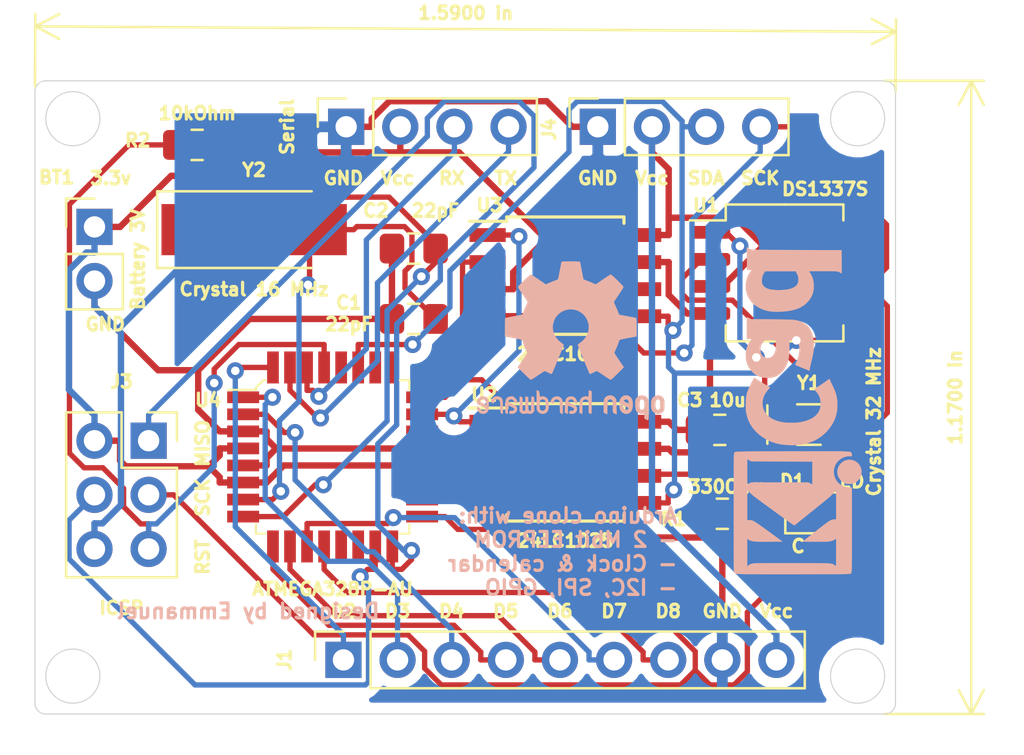
<source format=kicad_pcb>
(kicad_pcb (version 20171130) (host pcbnew "(5.1.6)-1")

  (general
    (thickness 1.6)
    (drawings 40)
    (tracks 387)
    (zones 0)
    (modules 19)
    (nets 32)
  )

  (page A4)
  (title_block
    (title "Arduino Battery Power Clone with Extended EEPORM and Clock")
    (date 2020-07-17)
    (rev 1)
    (company Prince)
    (comment 1 "Design by Emmanuel")
  )

  (layers
    (0 F.Cu signal)
    (31 B.Cu mixed)
    (32 B.Adhes user)
    (33 F.Adhes user)
    (34 B.Paste user)
    (35 F.Paste user)
    (36 B.SilkS user)
    (37 F.SilkS user)
    (38 B.Mask user)
    (39 F.Mask user)
    (40 Dwgs.User user)
    (41 Cmts.User user)
    (42 Eco1.User user)
    (43 Eco2.User user)
    (44 Edge.Cuts user)
    (45 Margin user)
    (46 B.CrtYd user)
    (47 F.CrtYd user)
    (48 B.Fab user)
    (49 F.Fab user)
  )

  (setup
    (last_trace_width 0.25)
    (user_trace_width 0.3)
    (trace_clearance 0.2)
    (zone_clearance 0.508)
    (zone_45_only no)
    (trace_min 0.2)
    (via_size 0.8)
    (via_drill 0.4)
    (via_min_size 0.4)
    (via_min_drill 0.3)
    (user_via 1 0.6)
    (uvia_size 0.3)
    (uvia_drill 0.1)
    (uvias_allowed no)
    (uvia_min_size 0.2)
    (uvia_min_drill 0.1)
    (edge_width 0.05)
    (segment_width 0.2)
    (pcb_text_width 0.3)
    (pcb_text_size 1.5 1.5)
    (mod_edge_width 0.12)
    (mod_text_size 0.6 0.6)
    (mod_text_width 0.15)
    (pad_size 1.524 1.524)
    (pad_drill 0.762)
    (pad_to_mask_clearance 0.05)
    (aux_axis_origin 0 0)
    (visible_elements 7FFFFFFF)
    (pcbplotparams
      (layerselection 0x010fc_ffffffff)
      (usegerberextensions true)
      (usegerberattributes true)
      (usegerberadvancedattributes true)
      (creategerberjobfile true)
      (excludeedgelayer true)
      (linewidth 0.100000)
      (plotframeref false)
      (viasonmask false)
      (mode 1)
      (useauxorigin false)
      (hpglpennumber 1)
      (hpglpenspeed 20)
      (hpglpendiameter 15.000000)
      (psnegative false)
      (psa4output false)
      (plotreference true)
      (plotvalue true)
      (plotinvisibletext false)
      (padsonsilk false)
      (subtractmaskfromsilk false)
      (outputformat 1)
      (mirror false)
      (drillshape 0)
      (scaleselection 1)
      (outputdirectory "BACEE-Gerbers/"))
  )

  (net 0 "")
  (net 1 /VCC)
  (net 2 GNDPWR)
  (net 3 "Net-(C1-Pad2)")
  (net 4 "Net-(C2-Pad2)")
  (net 5 "Net-(D1-Pad1)")
  (net 6 /SCK)
  (net 7 /D2)
  (net 8 /D3)
  (net 9 /D4)
  (net 10 /D5)
  (net 11 /D6)
  (net 12 /D7)
  (net 13 /D8)
  (net 14 /TX)
  (net 15 /RX)
  (net 16 /MISO)
  (net 17 /MOSI)
  (net 18 /RESET)
  (net 19 /SDA)
  (net 20 "Net-(U1-Pad1)")
  (net 21 "Net-(U1-Pad2)")
  (net 22 "Net-(U1-Pad7)")
  (net 23 /ADDS2)
  (net 24 /ADDS1)
  (net 25 "Net-(U4-Pad13)")
  (net 26 "Net-(U4-Pad14)")
  (net 27 "Net-(U4-Pad19)")
  (net 28 "Net-(U4-Pad22)")
  (net 29 "Net-(U4-Pad25)")
  (net 30 "Net-(U4-Pad26)")
  (net 31 "Net-(U4-Pad28)")

  (net_class Default "This is the default net class."
    (clearance 0.2)
    (trace_width 0.25)
    (via_dia 0.8)
    (via_drill 0.4)
    (uvia_dia 0.3)
    (uvia_drill 0.1)
    (add_net /ADDS1)
    (add_net /ADDS2)
    (add_net /D2)
    (add_net /D3)
    (add_net /D4)
    (add_net /D5)
    (add_net /D6)
    (add_net /D7)
    (add_net /D8)
    (add_net /MISO)
    (add_net /MOSI)
    (add_net /RESET)
    (add_net /RX)
    (add_net /SCK)
    (add_net /SDA)
    (add_net /TX)
    (add_net "Net-(C1-Pad2)")
    (add_net "Net-(C2-Pad2)")
    (add_net "Net-(D1-Pad1)")
    (add_net "Net-(U1-Pad1)")
    (add_net "Net-(U1-Pad2)")
    (add_net "Net-(U1-Pad7)")
    (add_net "Net-(U4-Pad13)")
    (add_net "Net-(U4-Pad14)")
    (add_net "Net-(U4-Pad19)")
    (add_net "Net-(U4-Pad22)")
    (add_net "Net-(U4-Pad25)")
    (add_net "Net-(U4-Pad26)")
    (add_net "Net-(U4-Pad28)")
  )

  (net_class Power ""
    (clearance 0.2)
    (trace_width 0.3)
    (via_dia 1)
    (via_drill 0.6)
    (uvia_dia 0.3)
    (uvia_drill 0.1)
    (add_net /VCC)
    (add_net GNDPWR)
  )

  (module Symbol:OSHW-Logo2_9.8x8mm_SilkScreen (layer B.Cu) (tedit 0) (tstamp 5F16B6AE)
    (at 76.962 101.092 180)
    (descr "Open Source Hardware Symbol")
    (tags "Logo Symbol OSHW")
    (attr virtual)
    (fp_text reference REF** (at 0 0) (layer B.SilkS) hide
      (effects (font (size 1 1) (thickness 0.15)) (justify mirror))
    )
    (fp_text value OSHW-Logo2_9.8x8mm_SilkScreen (at 0.75 0) (layer B.Fab) hide
      (effects (font (size 1 1) (thickness 0.15)) (justify mirror))
    )
    (fp_poly (pts (xy -3.231114 -2.584505) (xy -3.156461 -2.621727) (xy -3.090569 -2.690261) (xy -3.072423 -2.715648)
      (xy -3.052655 -2.748866) (xy -3.039828 -2.784945) (xy -3.03249 -2.833098) (xy -3.029187 -2.902536)
      (xy -3.028462 -2.994206) (xy -3.031737 -3.11983) (xy -3.043123 -3.214154) (xy -3.064959 -3.284523)
      (xy -3.099581 -3.338286) (xy -3.14933 -3.382788) (xy -3.152986 -3.385423) (xy -3.202015 -3.412377)
      (xy -3.261055 -3.425712) (xy -3.336141 -3.429) (xy -3.458205 -3.429) (xy -3.458256 -3.547497)
      (xy -3.459392 -3.613492) (xy -3.466314 -3.652202) (xy -3.484402 -3.675419) (xy -3.519038 -3.694933)
      (xy -3.527355 -3.69892) (xy -3.56628 -3.717603) (xy -3.596417 -3.729403) (xy -3.618826 -3.730422)
      (xy -3.634567 -3.716761) (xy -3.644698 -3.684522) (xy -3.650277 -3.629804) (xy -3.652365 -3.548711)
      (xy -3.652019 -3.437344) (xy -3.6503 -3.291802) (xy -3.649763 -3.248269) (xy -3.647828 -3.098205)
      (xy -3.646096 -3.000042) (xy -3.458308 -3.000042) (xy -3.457252 -3.083364) (xy -3.452562 -3.13788)
      (xy -3.441949 -3.173837) (xy -3.423128 -3.201482) (xy -3.41035 -3.214965) (xy -3.35811 -3.254417)
      (xy -3.311858 -3.257628) (xy -3.264133 -3.225049) (xy -3.262923 -3.223846) (xy -3.243506 -3.198668)
      (xy -3.231693 -3.164447) (xy -3.225735 -3.111748) (xy -3.22388 -3.031131) (xy -3.223846 -3.013271)
      (xy -3.22833 -2.902175) (xy -3.242926 -2.825161) (xy -3.26935 -2.778147) (xy -3.309317 -2.75705)
      (xy -3.332416 -2.754923) (xy -3.387238 -2.7649) (xy -3.424842 -2.797752) (xy -3.447477 -2.857857)
      (xy -3.457394 -2.949598) (xy -3.458308 -3.000042) (xy -3.646096 -3.000042) (xy -3.645778 -2.98206)
      (xy -3.643127 -2.894679) (xy -3.639394 -2.830905) (xy -3.634093 -2.785582) (xy -3.626742 -2.753555)
      (xy -3.616857 -2.729668) (xy -3.603954 -2.708764) (xy -3.598421 -2.700898) (xy -3.525031 -2.626595)
      (xy -3.43224 -2.584467) (xy -3.324904 -2.572722) (xy -3.231114 -2.584505)) (layer B.SilkS) (width 0.01))
    (fp_poly (pts (xy -1.728336 -2.595089) (xy -1.665633 -2.631358) (xy -1.622039 -2.667358) (xy -1.590155 -2.705075)
      (xy -1.56819 -2.751199) (xy -1.554351 -2.812421) (xy -1.546847 -2.895431) (xy -1.543883 -3.006919)
      (xy -1.543539 -3.087062) (xy -1.543539 -3.382065) (xy -1.709615 -3.456515) (xy -1.719385 -3.133402)
      (xy -1.723421 -3.012729) (xy -1.727656 -2.925141) (xy -1.732903 -2.86465) (xy -1.739975 -2.825268)
      (xy -1.749689 -2.801007) (xy -1.762856 -2.78588) (xy -1.767081 -2.782606) (xy -1.831091 -2.757034)
      (xy -1.895792 -2.767153) (xy -1.934308 -2.794) (xy -1.949975 -2.813024) (xy -1.96082 -2.837988)
      (xy -1.967712 -2.875834) (xy -1.971521 -2.933502) (xy -1.973117 -3.017935) (xy -1.973385 -3.105928)
      (xy -1.973437 -3.216323) (xy -1.975328 -3.294463) (xy -1.981655 -3.347165) (xy -1.995017 -3.381242)
      (xy -2.018015 -3.403511) (xy -2.053246 -3.420787) (xy -2.100303 -3.438738) (xy -2.151697 -3.458278)
      (xy -2.145579 -3.111485) (xy -2.143116 -2.986468) (xy -2.140233 -2.894082) (xy -2.136102 -2.827881)
      (xy -2.129893 -2.78142) (xy -2.120774 -2.748256) (xy -2.107917 -2.721944) (xy -2.092416 -2.698729)
      (xy -2.017629 -2.624569) (xy -1.926372 -2.581684) (xy -1.827117 -2.571412) (xy -1.728336 -2.595089)) (layer B.SilkS) (width 0.01))
    (fp_poly (pts (xy -3.983114 -2.587256) (xy -3.891536 -2.635409) (xy -3.823951 -2.712905) (xy -3.799943 -2.762727)
      (xy -3.781262 -2.837533) (xy -3.771699 -2.932052) (xy -3.770792 -3.03521) (xy -3.778079 -3.135935)
      (xy -3.793097 -3.223153) (xy -3.815385 -3.285791) (xy -3.822235 -3.296579) (xy -3.903368 -3.377105)
      (xy -3.999734 -3.425336) (xy -4.104299 -3.43945) (xy -4.210032 -3.417629) (xy -4.239457 -3.404547)
      (xy -4.296759 -3.364231) (xy -4.34705 -3.310775) (xy -4.351803 -3.303995) (xy -4.371122 -3.271321)
      (xy -4.383892 -3.236394) (xy -4.391436 -3.190414) (xy -4.395076 -3.124584) (xy -4.396135 -3.030105)
      (xy -4.396154 -3.008923) (xy -4.396106 -3.002182) (xy -4.200769 -3.002182) (xy -4.199632 -3.091349)
      (xy -4.195159 -3.15052) (xy -4.185754 -3.188741) (xy -4.169824 -3.215053) (xy -4.161692 -3.223846)
      (xy -4.114942 -3.257261) (xy -4.069553 -3.255737) (xy -4.02366 -3.226752) (xy -3.996288 -3.195809)
      (xy -3.980077 -3.150643) (xy -3.970974 -3.07942) (xy -3.970349 -3.071114) (xy -3.968796 -2.942037)
      (xy -3.985035 -2.846172) (xy -4.018848 -2.784107) (xy -4.070016 -2.756432) (xy -4.08828 -2.754923)
      (xy -4.13624 -2.762513) (xy -4.169047 -2.788808) (xy -4.189105 -2.839095) (xy -4.198822 -2.918664)
      (xy -4.200769 -3.002182) (xy -4.396106 -3.002182) (xy -4.395426 -2.908249) (xy -4.392371 -2.837906)
      (xy -4.385678 -2.789163) (xy -4.37404 -2.753288) (xy -4.356147 -2.721548) (xy -4.352192 -2.715648)
      (xy -4.285733 -2.636104) (xy -4.213315 -2.589929) (xy -4.125151 -2.571599) (xy -4.095213 -2.570703)
      (xy -3.983114 -2.587256)) (layer B.SilkS) (width 0.01))
    (fp_poly (pts (xy -2.465746 -2.599745) (xy -2.388714 -2.651567) (xy -2.329184 -2.726412) (xy -2.293622 -2.821654)
      (xy -2.286429 -2.891756) (xy -2.287246 -2.921009) (xy -2.294086 -2.943407) (xy -2.312888 -2.963474)
      (xy -2.349592 -2.985733) (xy -2.410138 -3.014709) (xy -2.500466 -3.054927) (xy -2.500923 -3.055129)
      (xy -2.584067 -3.09321) (xy -2.652247 -3.127025) (xy -2.698495 -3.152933) (xy -2.715842 -3.167295)
      (xy -2.715846 -3.167411) (xy -2.700557 -3.198685) (xy -2.664804 -3.233157) (xy -2.623758 -3.25799)
      (xy -2.602963 -3.262923) (xy -2.54623 -3.245862) (xy -2.497373 -3.203133) (xy -2.473535 -3.156155)
      (xy -2.450603 -3.121522) (xy -2.405682 -3.082081) (xy -2.352877 -3.048009) (xy -2.30629 -3.02948)
      (xy -2.296548 -3.028462) (xy -2.285582 -3.045215) (xy -2.284921 -3.088039) (xy -2.29298 -3.145781)
      (xy -2.308173 -3.207289) (xy -2.328914 -3.261409) (xy -2.329962 -3.26351) (xy -2.392379 -3.35066)
      (xy -2.473274 -3.409939) (xy -2.565144 -3.439034) (xy -2.660487 -3.435634) (xy -2.751802 -3.397428)
      (xy -2.755862 -3.394741) (xy -2.827694 -3.329642) (xy -2.874927 -3.244705) (xy -2.901066 -3.133021)
      (xy -2.904574 -3.101643) (xy -2.910787 -2.953536) (xy -2.903339 -2.884468) (xy -2.715846 -2.884468)
      (xy -2.71341 -2.927552) (xy -2.700086 -2.940126) (xy -2.666868 -2.930719) (xy -2.614506 -2.908483)
      (xy -2.555976 -2.88061) (xy -2.554521 -2.879872) (xy -2.504911 -2.853777) (xy -2.485 -2.836363)
      (xy -2.48991 -2.818107) (xy -2.510584 -2.79412) (xy -2.563181 -2.759406) (xy -2.619823 -2.756856)
      (xy -2.670631 -2.782119) (xy -2.705724 -2.830847) (xy -2.715846 -2.884468) (xy -2.903339 -2.884468)
      (xy -2.898008 -2.835036) (xy -2.865222 -2.741055) (xy -2.819579 -2.675215) (xy -2.737198 -2.608681)
      (xy -2.646454 -2.575676) (xy -2.553815 -2.573573) (xy -2.465746 -2.599745)) (layer B.SilkS) (width 0.01))
    (fp_poly (pts (xy -0.840154 -2.49212) (xy -0.834428 -2.57198) (xy -0.827851 -2.619039) (xy -0.818738 -2.639566)
      (xy -0.805402 -2.639829) (xy -0.801077 -2.637378) (xy -0.743556 -2.619636) (xy -0.668732 -2.620672)
      (xy -0.592661 -2.63891) (xy -0.545082 -2.662505) (xy -0.496298 -2.700198) (xy -0.460636 -2.742855)
      (xy -0.436155 -2.797057) (xy -0.420913 -2.869384) (xy -0.41297 -2.966419) (xy -0.410384 -3.094742)
      (xy -0.410338 -3.119358) (xy -0.410308 -3.39587) (xy -0.471839 -3.41732) (xy -0.515541 -3.431912)
      (xy -0.539518 -3.438706) (xy -0.540223 -3.438769) (xy -0.542585 -3.420345) (xy -0.544594 -3.369526)
      (xy -0.546099 -3.292993) (xy -0.546947 -3.19743) (xy -0.547077 -3.139329) (xy -0.547349 -3.024771)
      (xy -0.548748 -2.942667) (xy -0.552151 -2.886393) (xy -0.558433 -2.849326) (xy -0.568471 -2.824844)
      (xy -0.583139 -2.806325) (xy -0.592298 -2.797406) (xy -0.655211 -2.761466) (xy -0.723864 -2.758775)
      (xy -0.786152 -2.78917) (xy -0.797671 -2.800144) (xy -0.814567 -2.820779) (xy -0.826286 -2.845256)
      (xy -0.833767 -2.880647) (xy -0.837946 -2.934026) (xy -0.839763 -3.012466) (xy -0.840154 -3.120617)
      (xy -0.840154 -3.39587) (xy -0.901685 -3.41732) (xy -0.945387 -3.431912) (xy -0.969364 -3.438706)
      (xy -0.97007 -3.438769) (xy -0.971874 -3.420069) (xy -0.9735 -3.367322) (xy -0.974883 -3.285557)
      (xy -0.975958 -3.179805) (xy -0.97666 -3.055094) (xy -0.976923 -2.916455) (xy -0.976923 -2.381806)
      (xy -0.849923 -2.328236) (xy -0.840154 -2.49212)) (layer B.SilkS) (width 0.01))
    (fp_poly (pts (xy 0.053501 -2.626303) (xy 0.13006 -2.654733) (xy 0.130936 -2.655279) (xy 0.178285 -2.690127)
      (xy 0.213241 -2.730852) (xy 0.237825 -2.783925) (xy 0.254062 -2.855814) (xy 0.263975 -2.952992)
      (xy 0.269586 -3.081928) (xy 0.270077 -3.100298) (xy 0.277141 -3.377287) (xy 0.217695 -3.408028)
      (xy 0.174681 -3.428802) (xy 0.14871 -3.438646) (xy 0.147509 -3.438769) (xy 0.143014 -3.420606)
      (xy 0.139444 -3.371612) (xy 0.137248 -3.300031) (xy 0.136769 -3.242068) (xy 0.136758 -3.14817)
      (xy 0.132466 -3.089203) (xy 0.117503 -3.061079) (xy 0.085482 -3.059706) (xy 0.030014 -3.080998)
      (xy -0.053731 -3.120136) (xy -0.115311 -3.152643) (xy -0.146983 -3.180845) (xy -0.156294 -3.211582)
      (xy -0.156308 -3.213104) (xy -0.140943 -3.266054) (xy -0.095453 -3.29466) (xy -0.025834 -3.298803)
      (xy 0.024313 -3.298084) (xy 0.050754 -3.312527) (xy 0.067243 -3.347218) (xy 0.076733 -3.391416)
      (xy 0.063057 -3.416493) (xy 0.057907 -3.420082) (xy 0.009425 -3.434496) (xy -0.058469 -3.436537)
      (xy -0.128388 -3.426983) (xy -0.177932 -3.409522) (xy -0.24643 -3.351364) (xy -0.285366 -3.270408)
      (xy -0.293077 -3.20716) (xy -0.287193 -3.150111) (xy -0.265899 -3.103542) (xy -0.223735 -3.062181)
      (xy -0.155241 -3.020755) (xy -0.054956 -2.973993) (xy -0.048846 -2.97135) (xy 0.04149 -2.929617)
      (xy 0.097235 -2.895391) (xy 0.121129 -2.864635) (xy 0.115913 -2.833311) (xy 0.084328 -2.797383)
      (xy 0.074883 -2.789116) (xy 0.011617 -2.757058) (xy -0.053936 -2.758407) (xy -0.111028 -2.789838)
      (xy -0.148907 -2.848024) (xy -0.152426 -2.859446) (xy -0.1867 -2.914837) (xy -0.230191 -2.941518)
      (xy -0.293077 -2.96796) (xy -0.293077 -2.899548) (xy -0.273948 -2.80011) (xy -0.217169 -2.708902)
      (xy -0.187622 -2.678389) (xy -0.120458 -2.639228) (xy -0.035044 -2.6215) (xy 0.053501 -2.626303)) (layer B.SilkS) (width 0.01))
    (fp_poly (pts (xy 0.713362 -2.62467) (xy 0.802117 -2.657421) (xy 0.874022 -2.71535) (xy 0.902144 -2.756128)
      (xy 0.932802 -2.830954) (xy 0.932165 -2.885058) (xy 0.899987 -2.921446) (xy 0.888081 -2.927633)
      (xy 0.836675 -2.946925) (xy 0.810422 -2.941982) (xy 0.80153 -2.909587) (xy 0.801077 -2.891692)
      (xy 0.784797 -2.825859) (xy 0.742365 -2.779807) (xy 0.683388 -2.757564) (xy 0.617475 -2.763161)
      (xy 0.563895 -2.792229) (xy 0.545798 -2.80881) (xy 0.532971 -2.828925) (xy 0.524306 -2.859332)
      (xy 0.518696 -2.906788) (xy 0.515035 -2.97805) (xy 0.512215 -3.079875) (xy 0.511484 -3.112115)
      (xy 0.50882 -3.22241) (xy 0.505792 -3.300036) (xy 0.50125 -3.351396) (xy 0.494046 -3.38289)
      (xy 0.483033 -3.40092) (xy 0.46706 -3.411888) (xy 0.456834 -3.416733) (xy 0.413406 -3.433301)
      (xy 0.387842 -3.438769) (xy 0.379395 -3.420507) (xy 0.374239 -3.365296) (xy 0.372346 -3.272499)
      (xy 0.373689 -3.141478) (xy 0.374107 -3.121269) (xy 0.377058 -3.001733) (xy 0.380548 -2.914449)
      (xy 0.385514 -2.852591) (xy 0.392893 -2.809336) (xy 0.403624 -2.77786) (xy 0.418645 -2.751339)
      (xy 0.426502 -2.739975) (xy 0.471553 -2.689692) (xy 0.52194 -2.650581) (xy 0.528108 -2.647167)
      (xy 0.618458 -2.620212) (xy 0.713362 -2.62467)) (layer B.SilkS) (width 0.01))
    (fp_poly (pts (xy 1.602081 -2.780289) (xy 1.601833 -2.92632) (xy 1.600872 -3.038655) (xy 1.598794 -3.122678)
      (xy 1.595193 -3.183769) (xy 1.589665 -3.227309) (xy 1.581804 -3.258679) (xy 1.571207 -3.283262)
      (xy 1.563182 -3.297294) (xy 1.496728 -3.373388) (xy 1.41247 -3.421084) (xy 1.319249 -3.438199)
      (xy 1.2259 -3.422546) (xy 1.170312 -3.394418) (xy 1.111957 -3.34576) (xy 1.072186 -3.286333)
      (xy 1.04819 -3.208507) (xy 1.037161 -3.104652) (xy 1.035599 -3.028462) (xy 1.035809 -3.022986)
      (xy 1.172308 -3.022986) (xy 1.173141 -3.110355) (xy 1.176961 -3.168192) (xy 1.185746 -3.206029)
      (xy 1.201474 -3.233398) (xy 1.220266 -3.254042) (xy 1.283375 -3.29389) (xy 1.351137 -3.297295)
      (xy 1.415179 -3.264025) (xy 1.420164 -3.259517) (xy 1.441439 -3.236067) (xy 1.454779 -3.208166)
      (xy 1.462001 -3.166641) (xy 1.464923 -3.102316) (xy 1.465385 -3.0312) (xy 1.464383 -2.941858)
      (xy 1.460238 -2.882258) (xy 1.451236 -2.843089) (xy 1.435667 -2.81504) (xy 1.422902 -2.800144)
      (xy 1.3636 -2.762575) (xy 1.295301 -2.758057) (xy 1.23011 -2.786753) (xy 1.217528 -2.797406)
      (xy 1.196111 -2.821063) (xy 1.182744 -2.849251) (xy 1.175566 -2.891245) (xy 1.172719 -2.956319)
      (xy 1.172308 -3.022986) (xy 1.035809 -3.022986) (xy 1.040322 -2.905765) (xy 1.056362 -2.813577)
      (xy 1.086528 -2.744269) (xy 1.133629 -2.690211) (xy 1.170312 -2.662505) (xy 1.23699 -2.632572)
      (xy 1.314272 -2.618678) (xy 1.38611 -2.622397) (xy 1.426308 -2.6374) (xy 1.442082 -2.64167)
      (xy 1.45255 -2.62575) (xy 1.459856 -2.583089) (xy 1.465385 -2.518106) (xy 1.471437 -2.445732)
      (xy 1.479844 -2.402187) (xy 1.495141 -2.377287) (xy 1.521864 -2.360845) (xy 1.538654 -2.353564)
      (xy 1.602154 -2.326963) (xy 1.602081 -2.780289)) (layer B.SilkS) (width 0.01))
    (fp_poly (pts (xy 2.395929 -2.636662) (xy 2.398911 -2.688068) (xy 2.401247 -2.766192) (xy 2.402749 -2.864857)
      (xy 2.403231 -2.968343) (xy 2.403231 -3.318533) (xy 2.341401 -3.380363) (xy 2.298793 -3.418462)
      (xy 2.26139 -3.433895) (xy 2.21027 -3.432918) (xy 2.189978 -3.430433) (xy 2.126554 -3.4232)
      (xy 2.074095 -3.419055) (xy 2.061308 -3.418672) (xy 2.018199 -3.421176) (xy 1.956544 -3.427462)
      (xy 1.932638 -3.430433) (xy 1.873922 -3.435028) (xy 1.834464 -3.425046) (xy 1.795338 -3.394228)
      (xy 1.781215 -3.380363) (xy 1.719385 -3.318533) (xy 1.719385 -2.663503) (xy 1.76915 -2.640829)
      (xy 1.812002 -2.624034) (xy 1.837073 -2.618154) (xy 1.843501 -2.636736) (xy 1.849509 -2.688655)
      (xy 1.854697 -2.768172) (xy 1.858664 -2.869546) (xy 1.860577 -2.955192) (xy 1.865923 -3.292231)
      (xy 1.91256 -3.298825) (xy 1.954976 -3.294214) (xy 1.97576 -3.279287) (xy 1.98157 -3.251377)
      (xy 1.98653 -3.191925) (xy 1.990246 -3.108466) (xy 1.992324 -3.008532) (xy 1.992624 -2.957104)
      (xy 1.992923 -2.661054) (xy 2.054454 -2.639604) (xy 2.098004 -2.62502) (xy 2.121694 -2.618219)
      (xy 2.122377 -2.618154) (xy 2.124754 -2.636642) (xy 2.127366 -2.687906) (xy 2.129995 -2.765649)
      (xy 2.132421 -2.863574) (xy 2.134115 -2.955192) (xy 2.139461 -3.292231) (xy 2.256692 -3.292231)
      (xy 2.262072 -2.984746) (xy 2.267451 -2.677261) (xy 2.324601 -2.647707) (xy 2.366797 -2.627413)
      (xy 2.39177 -2.618204) (xy 2.392491 -2.618154) (xy 2.395929 -2.636662)) (layer B.SilkS) (width 0.01))
    (fp_poly (pts (xy 2.887333 -2.633528) (xy 2.94359 -2.659117) (xy 2.987747 -2.690124) (xy 3.020101 -2.724795)
      (xy 3.042438 -2.76952) (xy 3.056546 -2.830692) (xy 3.064211 -2.914701) (xy 3.06722 -3.02794)
      (xy 3.067538 -3.102509) (xy 3.067538 -3.39342) (xy 3.017773 -3.416095) (xy 2.978576 -3.432667)
      (xy 2.959157 -3.438769) (xy 2.955442 -3.42061) (xy 2.952495 -3.371648) (xy 2.950691 -3.300153)
      (xy 2.950308 -3.243385) (xy 2.948661 -3.161371) (xy 2.944222 -3.096309) (xy 2.93774 -3.056467)
      (xy 2.93259 -3.048) (xy 2.897977 -3.056646) (xy 2.84364 -3.078823) (xy 2.780722 -3.108886)
      (xy 2.720368 -3.141192) (xy 2.673721 -3.170098) (xy 2.651926 -3.189961) (xy 2.651839 -3.190175)
      (xy 2.653714 -3.226935) (xy 2.670525 -3.262026) (xy 2.700039 -3.290528) (xy 2.743116 -3.300061)
      (xy 2.779932 -3.29895) (xy 2.832074 -3.298133) (xy 2.859444 -3.310349) (xy 2.875882 -3.342624)
      (xy 2.877955 -3.34871) (xy 2.885081 -3.394739) (xy 2.866024 -3.422687) (xy 2.816353 -3.436007)
      (xy 2.762697 -3.43847) (xy 2.666142 -3.42021) (xy 2.616159 -3.394131) (xy 2.554429 -3.332868)
      (xy 2.52169 -3.25767) (xy 2.518753 -3.178211) (xy 2.546424 -3.104167) (xy 2.588047 -3.057769)
      (xy 2.629604 -3.031793) (xy 2.694922 -2.998907) (xy 2.771038 -2.965557) (xy 2.783726 -2.960461)
      (xy 2.867333 -2.923565) (xy 2.91553 -2.891046) (xy 2.93103 -2.858718) (xy 2.91655 -2.822394)
      (xy 2.891692 -2.794) (xy 2.832939 -2.759039) (xy 2.768293 -2.756417) (xy 2.709008 -2.783358)
      (xy 2.666339 -2.837088) (xy 2.660739 -2.85095) (xy 2.628133 -2.901936) (xy 2.58053 -2.939787)
      (xy 2.520461 -2.97085) (xy 2.520461 -2.882768) (xy 2.523997 -2.828951) (xy 2.539156 -2.786534)
      (xy 2.572768 -2.741279) (xy 2.605035 -2.70642) (xy 2.655209 -2.657062) (xy 2.694193 -2.630547)
      (xy 2.736064 -2.619911) (xy 2.78346 -2.618154) (xy 2.887333 -2.633528)) (layer B.SilkS) (width 0.01))
    (fp_poly (pts (xy 3.570807 -2.636782) (xy 3.594161 -2.646988) (xy 3.649902 -2.691134) (xy 3.697569 -2.754967)
      (xy 3.727048 -2.823087) (xy 3.731846 -2.85667) (xy 3.71576 -2.903556) (xy 3.680475 -2.928365)
      (xy 3.642644 -2.943387) (xy 3.625321 -2.946155) (xy 3.616886 -2.926066) (xy 3.60023 -2.882351)
      (xy 3.592923 -2.862598) (xy 3.551948 -2.794271) (xy 3.492622 -2.760191) (xy 3.416552 -2.761239)
      (xy 3.410918 -2.762581) (xy 3.370305 -2.781836) (xy 3.340448 -2.819375) (xy 3.320055 -2.879809)
      (xy 3.307836 -2.967751) (xy 3.3025 -3.087813) (xy 3.302 -3.151698) (xy 3.301752 -3.252403)
      (xy 3.300126 -3.321054) (xy 3.295801 -3.364673) (xy 3.287454 -3.390282) (xy 3.273765 -3.404903)
      (xy 3.253411 -3.415558) (xy 3.252234 -3.416095) (xy 3.213038 -3.432667) (xy 3.193619 -3.438769)
      (xy 3.190635 -3.420319) (xy 3.188081 -3.369323) (xy 3.18614 -3.292308) (xy 3.184997 -3.195805)
      (xy 3.184769 -3.125184) (xy 3.185932 -2.988525) (xy 3.190479 -2.884851) (xy 3.199999 -2.808108)
      (xy 3.216081 -2.752246) (xy 3.240313 -2.711212) (xy 3.274286 -2.678954) (xy 3.307833 -2.65644)
      (xy 3.388499 -2.626476) (xy 3.482381 -2.619718) (xy 3.570807 -2.636782)) (layer B.SilkS) (width 0.01))
    (fp_poly (pts (xy 4.245224 -2.647838) (xy 4.322528 -2.698361) (xy 4.359814 -2.74359) (xy 4.389353 -2.825663)
      (xy 4.391699 -2.890607) (xy 4.386385 -2.977445) (xy 4.186115 -3.065103) (xy 4.088739 -3.109887)
      (xy 4.025113 -3.145913) (xy 3.992029 -3.177117) (xy 3.98628 -3.207436) (xy 4.004658 -3.240805)
      (xy 4.024923 -3.262923) (xy 4.083889 -3.298393) (xy 4.148024 -3.300879) (xy 4.206926 -3.273235)
      (xy 4.250197 -3.21832) (xy 4.257936 -3.198928) (xy 4.295006 -3.138364) (xy 4.337654 -3.112552)
      (xy 4.396154 -3.090471) (xy 4.396154 -3.174184) (xy 4.390982 -3.23115) (xy 4.370723 -3.279189)
      (xy 4.328262 -3.334346) (xy 4.321951 -3.341514) (xy 4.27472 -3.390585) (xy 4.234121 -3.41692)
      (xy 4.183328 -3.429035) (xy 4.14122 -3.433003) (xy 4.065902 -3.433991) (xy 4.012286 -3.421466)
      (xy 3.978838 -3.402869) (xy 3.926268 -3.361975) (xy 3.889879 -3.317748) (xy 3.86685 -3.262126)
      (xy 3.854359 -3.187047) (xy 3.849587 -3.084449) (xy 3.849206 -3.032376) (xy 3.850501 -2.969948)
      (xy 3.968471 -2.969948) (xy 3.969839 -3.003438) (xy 3.973249 -3.008923) (xy 3.995753 -3.001472)
      (xy 4.044182 -2.981753) (xy 4.108908 -2.953718) (xy 4.122443 -2.947692) (xy 4.204244 -2.906096)
      (xy 4.249312 -2.869538) (xy 4.259217 -2.835296) (xy 4.235526 -2.800648) (xy 4.21596 -2.785339)
      (xy 4.14536 -2.754721) (xy 4.07928 -2.75978) (xy 4.023959 -2.797151) (xy 3.985636 -2.863473)
      (xy 3.973349 -2.916116) (xy 3.968471 -2.969948) (xy 3.850501 -2.969948) (xy 3.85173 -2.91072)
      (xy 3.861032 -2.82071) (xy 3.87946 -2.755167) (xy 3.90936 -2.706912) (xy 3.95308 -2.668767)
      (xy 3.972141 -2.65644) (xy 4.058726 -2.624336) (xy 4.153522 -2.622316) (xy 4.245224 -2.647838)) (layer B.SilkS) (width 0.01))
    (fp_poly (pts (xy 0.139878 3.712224) (xy 0.245612 3.711645) (xy 0.322132 3.710078) (xy 0.374372 3.707028)
      (xy 0.407263 3.702004) (xy 0.425737 3.694511) (xy 0.434727 3.684056) (xy 0.439163 3.670147)
      (xy 0.439594 3.668346) (xy 0.446333 3.635855) (xy 0.458808 3.571748) (xy 0.475719 3.482849)
      (xy 0.495771 3.375981) (xy 0.517664 3.257967) (xy 0.518429 3.253822) (xy 0.540359 3.138169)
      (xy 0.560877 3.035986) (xy 0.578659 2.953402) (xy 0.592381 2.896544) (xy 0.600718 2.871542)
      (xy 0.601116 2.871099) (xy 0.625677 2.85889) (xy 0.676315 2.838544) (xy 0.742095 2.814455)
      (xy 0.742461 2.814326) (xy 0.825317 2.783182) (xy 0.923 2.743509) (xy 1.015077 2.703619)
      (xy 1.019434 2.701647) (xy 1.169407 2.63358) (xy 1.501498 2.860361) (xy 1.603374 2.929496)
      (xy 1.695657 2.991303) (xy 1.773003 3.042267) (xy 1.830064 3.078873) (xy 1.861495 3.097606)
      (xy 1.864479 3.098996) (xy 1.887321 3.09281) (xy 1.929982 3.062965) (xy 1.994128 3.008053)
      (xy 2.081421 2.926666) (xy 2.170535 2.840078) (xy 2.256441 2.754753) (xy 2.333327 2.676892)
      (xy 2.396564 2.611303) (xy 2.441523 2.562795) (xy 2.463576 2.536175) (xy 2.464396 2.534805)
      (xy 2.466834 2.516537) (xy 2.45765 2.486705) (xy 2.434574 2.441279) (xy 2.395337 2.37623)
      (xy 2.33767 2.28753) (xy 2.260795 2.173343) (xy 2.19257 2.072838) (xy 2.131582 1.982697)
      (xy 2.081356 1.908151) (xy 2.045416 1.854435) (xy 2.027287 1.826782) (xy 2.026146 1.824905)
      (xy 2.028359 1.79841) (xy 2.045138 1.746914) (xy 2.073142 1.680149) (xy 2.083122 1.658828)
      (xy 2.126672 1.563841) (xy 2.173134 1.456063) (xy 2.210877 1.362808) (xy 2.238073 1.293594)
      (xy 2.259675 1.240994) (xy 2.272158 1.213503) (xy 2.273709 1.211384) (xy 2.296668 1.207876)
      (xy 2.350786 1.198262) (xy 2.428868 1.183911) (xy 2.523719 1.166193) (xy 2.628143 1.146475)
      (xy 2.734944 1.126126) (xy 2.836926 1.106514) (xy 2.926894 1.089009) (xy 2.997653 1.074978)
      (xy 3.042006 1.065791) (xy 3.052885 1.063193) (xy 3.064122 1.056782) (xy 3.072605 1.042303)
      (xy 3.078714 1.014867) (xy 3.082832 0.969589) (xy 3.085341 0.90158) (xy 3.086621 0.805953)
      (xy 3.087054 0.67782) (xy 3.087077 0.625299) (xy 3.087077 0.198155) (xy 2.9845 0.177909)
      (xy 2.927431 0.16693) (xy 2.842269 0.150905) (xy 2.739372 0.131767) (xy 2.629096 0.111449)
      (xy 2.598615 0.105868) (xy 2.496855 0.086083) (xy 2.408205 0.066627) (xy 2.340108 0.049303)
      (xy 2.300004 0.035912) (xy 2.293323 0.031921) (xy 2.276919 0.003658) (xy 2.253399 -0.051109)
      (xy 2.227316 -0.121588) (xy 2.222142 -0.136769) (xy 2.187956 -0.230896) (xy 2.145523 -0.337101)
      (xy 2.103997 -0.432473) (xy 2.103792 -0.432916) (xy 2.03464 -0.582525) (xy 2.489512 -1.251617)
      (xy 2.1975 -1.544116) (xy 2.10918 -1.63117) (xy 2.028625 -1.707909) (xy 1.96036 -1.770237)
      (xy 1.908908 -1.814056) (xy 1.878794 -1.83527) (xy 1.874474 -1.836616) (xy 1.849111 -1.826016)
      (xy 1.797358 -1.796547) (xy 1.724868 -1.751705) (xy 1.637294 -1.694984) (xy 1.542612 -1.631462)
      (xy 1.446516 -1.566668) (xy 1.360837 -1.510287) (xy 1.291016 -1.465788) (xy 1.242494 -1.436639)
      (xy 1.220782 -1.426308) (xy 1.194293 -1.43505) (xy 1.144062 -1.458087) (xy 1.080451 -1.490631)
      (xy 1.073708 -1.494249) (xy 0.988046 -1.53721) (xy 0.929306 -1.558279) (xy 0.892772 -1.558503)
      (xy 0.873731 -1.538928) (xy 0.87362 -1.538654) (xy 0.864102 -1.515472) (xy 0.841403 -1.460441)
      (xy 0.807282 -1.377822) (xy 0.7635 -1.271872) (xy 0.711816 -1.146852) (xy 0.653992 -1.00702)
      (xy 0.597991 -0.871637) (xy 0.536447 -0.722234) (xy 0.479939 -0.583832) (xy 0.430161 -0.460673)
      (xy 0.388806 -0.357002) (xy 0.357568 -0.277059) (xy 0.338141 -0.225088) (xy 0.332154 -0.205692)
      (xy 0.347168 -0.183443) (xy 0.386439 -0.147982) (xy 0.438807 -0.108887) (xy 0.587941 0.014755)
      (xy 0.704511 0.156478) (xy 0.787118 0.313296) (xy 0.834366 0.482225) (xy 0.844857 0.660278)
      (xy 0.837231 0.742461) (xy 0.795682 0.912969) (xy 0.724123 1.063541) (xy 0.626995 1.192691)
      (xy 0.508734 1.298936) (xy 0.37378 1.38079) (xy 0.226571 1.436768) (xy 0.071544 1.465385)
      (xy -0.086861 1.465156) (xy -0.244206 1.434595) (xy -0.396054 1.372218) (xy -0.537965 1.27654)
      (xy -0.597197 1.222428) (xy -0.710797 1.08348) (xy -0.789894 0.931639) (xy -0.835014 0.771333)
      (xy -0.846684 0.606988) (xy -0.825431 0.443029) (xy -0.77178 0.283882) (xy -0.68626 0.133975)
      (xy -0.569395 -0.002267) (xy -0.438807 -0.108887) (xy -0.384412 -0.149642) (xy -0.345986 -0.184718)
      (xy -0.332154 -0.205726) (xy -0.339397 -0.228635) (xy -0.359995 -0.283365) (xy -0.392254 -0.365672)
      (xy -0.434479 -0.471315) (xy -0.484977 -0.59605) (xy -0.542052 -0.735636) (xy -0.598146 -0.87167)
      (xy -0.660033 -1.021201) (xy -0.717356 -1.159767) (xy -0.768356 -1.283107) (xy -0.811273 -1.386964)
      (xy -0.844347 -1.46708) (xy -0.865819 -1.519195) (xy -0.873775 -1.538654) (xy -0.892571 -1.558423)
      (xy -0.928926 -1.558365) (xy -0.987521 -1.537441) (xy -1.073032 -1.494613) (xy -1.073708 -1.494249)
      (xy -1.138093 -1.461012) (xy -1.190139 -1.436802) (xy -1.219488 -1.426404) (xy -1.220783 -1.426308)
      (xy -1.242876 -1.436855) (xy -1.291652 -1.466184) (xy -1.361669 -1.510827) (xy -1.447486 -1.567314)
      (xy -1.542612 -1.631462) (xy -1.63946 -1.696411) (xy -1.726747 -1.752896) (xy -1.798819 -1.797421)
      (xy -1.850023 -1.82649) (xy -1.874474 -1.836616) (xy -1.89699 -1.823307) (xy -1.942258 -1.786112)
      (xy -2.005756 -1.729128) (xy -2.082961 -1.656449) (xy -2.169349 -1.572171) (xy -2.197601 -1.544016)
      (xy -2.489713 -1.251416) (xy -2.267369 -0.925104) (xy -2.199798 -0.824897) (xy -2.140493 -0.734963)
      (xy -2.092783 -0.66051) (xy -2.059993 -0.606751) (xy -2.045452 -0.578894) (xy -2.045026 -0.576912)
      (xy -2.052692 -0.550655) (xy -2.073311 -0.497837) (xy -2.103315 -0.42731) (xy -2.124375 -0.380093)
      (xy -2.163752 -0.289694) (xy -2.200835 -0.198366) (xy -2.229585 -0.1212) (xy -2.237395 -0.097692)
      (xy -2.259583 -0.034916) (xy -2.281273 0.013589) (xy -2.293187 0.031921) (xy -2.319477 0.043141)
      (xy -2.376858 0.059046) (xy -2.457882 0.077833) (xy -2.555105 0.097701) (xy -2.598615 0.105868)
      (xy -2.709104 0.126171) (xy -2.815084 0.14583) (xy -2.906199 0.162912) (xy -2.972092 0.175482)
      (xy -2.9845 0.177909) (xy -3.087077 0.198155) (xy -3.087077 0.625299) (xy -3.086847 0.765754)
      (xy -3.085901 0.872021) (xy -3.083859 0.948987) (xy -3.080338 1.00154) (xy -3.074957 1.034567)
      (xy -3.067334 1.052955) (xy -3.057088 1.061592) (xy -3.052885 1.063193) (xy -3.02753 1.068873)
      (xy -2.971516 1.080205) (xy -2.892036 1.095821) (xy -2.796288 1.114353) (xy -2.691467 1.134431)
      (xy -2.584768 1.154688) (xy -2.483387 1.173754) (xy -2.394521 1.190261) (xy -2.325363 1.202841)
      (xy -2.283111 1.210125) (xy -2.27371 1.211384) (xy -2.265193 1.228237) (xy -2.24634 1.27313)
      (xy -2.220676 1.33757) (xy -2.210877 1.362808) (xy -2.171352 1.460314) (xy -2.124808 1.568041)
      (xy -2.083123 1.658828) (xy -2.05245 1.728247) (xy -2.032044 1.78529) (xy -2.025232 1.820223)
      (xy -2.026318 1.824905) (xy -2.040715 1.847009) (xy -2.073588 1.896169) (xy -2.12141 1.967152)
      (xy -2.180652 2.054722) (xy -2.247785 2.153643) (xy -2.261059 2.17317) (xy -2.338954 2.28886)
      (xy -2.396213 2.376956) (xy -2.435119 2.441514) (xy -2.457956 2.486589) (xy -2.467006 2.516237)
      (xy -2.464552 2.534515) (xy -2.464489 2.534631) (xy -2.445173 2.558639) (xy -2.402449 2.605053)
      (xy -2.340949 2.669063) (xy -2.265302 2.745855) (xy -2.180139 2.830618) (xy -2.170535 2.840078)
      (xy -2.06321 2.944011) (xy -1.980385 3.020325) (xy -1.920395 3.070429) (xy -1.881577 3.09573)
      (xy -1.86448 3.098996) (xy -1.839527 3.08475) (xy -1.787745 3.051844) (xy -1.71448 3.003792)
      (xy -1.62508 2.94411) (xy -1.524889 2.876312) (xy -1.501499 2.860361) (xy -1.169407 2.63358)
      (xy -1.019435 2.701647) (xy -0.92823 2.741315) (xy -0.830331 2.781209) (xy -0.746169 2.813017)
      (xy -0.742462 2.814326) (xy -0.676631 2.838424) (xy -0.625884 2.8588) (xy -0.601158 2.871064)
      (xy -0.601116 2.871099) (xy -0.593271 2.893266) (xy -0.579934 2.947783) (xy -0.56243 3.02852)
      (xy -0.542083 3.12935) (xy -0.520218 3.244144) (xy -0.518429 3.253822) (xy -0.496496 3.372096)
      (xy -0.47636 3.479458) (xy -0.45932 3.569083) (xy -0.446672 3.634149) (xy -0.439716 3.667832)
      (xy -0.439594 3.668346) (xy -0.435361 3.682675) (xy -0.427129 3.693493) (xy -0.409967 3.701294)
      (xy -0.378942 3.706571) (xy -0.329122 3.709818) (xy -0.255576 3.711528) (xy -0.153371 3.712193)
      (xy -0.017575 3.712307) (xy 0 3.712308) (xy 0.139878 3.712224)) (layer B.SilkS) (width 0.01))
  )

  (module Symbol:KiCad-Logo_6mm_SilkScreen (layer B.Cu) (tedit 0) (tstamp 5F16B62B)
    (at 87.63 104.394 90)
    (descr "KiCad Logo")
    (tags "Logo KiCad")
    (attr virtual)
    (fp_text reference REF** (at 0 5.08 -90) (layer B.SilkS) hide
      (effects (font (size 1 1) (thickness 0.15)) (justify mirror))
    )
    (fp_text value KiCad-Logo_6mm_SilkScreen (at 0 -5.08 -90) (layer B.Fab) hide
      (effects (font (size 1 1) (thickness 0.15)) (justify mirror))
    )
    (fp_poly (pts (xy -5.955743 2.526311) (xy -5.69122 2.526275) (xy -5.568088 2.52627) (xy -3.597189 2.52627)
      (xy -3.597189 2.41009) (xy -3.584789 2.268709) (xy -3.547364 2.138316) (xy -3.484577 2.018138)
      (xy -3.396094 1.907398) (xy -3.366157 1.877489) (xy -3.258466 1.792652) (xy -3.139725 1.730779)
      (xy -3.01346 1.691841) (xy -2.883197 1.67581) (xy -2.752465 1.682658) (xy -2.624788 1.712357)
      (xy -2.503695 1.76488) (xy -2.392712 1.840197) (xy -2.342868 1.885637) (xy -2.249983 1.997048)
      (xy -2.181873 2.119565) (xy -2.139129 2.251785) (xy -2.122347 2.392308) (xy -2.122124 2.406133)
      (xy -2.121244 2.526266) (xy -2.068443 2.526268) (xy -2.021604 2.519911) (xy -1.978817 2.504444)
      (xy -1.975989 2.502846) (xy -1.966325 2.497832) (xy -1.957451 2.493927) (xy -1.949335 2.489993)
      (xy -1.941943 2.484894) (xy -1.935245 2.477492) (xy -1.929208 2.466649) (xy -1.923801 2.451228)
      (xy -1.91899 2.430091) (xy -1.914745 2.402101) (xy -1.911032 2.366121) (xy -1.907821 2.321013)
      (xy -1.905078 2.26564) (xy -1.902772 2.198863) (xy -1.900871 2.119547) (xy -1.899342 2.026553)
      (xy -1.898154 1.918743) (xy -1.897274 1.794981) (xy -1.89667 1.654129) (xy -1.896311 1.49505)
      (xy -1.896165 1.316605) (xy -1.896198 1.117658) (xy -1.89638 0.897071) (xy -1.896677 0.653707)
      (xy -1.897059 0.386428) (xy -1.897492 0.094097) (xy -1.897945 -0.224424) (xy -1.897998 -0.26323)
      (xy -1.898404 -0.583782) (xy -1.898749 -0.878012) (xy -1.899069 -1.147056) (xy -1.8994 -1.392052)
      (xy -1.899779 -1.614137) (xy -1.900243 -1.814447) (xy -1.900828 -1.994119) (xy -1.90157 -2.15429)
      (xy -1.902506 -2.296098) (xy -1.903673 -2.420679) (xy -1.905107 -2.52917) (xy -1.906844 -2.622707)
      (xy -1.908922 -2.702429) (xy -1.911376 -2.769472) (xy -1.914244 -2.824973) (xy -1.917561 -2.870068)
      (xy -1.921364 -2.905895) (xy -1.92569 -2.933591) (xy -1.930575 -2.954293) (xy -1.936055 -2.969137)
      (xy -1.942168 -2.97926) (xy -1.94895 -2.9858) (xy -1.956437 -2.989893) (xy -1.964666 -2.992676)
      (xy -1.973673 -2.995287) (xy -1.983495 -2.998862) (xy -1.985894 -2.99995) (xy -1.993435 -3.002396)
      (xy -2.006056 -3.004642) (xy -2.024859 -3.006698) (xy -2.050947 -3.008572) (xy -2.085422 -3.010271)
      (xy -2.129385 -3.011803) (xy -2.183939 -3.013177) (xy -2.250185 -3.0144) (xy -2.329226 -3.015481)
      (xy -2.422163 -3.016427) (xy -2.530099 -3.017247) (xy -2.654136 -3.017947) (xy -2.795376 -3.018538)
      (xy -2.954921 -3.019025) (xy -3.133872 -3.019419) (xy -3.333332 -3.019725) (xy -3.554404 -3.019953)
      (xy -3.798188 -3.02011) (xy -4.065787 -3.020205) (xy -4.358303 -3.020245) (xy -4.676839 -3.020238)
      (xy -4.780021 -3.020228) (xy -5.105623 -3.020176) (xy -5.404881 -3.020091) (xy -5.678909 -3.019963)
      (xy -5.928824 -3.019785) (xy -6.15574 -3.019548) (xy -6.360773 -3.019242) (xy -6.545038 -3.01886)
      (xy -6.70965 -3.018392) (xy -6.855725 -3.01783) (xy -6.984376 -3.017165) (xy -7.096721 -3.016388)
      (xy -7.193874 -3.015491) (xy -7.27695 -3.014465) (xy -7.347064 -3.013301) (xy -7.405332 -3.011991)
      (xy -7.452869 -3.010525) (xy -7.49079 -3.008896) (xy -7.52021 -3.007093) (xy -7.542245 -3.00511)
      (xy -7.55801 -3.002936) (xy -7.56862 -3.000563) (xy -7.574404 -2.998391) (xy -7.584684 -2.994056)
      (xy -7.594122 -2.990859) (xy -7.602755 -2.987665) (xy -7.610619 -2.983338) (xy -7.617748 -2.976744)
      (xy -7.624179 -2.966747) (xy -7.629947 -2.952212) (xy -7.635089 -2.932003) (xy -7.63964 -2.904985)
      (xy -7.643635 -2.870023) (xy -7.647111 -2.825981) (xy -7.650102 -2.771724) (xy -7.652646 -2.706117)
      (xy -7.654777 -2.628024) (xy -7.656532 -2.53631) (xy -7.657945 -2.42984) (xy -7.658315 -2.388973)
      (xy -7.291884 -2.388973) (xy -5.996734 -2.388973) (xy -6.021655 -2.351217) (xy -6.046447 -2.312417)
      (xy -6.06744 -2.275469) (xy -6.084935 -2.237788) (xy -6.09923 -2.196788) (xy -6.110623 -2.149883)
      (xy -6.119413 -2.094487) (xy -6.125898 -2.028016) (xy -6.130377 -1.947883) (xy -6.13315 -1.851502)
      (xy -6.134513 -1.736289) (xy -6.134767 -1.599657) (xy -6.134209 -1.43902) (xy -6.133893 -1.379382)
      (xy -6.130325 -0.740041) (xy -5.725298 -1.291449) (xy -5.610554 -1.447876) (xy -5.511143 -1.584088)
      (xy -5.42599 -1.70189) (xy -5.354022 -1.803084) (xy -5.294166 -1.889477) (xy -5.245348 -1.962874)
      (xy -5.206495 -2.025077) (xy -5.176534 -2.077893) (xy -5.154391 -2.123125) (xy -5.138993 -2.162578)
      (xy -5.129266 -2.198058) (xy -5.124137 -2.231368) (xy -5.122532 -2.264313) (xy -5.123379 -2.298697)
      (xy -5.123595 -2.303019) (xy -5.128054 -2.389031) (xy -3.708692 -2.388973) (xy -3.814265 -2.282522)
      (xy -3.842913 -2.253406) (xy -3.87009 -2.225076) (xy -3.896989 -2.195968) (xy -3.924803 -2.16452)
      (xy -3.954725 -2.129169) (xy -3.987946 -2.088354) (xy -4.025661 -2.040511) (xy -4.06906 -1.984079)
      (xy -4.119338 -1.917494) (xy -4.177688 -1.839195) (xy -4.2453 -1.747619) (xy -4.323369 -1.641204)
      (xy -4.413088 -1.518387) (xy -4.515648 -1.377605) (xy -4.632242 -1.217297) (xy -4.727809 -1.085798)
      (xy -4.847749 -0.920596) (xy -4.95238 -0.776152) (xy -5.042648 -0.651094) (xy -5.119503 -0.544052)
      (xy -5.183891 -0.453654) (xy -5.236761 -0.378529) (xy -5.27906 -0.317304) (xy -5.311736 -0.26861)
      (xy -5.335738 -0.231074) (xy -5.352013 -0.203325) (xy -5.361508 -0.183992) (xy -5.365173 -0.171703)
      (xy -5.364071 -0.165242) (xy -5.350724 -0.148048) (xy -5.321866 -0.111655) (xy -5.27924 -0.058224)
      (xy -5.224585 0.010081) (xy -5.159644 0.091097) (xy -5.086158 0.18266) (xy -5.005868 0.282608)
      (xy -4.920515 0.388776) (xy -4.83184 0.499003) (xy -4.741586 0.611124) (xy -4.691944 0.672756)
      (xy -3.459373 0.672756) (xy -3.408146 0.580081) (xy -3.356919 0.487405) (xy -3.356919 -2.203622)
      (xy -3.408146 -2.296298) (xy -3.459373 -2.388973) (xy -2.853396 -2.388973) (xy -2.708734 -2.388931)
      (xy -2.589244 -2.388741) (xy -2.492642 -2.388308) (xy -2.416642 -2.387536) (xy -2.358957 -2.38633)
      (xy -2.317301 -2.384594) (xy -2.289389 -2.382232) (xy -2.272935 -2.37915) (xy -2.265652 -2.375251)
      (xy -2.265255 -2.37044) (xy -2.269458 -2.364622) (xy -2.269501 -2.364574) (xy -2.286813 -2.339532)
      (xy -2.309736 -2.298815) (xy -2.329981 -2.258168) (xy -2.368379 -2.176162) (xy -2.376211 0.672756)
      (xy -3.459373 0.672756) (xy -4.691944 0.672756) (xy -4.651493 0.722976) (xy -4.563302 0.832396)
      (xy -4.478754 0.937222) (xy -4.399592 1.035289) (xy -4.327556 1.124434) (xy -4.264387 1.202495)
      (xy -4.211827 1.267308) (xy -4.171617 1.31671) (xy -4.148 1.345513) (xy -4.05629 1.453222)
      (xy -3.96806 1.55042) (xy -3.886403 1.633924) (xy -3.81441 1.700552) (xy -3.763319 1.741401)
      (xy -3.702907 1.784865) (xy -5.092298 1.784865) (xy -5.091908 1.703334) (xy -5.095791 1.643394)
      (xy -5.11039 1.587823) (xy -5.132988 1.535145) (xy -5.147678 1.505385) (xy -5.163472 1.475897)
      (xy -5.181814 1.444724) (xy -5.204145 1.409907) (xy -5.231909 1.36949) (xy -5.266549 1.321514)
      (xy -5.309507 1.264022) (xy -5.362227 1.195057) (xy -5.426151 1.112661) (xy -5.502721 1.014876)
      (xy -5.593381 0.899745) (xy -5.699574 0.76531) (xy -5.711568 0.750141) (xy -6.130325 0.220588)
      (xy -6.134378 0.807078) (xy -6.135195 0.982749) (xy -6.135021 1.131468) (xy -6.133849 1.253725)
      (xy -6.131669 1.350011) (xy -6.128474 1.420817) (xy -6.124256 1.466631) (xy -6.122838 1.475321)
      (xy -6.100591 1.566865) (xy -6.071443 1.649392) (xy -6.038182 1.715747) (xy -6.0182 1.74389)
      (xy -5.983722 1.784865) (xy -6.637914 1.784865) (xy -6.793969 1.784731) (xy -6.924467 1.784297)
      (xy -7.03131 1.783511) (xy -7.116398 1.782324) (xy -7.181635 1.780683) (xy -7.228921 1.778539)
      (xy -7.260157 1.775841) (xy -7.277246 1.772538) (xy -7.282088 1.768579) (xy -7.281753 1.767702)
      (xy -7.267885 1.746769) (xy -7.244732 1.713588) (xy -7.232754 1.696807) (xy -7.220369 1.68006)
      (xy -7.209237 1.665085) (xy -7.199288 1.650406) (xy -7.190451 1.634551) (xy -7.182657 1.616045)
      (xy -7.175835 1.593415) (xy -7.169916 1.565187) (xy -7.164829 1.529887) (xy -7.160504 1.486042)
      (xy -7.156871 1.432178) (xy -7.15386 1.36682) (xy -7.151401 1.288496) (xy -7.149423 1.195732)
      (xy -7.147858 1.087053) (xy -7.146634 0.960987) (xy -7.145681 0.816058) (xy -7.14493 0.650794)
      (xy -7.144311 0.463721) (xy -7.143752 0.253365) (xy -7.143185 0.018252) (xy -7.142655 -0.197741)
      (xy -7.142155 -0.438535) (xy -7.141895 -0.668274) (xy -7.141868 -0.885493) (xy -7.142067 -1.088722)
      (xy -7.142486 -1.276496) (xy -7.143118 -1.447345) (xy -7.143956 -1.599803) (xy -7.144992 -1.732403)
      (xy -7.14622 -1.843676) (xy -7.147633 -1.932156) (xy -7.149225 -1.996375) (xy -7.150987 -2.034865)
      (xy -7.151321 -2.038933) (xy -7.163466 -2.132248) (xy -7.182427 -2.20719) (xy -7.211302 -2.272594)
      (xy -7.25319 -2.337293) (xy -7.258429 -2.344352) (xy -7.291884 -2.388973) (xy -7.658315 -2.388973)
      (xy -7.659054 -2.307479) (xy -7.659893 -2.16809) (xy -7.660498 -2.010539) (xy -7.660905 -1.833691)
      (xy -7.66115 -1.63641) (xy -7.661267 -1.41756) (xy -7.661295 -1.176007) (xy -7.661267 -0.910615)
      (xy -7.66122 -0.620249) (xy -7.66119 -0.303773) (xy -7.661189 -0.240946) (xy -7.661172 0.078863)
      (xy -7.661112 0.372339) (xy -7.661002 0.64061) (xy -7.660833 0.884802) (xy -7.660597 1.106043)
      (xy -7.660284 1.30546) (xy -7.659885 1.48418) (xy -7.659393 1.643329) (xy -7.658797 1.784034)
      (xy -7.65809 1.907424) (xy -7.657263 2.014624) (xy -7.656307 2.106762) (xy -7.655213 2.184965)
      (xy -7.653973 2.250359) (xy -7.652578 2.304072) (xy -7.651018 2.347231) (xy -7.649286 2.380963)
      (xy -7.647372 2.406395) (xy -7.645268 2.424653) (xy -7.642966 2.436866) (xy -7.640455 2.444159)
      (xy -7.640363 2.444341) (xy -7.635192 2.455482) (xy -7.630885 2.465569) (xy -7.626121 2.474654)
      (xy -7.619578 2.482788) (xy -7.609935 2.490024) (xy -7.595871 2.496414) (xy -7.576063 2.502011)
      (xy -7.549191 2.506867) (xy -7.513933 2.511034) (xy -7.468968 2.514564) (xy -7.412974 2.517509)
      (xy -7.344629 2.519923) (xy -7.262614 2.521856) (xy -7.165605 2.523362) (xy -7.052282 2.524492)
      (xy -6.921323 2.525298) (xy -6.771407 2.525834) (xy -6.601213 2.526151) (xy -6.409418 2.526301)
      (xy -6.194702 2.526337) (xy -5.955743 2.526311)) (layer B.SilkS) (width 0.01))
    (fp_poly (pts (xy 0.439962 1.839501) (xy 0.588014 1.823293) (xy 0.731452 1.794282) (xy 0.87611 1.750955)
      (xy 1.027824 1.691799) (xy 1.192428 1.6153) (xy 1.222071 1.600483) (xy 1.290098 1.566969)
      (xy 1.354256 1.536792) (xy 1.408215 1.512834) (xy 1.44564 1.497976) (xy 1.451389 1.496105)
      (xy 1.506486 1.479598) (xy 1.259851 1.120799) (xy 1.199552 1.033107) (xy 1.144422 0.952988)
      (xy 1.096336 0.883164) (xy 1.057168 0.826353) (xy 1.028794 0.785277) (xy 1.013087 0.762654)
      (xy 1.010536 0.759072) (xy 1.000171 0.766562) (xy 0.97466 0.789082) (xy 0.938563 0.822539)
      (xy 0.918642 0.84145) (xy 0.805773 0.931222) (xy 0.679014 0.999439) (xy 0.569783 1.036805)
      (xy 0.504214 1.04854) (xy 0.422116 1.055692) (xy 0.333144 1.058126) (xy 0.246956 1.055712)
      (xy 0.173205 1.048317) (xy 0.143776 1.042653) (xy 0.011133 0.997018) (xy -0.108394 0.927337)
      (xy -0.214717 0.83374) (xy -0.307747 0.716351) (xy -0.387395 0.5753) (xy -0.453574 0.410714)
      (xy -0.506194 0.22272) (xy -0.537467 0.061783) (xy -0.545626 -0.009263) (xy -0.551185 -0.101046)
      (xy -0.554198 -0.206968) (xy -0.554719 -0.320434) (xy -0.5528 -0.434849) (xy -0.548497 -0.543617)
      (xy -0.541863 -0.640143) (xy -0.532951 -0.717831) (xy -0.531021 -0.729817) (xy -0.488501 -0.922892)
      (xy -0.430567 -1.093773) (xy -0.356867 -1.243224) (xy -0.267049 -1.372011) (xy -0.203293 -1.441639)
      (xy -0.088714 -1.536173) (xy 0.036942 -1.606246) (xy 0.171557 -1.651477) (xy 0.313011 -1.671484)
      (xy 0.459183 -1.665885) (xy 0.607955 -1.6343) (xy 0.695911 -1.603394) (xy 0.817629 -1.541506)
      (xy 0.94308 -1.452729) (xy 1.013353 -1.392694) (xy 1.052811 -1.357947) (xy 1.083812 -1.332454)
      (xy 1.101458 -1.32017) (xy 1.103648 -1.319795) (xy 1.111524 -1.332347) (xy 1.131932 -1.365516)
      (xy 1.163132 -1.416458) (xy 1.203386 -1.482331) (xy 1.250957 -1.560289) (xy 1.304104 -1.64749)
      (xy 1.333687 -1.696067) (xy 1.559648 -2.067215) (xy 1.277527 -2.206639) (xy 1.175522 -2.256719)
      (xy 1.092889 -2.29621) (xy 1.024578 -2.327073) (xy 0.965537 -2.351268) (xy 0.910714 -2.370758)
      (xy 0.85506 -2.387503) (xy 0.793523 -2.403465) (xy 0.73454 -2.417482) (xy 0.682115 -2.428329)
      (xy 0.627288 -2.436526) (xy 0.564572 -2.442528) (xy 0.488477 -2.44679) (xy 0.393516 -2.449767)
      (xy 0.329513 -2.451052) (xy 0.238192 -2.45193) (xy 0.150627 -2.451487) (xy 0.072612 -2.449852)
      (xy 0.009942 -2.447149) (xy -0.031587 -2.443505) (xy -0.034048 -2.443142) (xy -0.249697 -2.396487)
      (xy -0.452207 -2.325729) (xy -0.641505 -2.230914) (xy -0.817521 -2.112089) (xy -0.980184 -1.9693)
      (xy -1.129422 -1.802594) (xy -1.237504 -1.654433) (xy -1.352566 -1.460502) (xy -1.445577 -1.255699)
      (xy -1.516987 -1.038383) (xy -1.567244 -0.806912) (xy -1.596799 -0.559643) (xy -1.606111 -0.308559)
      (xy -1.598452 -0.06567) (xy -1.574387 0.15843) (xy -1.533148 0.367523) (xy -1.473973 0.565387)
      (xy -1.396096 0.755804) (xy -1.386797 0.775532) (xy -1.284352 0.959941) (xy -1.158528 1.135424)
      (xy -1.012888 1.29835) (xy -0.850999 1.445086) (xy -0.676424 1.571999) (xy -0.513756 1.665095)
      (xy -0.349427 1.738009) (xy -0.184749 1.790826) (xy -0.013348 1.824985) (xy 0.171153 1.841922)
      (xy 0.281459 1.84442) (xy 0.439962 1.839501)) (layer B.SilkS) (width 0.01))
    (fp_poly (pts (xy 3.167505 0.735771) (xy 3.235531 0.730622) (xy 3.430163 0.704727) (xy 3.602529 0.663425)
      (xy 3.75347 0.606147) (xy 3.883825 0.532326) (xy 3.994434 0.441392) (xy 4.086135 0.332778)
      (xy 4.15977 0.205915) (xy 4.213539 0.068648) (xy 4.227187 0.024863) (xy 4.239073 -0.016141)
      (xy 4.249334 -0.056569) (xy 4.258113 -0.09863) (xy 4.265548 -0.144531) (xy 4.27178 -0.19648)
      (xy 4.27695 -0.256685) (xy 4.281196 -0.327352) (xy 4.28466 -0.410689) (xy 4.287481 -0.508905)
      (xy 4.2898 -0.624205) (xy 4.291757 -0.758799) (xy 4.293491 -0.914893) (xy 4.295143 -1.094695)
      (xy 4.296324 -1.235676) (xy 4.30427 -2.203622) (xy 4.355756 -2.29677) (xy 4.380137 -2.341645)
      (xy 4.39828 -2.376501) (xy 4.406935 -2.395054) (xy 4.407243 -2.396311) (xy 4.394014 -2.397749)
      (xy 4.356326 -2.399074) (xy 4.297183 -2.400249) (xy 4.219586 -2.401237) (xy 4.126536 -2.401999)
      (xy 4.021035 -2.4025) (xy 3.906084 -2.402701) (xy 3.892378 -2.402703) (xy 3.377513 -2.402703)
      (xy 3.377513 -2.286) (xy 3.376635 -2.23326) (xy 3.374292 -2.192926) (xy 3.370921 -2.1713)
      (xy 3.369431 -2.169298) (xy 3.355804 -2.177683) (xy 3.327757 -2.199692) (xy 3.291303 -2.230601)
      (xy 3.290485 -2.231316) (xy 3.223962 -2.280843) (xy 3.139948 -2.330575) (xy 3.047937 -2.375626)
      (xy 2.957421 -2.41111) (xy 2.917567 -2.423236) (xy 2.838255 -2.438637) (xy 2.740935 -2.448465)
      (xy 2.634516 -2.45258) (xy 2.527907 -2.450841) (xy 2.430017 -2.443108) (xy 2.361513 -2.431981)
      (xy 2.19352 -2.382648) (xy 2.042281 -2.312342) (xy 1.908782 -2.221933) (xy 1.794006 -2.112295)
      (xy 1.698937 -1.984299) (xy 1.62456 -1.838818) (xy 1.592474 -1.750541) (xy 1.572365 -1.664739)
      (xy 1.559038 -1.561736) (xy 1.552872 -1.451034) (xy 1.553074 -1.434925) (xy 2.481648 -1.434925)
      (xy 2.489348 -1.517184) (xy 2.514989 -1.585546) (xy 2.562378 -1.64897) (xy 2.580579 -1.667567)
      (xy 2.645282 -1.717846) (xy 2.720066 -1.750056) (xy 2.809662 -1.765648) (xy 2.904012 -1.766796)
      (xy 2.993501 -1.759216) (xy 3.062018 -1.744389) (xy 3.091775 -1.733253) (xy 3.145408 -1.702904)
      (xy 3.202235 -1.660221) (xy 3.254082 -1.612317) (xy 3.292778 -1.566301) (xy 3.303054 -1.549421)
      (xy 3.311042 -1.525782) (xy 3.316721 -1.488168) (xy 3.320356 -1.432985) (xy 3.322211 -1.35664)
      (xy 3.322594 -1.283981) (xy 3.322335 -1.19927) (xy 3.321287 -1.138018) (xy 3.319045 -1.096227)
      (xy 3.315206 -1.069899) (xy 3.309365 -1.055035) (xy 3.301118 -1.047639) (xy 3.298567 -1.046461)
      (xy 3.2764 -1.042833) (xy 3.23268 -1.039866) (xy 3.173311 -1.037827) (xy 3.104196 -1.036983)
      (xy 3.089189 -1.036982) (xy 2.996805 -1.038457) (xy 2.925432 -1.042842) (xy 2.868719 -1.050738)
      (xy 2.821872 -1.06227) (xy 2.705669 -1.106215) (xy 2.614543 -1.160243) (xy 2.547705 -1.225219)
      (xy 2.504365 -1.302005) (xy 2.483734 -1.391467) (xy 2.481648 -1.434925) (xy 1.553074 -1.434925)
      (xy 1.554244 -1.342133) (xy 1.563532 -1.244536) (xy 1.570777 -1.205105) (xy 1.617039 -1.058701)
      (xy 1.687384 -0.923995) (xy 1.780484 -0.80228) (xy 1.895012 -0.694847) (xy 2.02964 -0.602988)
      (xy 2.18304 -0.527996) (xy 2.313459 -0.482458) (xy 2.400623 -0.458533) (xy 2.483996 -0.439943)
      (xy 2.568976 -0.426084) (xy 2.660965 -0.416351) (xy 2.765362 -0.410141) (xy 2.887568 -0.406851)
      (xy 2.998055 -0.405924) (xy 3.325677 -0.405027) (xy 3.319401 -0.306547) (xy 3.301579 -0.199695)
      (xy 3.263667 -0.107852) (xy 3.20728 -0.03331) (xy 3.134031 0.021636) (xy 3.069535 0.048448)
      (xy 2.977123 0.065346) (xy 2.867111 0.067773) (xy 2.744656 0.056622) (xy 2.614914 0.03279)
      (xy 2.483042 -0.00283) (xy 2.354198 -0.049343) (xy 2.260566 -0.091883) (xy 2.215517 -0.113728)
      (xy 2.181156 -0.128984) (xy 2.163681 -0.134937) (xy 2.162733 -0.134746) (xy 2.156703 -0.121412)
      (xy 2.141645 -0.086068) (xy 2.118977 -0.032101) (xy 2.090115 0.037104) (xy 2.056477 0.11816)
      (xy 2.022284 0.200882) (xy 1.885586 0.532197) (xy 1.98282 0.548167) (xy 2.024964 0.55618)
      (xy 2.088319 0.569639) (xy 2.167457 0.587321) (xy 2.256951 0.608004) (xy 2.351373 0.630468)
      (xy 2.388973 0.639597) (xy 2.551637 0.677326) (xy 2.69405 0.705612) (xy 2.821527 0.725028)
      (xy 2.939384 0.736146) (xy 3.052938 0.739536) (xy 3.167505 0.735771)) (layer B.SilkS) (width 0.01))
    (fp_poly (pts (xy 6.84227 2.043175) (xy 6.959041 2.042696) (xy 6.998729 2.042455) (xy 7.544486 2.038865)
      (xy 7.551351 -0.054919) (xy 7.552258 -0.338842) (xy 7.553062 -0.59664) (xy 7.553815 -0.829646)
      (xy 7.554569 -1.039194) (xy 7.555375 -1.226618) (xy 7.556285 -1.39325) (xy 7.557351 -1.540425)
      (xy 7.558624 -1.669477) (xy 7.560156 -1.781739) (xy 7.561998 -1.878544) (xy 7.564203 -1.961226)
      (xy 7.566822 -2.031119) (xy 7.569906 -2.089557) (xy 7.573508 -2.137872) (xy 7.577678 -2.1774)
      (xy 7.582469 -2.209473) (xy 7.587931 -2.235424) (xy 7.594118 -2.256589) (xy 7.60108 -2.274299)
      (xy 7.608869 -2.289889) (xy 7.617537 -2.304693) (xy 7.627135 -2.320044) (xy 7.637715 -2.337276)
      (xy 7.639884 -2.340946) (xy 7.676268 -2.403031) (xy 7.150431 -2.399434) (xy 6.624594 -2.395838)
      (xy 6.617729 -2.280331) (xy 6.613992 -2.224899) (xy 6.610097 -2.192851) (xy 6.604811 -2.180135)
      (xy 6.596903 -2.182696) (xy 6.59027 -2.190024) (xy 6.561374 -2.216714) (xy 6.514279 -2.251021)
      (xy 6.45562 -2.288846) (xy 6.392031 -2.32609) (xy 6.330149 -2.358653) (xy 6.282634 -2.380077)
      (xy 6.171316 -2.415283) (xy 6.043596 -2.440222) (xy 5.908901 -2.453941) (xy 5.776663 -2.455486)
      (xy 5.656308 -2.443906) (xy 5.654326 -2.443574) (xy 5.489641 -2.40225) (xy 5.335479 -2.336412)
      (xy 5.193328 -2.247474) (xy 5.064675 -2.136852) (xy 4.951007 -2.005961) (xy 4.85381 -1.856216)
      (xy 4.774572 -1.689033) (xy 4.73143 -1.56519) (xy 4.702979 -1.461581) (xy 4.68188 -1.361252)
      (xy 4.667488 -1.258109) (xy 4.659158 -1.146057) (xy 4.656245 -1.019001) (xy 4.657535 -0.915252)
      (xy 5.67065 -0.915252) (xy 5.675444 -1.089222) (xy 5.690568 -1.238895) (xy 5.716485 -1.365597)
      (xy 5.753663 -1.470658) (xy 5.802565 -1.555406) (xy 5.863658 -1.621169) (xy 5.934177 -1.667659)
      (xy 5.970871 -1.685014) (xy 6.002696 -1.695419) (xy 6.038177 -1.700179) (xy 6.085841 -1.700601)
      (xy 6.137189 -1.698748) (xy 6.238169 -1.689841) (xy 6.318035 -1.672398) (xy 6.343135 -1.663661)
      (xy 6.400448 -1.637857) (xy 6.460897 -1.605453) (xy 6.487297 -1.589233) (xy 6.555946 -1.544205)
      (xy 6.555946 -0.116982) (xy 6.480432 -0.071718) (xy 6.375121 -0.020572) (xy 6.267525 0.009676)
      (xy 6.161581 0.019205) (xy 6.061224 0.008193) (xy 5.970387 -0.023181) (xy 5.893007 -0.07474)
      (xy 5.868039 -0.099488) (xy 5.807856 -0.180577) (xy 5.759145 -0.278734) (xy 5.721499 -0.395643)
      (xy 5.694512 -0.532985) (xy 5.677775 -0.692444) (xy 5.670883 -0.8757) (xy 5.67065 -0.915252)
      (xy 4.657535 -0.915252) (xy 4.658073 -0.872067) (xy 4.669647 -0.646053) (xy 4.69292 -0.442192)
      (xy 4.728504 -0.257513) (xy 4.777013 -0.089048) (xy 4.83906 0.066174) (xy 4.861201 0.112192)
      (xy 4.950385 0.262261) (xy 5.058159 0.395623) (xy 5.18199 0.510123) (xy 5.319342 0.603611)
      (xy 5.467683 0.673932) (xy 5.556604 0.70294) (xy 5.643933 0.72016) (xy 5.749011 0.730406)
      (xy 5.863029 0.733682) (xy 5.977177 0.729991) (xy 6.082648 0.71934) (xy 6.167334 0.70263)
      (xy 6.268128 0.66986) (xy 6.365822 0.627721) (xy 6.451296 0.580481) (xy 6.496789 0.548419)
      (xy 6.528169 0.524578) (xy 6.550142 0.510061) (xy 6.555141 0.508) (xy 6.55669 0.521282)
      (xy 6.558135 0.559337) (xy 6.559443 0.619481) (xy 6.560583 0.699027) (xy 6.561521 0.795289)
      (xy 6.562226 0.905581) (xy 6.562667 1.027219) (xy 6.562811 1.151115) (xy 6.56273 1.309804)
      (xy 6.562335 1.443592) (xy 6.561395 1.55504) (xy 6.55968 1.646705) (xy 6.556957 1.721147)
      (xy 6.552997 1.780925) (xy 6.547569 1.828598) (xy 6.540441 1.866726) (xy 6.531384 1.897866)
      (xy 6.520167 1.924579) (xy 6.506558 1.949423) (xy 6.490328 1.974957) (xy 6.48824 1.978119)
      (xy 6.467306 2.01119) (xy 6.454667 2.033931) (xy 6.452973 2.038728) (xy 6.466216 2.040241)
      (xy 6.504002 2.041472) (xy 6.563416 2.042401) (xy 6.641542 2.043008) (xy 6.735465 2.043273)
      (xy 6.84227 2.043175)) (layer B.SilkS) (width 0.01))
    (fp_poly (pts (xy -2.726079 2.96351) (xy -2.622973 2.927762) (xy -2.526978 2.871493) (xy -2.441247 2.794712)
      (xy -2.36893 2.697427) (xy -2.336445 2.636108) (xy -2.308332 2.55034) (xy -2.294705 2.451323)
      (xy -2.296214 2.349529) (xy -2.312969 2.257286) (xy -2.358763 2.144568) (xy -2.425168 2.046793)
      (xy -2.508809 1.965885) (xy -2.606312 1.903768) (xy -2.7143 1.862366) (xy -2.829399 1.843603)
      (xy -2.948234 1.849402) (xy -3.006811 1.861794) (xy -3.120972 1.906203) (xy -3.222365 1.973967)
      (xy -3.308545 2.062999) (xy -3.377066 2.171209) (xy -3.382864 2.183027) (xy -3.402904 2.227372)
      (xy -3.415487 2.26472) (xy -3.422319 2.30412) (xy -3.425105 2.354619) (xy -3.425568 2.409567)
      (xy -3.424803 2.475585) (xy -3.421352 2.523311) (xy -3.413477 2.561897) (xy -3.399443 2.600494)
      (xy -3.38212 2.638574) (xy -3.317505 2.746672) (xy -3.237934 2.834197) (xy -3.14656 2.901159)
      (xy -3.046536 2.947564) (xy -2.941012 2.973419) (xy -2.833142 2.978732) (xy -2.726079 2.96351)) (layer B.SilkS) (width 0.01))
  )

  (module Connector_PinHeader_2.54mm:PinHeader_1x02_P2.54mm_Vertical (layer F.Cu) (tedit 59FED5CC) (tstamp 5F124B17)
    (at 54.61 95.758)
    (descr "Through hole straight pin header, 1x02, 2.54mm pitch, single row")
    (tags "Through hole pin header THT 1x02 2.54mm single row")
    (path /5F0CDB03)
    (fp_text reference BT1 (at -1.778 -2.33) (layer F.SilkS)
      (effects (font (size 0.6 0.6) (thickness 0.15)))
    )
    (fp_text value "Battery  3V" (at 0 4.87) (layer F.Fab)
      (effects (font (size 1 1) (thickness 0.15)))
    )
    (fp_line (start -0.635 -1.27) (end 1.27 -1.27) (layer F.Fab) (width 0.1))
    (fp_line (start 1.27 -1.27) (end 1.27 3.81) (layer F.Fab) (width 0.1))
    (fp_line (start 1.27 3.81) (end -1.27 3.81) (layer F.Fab) (width 0.1))
    (fp_line (start -1.27 3.81) (end -1.27 -0.635) (layer F.Fab) (width 0.1))
    (fp_line (start -1.27 -0.635) (end -0.635 -1.27) (layer F.Fab) (width 0.1))
    (fp_line (start -1.33 3.87) (end 1.33 3.87) (layer F.SilkS) (width 0.12))
    (fp_line (start -1.33 1.27) (end -1.33 3.87) (layer F.SilkS) (width 0.12))
    (fp_line (start 1.33 1.27) (end 1.33 3.87) (layer F.SilkS) (width 0.12))
    (fp_line (start -1.33 1.27) (end 1.33 1.27) (layer F.SilkS) (width 0.12))
    (fp_line (start -1.33 0) (end -1.33 -1.33) (layer F.SilkS) (width 0.12))
    (fp_line (start -1.33 -1.33) (end 0 -1.33) (layer F.SilkS) (width 0.12))
    (fp_line (start -1.8 -1.8) (end -1.8 4.35) (layer F.CrtYd) (width 0.05))
    (fp_line (start -1.8 4.35) (end 1.8 4.35) (layer F.CrtYd) (width 0.05))
    (fp_line (start 1.8 4.35) (end 1.8 -1.8) (layer F.CrtYd) (width 0.05))
    (fp_line (start 1.8 -1.8) (end -1.8 -1.8) (layer F.CrtYd) (width 0.05))
    (fp_text user %R (at 0 1.27 90) (layer F.Fab)
      (effects (font (size 1 1) (thickness 0.15)))
    )
    (pad 1 thru_hole rect (at 0 0) (size 1.7 1.7) (drill 1) (layers *.Cu *.Mask)
      (net 1 /VCC))
    (pad 2 thru_hole oval (at 0 2.54) (size 1.7 1.7) (drill 1) (layers *.Cu *.Mask)
      (net 2 GNDPWR))
    (model ${KISYS3DMOD}/Connector_PinHeader_2.54mm.3dshapes/PinHeader_1x02_P2.54mm_Vertical.wrl
      (at (xyz 0 0 0))
      (scale (xyz 1 1 1))
      (rotate (xyz 0 0 0))
    )
  )

  (module Capacitor_SMD:C_0805_2012Metric_Pad1.15x1.40mm_HandSolder (layer F.Cu) (tedit 5B36C52B) (tstamp 5F124B28)
    (at 69.596 100.076)
    (descr "Capacitor SMD 0805 (2012 Metric), square (rectangular) end terminal, IPC_7351 nominal with elongated pad for handsoldering. (Body size source: https://docs.google.com/spreadsheets/d/1BsfQQcO9C6DZCsRaXUlFlo91Tg2WpOkGARC1WS5S8t0/edit?usp=sharing), generated with kicad-footprint-generator")
    (tags "capacitor handsolder")
    (path /5F0CEA38)
    (attr smd)
    (fp_text reference C1 (at -3.048 -0.762) (layer F.SilkS)
      (effects (font (size 0.6 0.6) (thickness 0.15)))
    )
    (fp_text value 22pF (at -3.048 0.254) (layer F.SilkS)
      (effects (font (size 0.6 0.6) (thickness 0.15)))
    )
    (fp_line (start -1 0.6) (end -1 -0.6) (layer F.Fab) (width 0.1))
    (fp_line (start -1 -0.6) (end 1 -0.6) (layer F.Fab) (width 0.1))
    (fp_line (start 1 -0.6) (end 1 0.6) (layer F.Fab) (width 0.1))
    (fp_line (start 1 0.6) (end -1 0.6) (layer F.Fab) (width 0.1))
    (fp_line (start -0.261252 -0.71) (end 0.261252 -0.71) (layer F.SilkS) (width 0.12))
    (fp_line (start -0.261252 0.71) (end 0.261252 0.71) (layer F.SilkS) (width 0.12))
    (fp_line (start -1.85 0.95) (end -1.85 -0.95) (layer F.CrtYd) (width 0.05))
    (fp_line (start -1.85 -0.95) (end 1.85 -0.95) (layer F.CrtYd) (width 0.05))
    (fp_line (start 1.85 -0.95) (end 1.85 0.95) (layer F.CrtYd) (width 0.05))
    (fp_line (start 1.85 0.95) (end -1.85 0.95) (layer F.CrtYd) (width 0.05))
    (fp_text user %R (at 0 0) (layer F.Fab)
      (effects (font (size 0.5 0.5) (thickness 0.08)))
    )
    (pad 1 smd roundrect (at -1.025 0) (size 1.15 1.4) (layers F.Cu F.Paste F.Mask) (roundrect_rratio 0.217391)
      (net 2 GNDPWR))
    (pad 2 smd roundrect (at 1.025 0) (size 1.15 1.4) (layers F.Cu F.Paste F.Mask) (roundrect_rratio 0.217391)
      (net 3 "Net-(C1-Pad2)"))
    (model ${KISYS3DMOD}/Capacitor_SMD.3dshapes/C_0805_2012Metric.wrl
      (at (xyz 0 0 0))
      (scale (xyz 1 1 1))
      (rotate (xyz 0 0 0))
    )
  )

  (module Capacitor_SMD:C_0805_2012Metric_Pad1.15x1.40mm_HandSolder (layer F.Cu) (tedit 5B36C52B) (tstamp 5F13CA71)
    (at 69.596 96.774)
    (descr "Capacitor SMD 0805 (2012 Metric), square (rectangular) end terminal, IPC_7351 nominal with elongated pad for handsoldering. (Body size source: https://docs.google.com/spreadsheets/d/1BsfQQcO9C6DZCsRaXUlFlo91Tg2WpOkGARC1WS5S8t0/edit?usp=sharing), generated with kicad-footprint-generator")
    (tags "capacitor handsolder")
    (path /5F0CF2D4)
    (attr smd)
    (fp_text reference C2 (at -1.778 -1.778) (layer F.SilkS)
      (effects (font (size 0.6 0.6) (thickness 0.15)))
    )
    (fp_text value 22pF (at 1.016 -1.778) (layer F.SilkS)
      (effects (font (size 0.6 0.6) (thickness 0.15)))
    )
    (fp_line (start 1.85 0.95) (end -1.85 0.95) (layer F.CrtYd) (width 0.05))
    (fp_line (start 1.85 -0.95) (end 1.85 0.95) (layer F.CrtYd) (width 0.05))
    (fp_line (start -1.85 -0.95) (end 1.85 -0.95) (layer F.CrtYd) (width 0.05))
    (fp_line (start -1.85 0.95) (end -1.85 -0.95) (layer F.CrtYd) (width 0.05))
    (fp_line (start -0.261252 0.71) (end 0.261252 0.71) (layer F.SilkS) (width 0.12))
    (fp_line (start -0.261252 -0.71) (end 0.261252 -0.71) (layer F.SilkS) (width 0.12))
    (fp_line (start 1 0.6) (end -1 0.6) (layer F.Fab) (width 0.1))
    (fp_line (start 1 -0.6) (end 1 0.6) (layer F.Fab) (width 0.1))
    (fp_line (start -1 -0.6) (end 1 -0.6) (layer F.Fab) (width 0.1))
    (fp_line (start -1 0.6) (end -1 -0.6) (layer F.Fab) (width 0.1))
    (fp_text user %R (at 0 0) (layer F.Fab)
      (effects (font (size 0.5 0.5) (thickness 0.08)))
    )
    (pad 2 smd roundrect (at 1.025 0) (size 1.15 1.4) (layers F.Cu F.Paste F.Mask) (roundrect_rratio 0.217391)
      (net 4 "Net-(C2-Pad2)"))
    (pad 1 smd roundrect (at -1.025 0) (size 1.15 1.4) (layers F.Cu F.Paste F.Mask) (roundrect_rratio 0.217391)
      (net 2 GNDPWR))
    (model ${KISYS3DMOD}/Capacitor_SMD.3dshapes/C_0805_2012Metric.wrl
      (at (xyz 0 0 0))
      (scale (xyz 1 1 1))
      (rotate (xyz 0 0 0))
    )
  )

  (module Capacitor_SMD:C_0805_2012Metric_Pad1.15x1.40mm_HandSolder (layer F.Cu) (tedit 5B36C52B) (tstamp 5F124B4A)
    (at 83.956 105.283)
    (descr "Capacitor SMD 0805 (2012 Metric), square (rectangular) end terminal, IPC_7351 nominal with elongated pad for handsoldering. (Body size source: https://docs.google.com/spreadsheets/d/1BsfQQcO9C6DZCsRaXUlFlo91Tg2WpOkGARC1WS5S8t0/edit?usp=sharing), generated with kicad-footprint-generator")
    (tags "capacitor handsolder")
    (path /5F0CF8DC)
    (attr smd)
    (fp_text reference C3 (at -1.406 -1.397) (layer F.SilkS)
      (effects (font (size 0.6 0.6) (thickness 0.15)))
    )
    (fp_text value 10uF (at 0.626 -1.397) (layer F.SilkS)
      (effects (font (size 0.6 0.6) (thickness 0.15)))
    )
    (fp_line (start -1 0.6) (end -1 -0.6) (layer F.Fab) (width 0.1))
    (fp_line (start -1 -0.6) (end 1 -0.6) (layer F.Fab) (width 0.1))
    (fp_line (start 1 -0.6) (end 1 0.6) (layer F.Fab) (width 0.1))
    (fp_line (start 1 0.6) (end -1 0.6) (layer F.Fab) (width 0.1))
    (fp_line (start -0.261252 -0.71) (end 0.261252 -0.71) (layer F.SilkS) (width 0.12))
    (fp_line (start -0.261252 0.71) (end 0.261252 0.71) (layer F.SilkS) (width 0.12))
    (fp_line (start -1.85 0.95) (end -1.85 -0.95) (layer F.CrtYd) (width 0.05))
    (fp_line (start -1.85 -0.95) (end 1.85 -0.95) (layer F.CrtYd) (width 0.05))
    (fp_line (start 1.85 -0.95) (end 1.85 0.95) (layer F.CrtYd) (width 0.05))
    (fp_line (start 1.85 0.95) (end -1.85 0.95) (layer F.CrtYd) (width 0.05))
    (fp_text user %R (at 0 0) (layer F.Fab)
      (effects (font (size 0.5 0.5) (thickness 0.08)))
    )
    (pad 1 smd roundrect (at -1.025 0) (size 1.15 1.4) (layers F.Cu F.Paste F.Mask) (roundrect_rratio 0.217391)
      (net 1 /VCC))
    (pad 2 smd roundrect (at 1.025 0) (size 1.15 1.4) (layers F.Cu F.Paste F.Mask) (roundrect_rratio 0.217391)
      (net 2 GNDPWR))
    (model ${KISYS3DMOD}/Capacitor_SMD.3dshapes/C_0805_2012Metric.wrl
      (at (xyz 0 0 0))
      (scale (xyz 1 1 1))
      (rotate (xyz 0 0 0))
    )
  )

  (module LED_SMD:LED_0805_2012Metric_Pad1.15x1.40mm_HandSolder (layer F.Cu) (tedit 5B4B45C9) (tstamp 5F124B5D)
    (at 88.891 109.175)
    (descr "LED SMD 0805 (2012 Metric), square (rectangular) end terminal, IPC_7351 nominal, (Body size source: https://docs.google.com/spreadsheets/d/1BsfQQcO9C6DZCsRaXUlFlo91Tg2WpOkGARC1WS5S8t0/edit?usp=sharing), generated with kicad-footprint-generator")
    (tags "LED handsolder")
    (path /5F0CFE76)
    (attr smd)
    (fp_text reference D1 (at -1.515 -1.479) (layer F.SilkS)
      (effects (font (size 0.6 0.6) (thickness 0.15)))
    )
    (fp_text value LED (at 1.025 -1.479) (layer F.SilkS)
      (effects (font (size 0.6 0.6) (thickness 0.15)))
    )
    (fp_line (start 1 -0.6) (end -0.7 -0.6) (layer F.Fab) (width 0.1))
    (fp_line (start -0.7 -0.6) (end -1 -0.3) (layer F.Fab) (width 0.1))
    (fp_line (start -1 -0.3) (end -1 0.6) (layer F.Fab) (width 0.1))
    (fp_line (start -1 0.6) (end 1 0.6) (layer F.Fab) (width 0.1))
    (fp_line (start 1 0.6) (end 1 -0.6) (layer F.Fab) (width 0.1))
    (fp_line (start 1 -0.96) (end -1.86 -0.96) (layer F.SilkS) (width 0.12))
    (fp_line (start -1.86 -0.96) (end -1.86 0.96) (layer F.SilkS) (width 0.12))
    (fp_line (start -1.86 0.96) (end 1 0.96) (layer F.SilkS) (width 0.12))
    (fp_line (start -1.85 0.95) (end -1.85 -0.95) (layer F.CrtYd) (width 0.05))
    (fp_line (start -1.85 -0.95) (end 1.85 -0.95) (layer F.CrtYd) (width 0.05))
    (fp_line (start 1.85 -0.95) (end 1.85 0.95) (layer F.CrtYd) (width 0.05))
    (fp_line (start 1.85 0.95) (end -1.85 0.95) (layer F.CrtYd) (width 0.05))
    (fp_text user %R (at 0 0) (layer F.Fab)
      (effects (font (size 0.5 0.5) (thickness 0.08)))
    )
    (pad 1 smd roundrect (at -1.025 0) (size 1.15 1.4) (layers F.Cu F.Paste F.Mask) (roundrect_rratio 0.217391)
      (net 5 "Net-(D1-Pad1)"))
    (pad 2 smd roundrect (at 1.025 0) (size 1.15 1.4) (layers F.Cu F.Paste F.Mask) (roundrect_rratio 0.217391)
      (net 6 /SCK))
    (model ${KISYS3DMOD}/LED_SMD.3dshapes/LED_0805_2012Metric.wrl
      (at (xyz 0 0 0))
      (scale (xyz 1 1 1))
      (rotate (xyz 0 0 0))
    )
  )

  (module Connector_PinSocket_2.54mm:PinSocket_1x09_P2.54mm_Vertical (layer F.Cu) (tedit 5A19A431) (tstamp 5F124B7A)
    (at 66.294 116.078 90)
    (descr "Through hole straight socket strip, 1x09, 2.54mm pitch, single row (from Kicad 4.0.7), script generated")
    (tags "Through hole socket strip THT 1x09 2.54mm single row")
    (path /5F0D3531/5F0D3D13)
    (fp_text reference J1 (at 0 -2.77 90) (layer F.SilkS)
      (effects (font (size 0.6 0.6) (thickness 0.15)))
    )
    (fp_text value "Digital pins" (at 0 23.09 90) (layer F.Fab)
      (effects (font (size 1 1) (thickness 0.15)))
    )
    (fp_line (start -1.27 -1.27) (end 0.635 -1.27) (layer F.Fab) (width 0.1))
    (fp_line (start 0.635 -1.27) (end 1.27 -0.635) (layer F.Fab) (width 0.1))
    (fp_line (start 1.27 -0.635) (end 1.27 21.59) (layer F.Fab) (width 0.1))
    (fp_line (start 1.27 21.59) (end -1.27 21.59) (layer F.Fab) (width 0.1))
    (fp_line (start -1.27 21.59) (end -1.27 -1.27) (layer F.Fab) (width 0.1))
    (fp_line (start -1.33 1.27) (end 1.33 1.27) (layer F.SilkS) (width 0.12))
    (fp_line (start -1.33 1.27) (end -1.33 21.65) (layer F.SilkS) (width 0.12))
    (fp_line (start -1.33 21.65) (end 1.33 21.65) (layer F.SilkS) (width 0.12))
    (fp_line (start 1.33 1.27) (end 1.33 21.65) (layer F.SilkS) (width 0.12))
    (fp_line (start 1.33 -1.33) (end 1.33 0) (layer F.SilkS) (width 0.12))
    (fp_line (start 0 -1.33) (end 1.33 -1.33) (layer F.SilkS) (width 0.12))
    (fp_line (start -1.8 -1.8) (end 1.75 -1.8) (layer F.CrtYd) (width 0.05))
    (fp_line (start 1.75 -1.8) (end 1.75 22.1) (layer F.CrtYd) (width 0.05))
    (fp_line (start 1.75 22.1) (end -1.8 22.1) (layer F.CrtYd) (width 0.05))
    (fp_line (start -1.8 22.1) (end -1.8 -1.8) (layer F.CrtYd) (width 0.05))
    (fp_text user %R (at 0 10.16) (layer F.Fab)
      (effects (font (size 1 1) (thickness 0.15)))
    )
    (pad 1 thru_hole rect (at 0 0 90) (size 1.7 1.7) (drill 1) (layers *.Cu *.Mask)
      (net 7 /D2))
    (pad 2 thru_hole oval (at 0 2.54 90) (size 1.7 1.7) (drill 1) (layers *.Cu *.Mask)
      (net 8 /D3))
    (pad 3 thru_hole oval (at 0 5.08 90) (size 1.7 1.7) (drill 1) (layers *.Cu *.Mask)
      (net 9 /D4))
    (pad 4 thru_hole oval (at 0 7.62 90) (size 1.7 1.7) (drill 1) (layers *.Cu *.Mask)
      (net 10 /D5))
    (pad 5 thru_hole oval (at 0 10.16 90) (size 1.7 1.7) (drill 1) (layers *.Cu *.Mask)
      (net 11 /D6))
    (pad 6 thru_hole oval (at 0 12.7 90) (size 1.7 1.7) (drill 1) (layers *.Cu *.Mask)
      (net 12 /D7))
    (pad 7 thru_hole oval (at 0 15.24 90) (size 1.7 1.7) (drill 1) (layers *.Cu *.Mask)
      (net 13 /D8))
    (pad 8 thru_hole oval (at 0 17.78 90) (size 1.7 1.7) (drill 1) (layers *.Cu *.Mask)
      (net 2 GNDPWR))
    (pad 9 thru_hole oval (at 0 20.32 90) (size 1.7 1.7) (drill 1) (layers *.Cu *.Mask)
      (net 1 /VCC))
    (model ${KISYS3DMOD}/Connector_PinSocket_2.54mm.3dshapes/PinSocket_1x09_P2.54mm_Vertical.wrl
      (at (xyz 0 0 0))
      (scale (xyz 1 1 1))
      (rotate (xyz 0 0 0))
    )
  )

  (module Connector_PinSocket_2.54mm:PinSocket_1x04_P2.54mm_Vertical (layer F.Cu) (tedit 5A19A429) (tstamp 5F13B965)
    (at 66.421 91.059 90)
    (descr "Through hole straight socket strip, 1x04, 2.54mm pitch, single row (from Kicad 4.0.7), script generated")
    (tags "Through hole socket strip THT 1x04 2.54mm single row")
    (path /5F0D3531/5F0D4D1E)
    (fp_text reference Serial (at 0 -2.77 90) (layer F.SilkS)
      (effects (font (size 0.6 0.6) (thickness 0.15)))
    )
    (fp_text value Serial (at 0 10.39 90) (layer F.Fab)
      (effects (font (size 1 1) (thickness 0.15)))
    )
    (fp_line (start -1.8 9.4) (end -1.8 -1.8) (layer F.CrtYd) (width 0.05))
    (fp_line (start 1.75 9.4) (end -1.8 9.4) (layer F.CrtYd) (width 0.05))
    (fp_line (start 1.75 -1.8) (end 1.75 9.4) (layer F.CrtYd) (width 0.05))
    (fp_line (start -1.8 -1.8) (end 1.75 -1.8) (layer F.CrtYd) (width 0.05))
    (fp_line (start 0 -1.33) (end 1.33 -1.33) (layer F.SilkS) (width 0.12))
    (fp_line (start 1.33 -1.33) (end 1.33 0) (layer F.SilkS) (width 0.12))
    (fp_line (start 1.33 1.27) (end 1.33 8.95) (layer F.SilkS) (width 0.12))
    (fp_line (start -1.33 8.95) (end 1.33 8.95) (layer F.SilkS) (width 0.12))
    (fp_line (start -1.33 1.27) (end -1.33 8.95) (layer F.SilkS) (width 0.12))
    (fp_line (start -1.33 1.27) (end 1.33 1.27) (layer F.SilkS) (width 0.12))
    (fp_line (start -1.27 8.89) (end -1.27 -1.27) (layer F.Fab) (width 0.1))
    (fp_line (start 1.27 8.89) (end -1.27 8.89) (layer F.Fab) (width 0.1))
    (fp_line (start 1.27 -0.635) (end 1.27 8.89) (layer F.Fab) (width 0.1))
    (fp_line (start 0.635 -1.27) (end 1.27 -0.635) (layer F.Fab) (width 0.1))
    (fp_line (start -1.27 -1.27) (end 0.635 -1.27) (layer F.Fab) (width 0.1))
    (fp_text user %R (at 0 3.81) (layer F.Fab)
      (effects (font (size 1 1) (thickness 0.15)))
    )
    (pad 4 thru_hole oval (at 0 7.62 90) (size 1.7 1.7) (drill 1) (layers *.Cu *.Mask)
      (net 14 /TX))
    (pad 3 thru_hole oval (at 0 5.08 90) (size 1.7 1.7) (drill 1) (layers *.Cu *.Mask)
      (net 15 /RX))
    (pad 2 thru_hole oval (at 0 2.54 90) (size 1.7 1.7) (drill 1) (layers *.Cu *.Mask)
      (net 1 /VCC))
    (pad 1 thru_hole rect (at 0 0 90) (size 1.7 1.7) (drill 1) (layers *.Cu *.Mask)
      (net 2 GNDPWR))
    (model ${KISYS3DMOD}/Connector_PinSocket_2.54mm.3dshapes/PinSocket_1x04_P2.54mm_Vertical.wrl
      (at (xyz 0 0 0))
      (scale (xyz 1 1 1))
      (rotate (xyz 0 0 0))
    )
  )

  (module Connector_PinSocket_2.54mm:PinSocket_2x03_P2.54mm_Vertical (layer F.Cu) (tedit 5A19A425) (tstamp 5F12507B)
    (at 57.15 105.791)
    (descr "Through hole straight socket strip, 2x03, 2.54mm pitch, double cols (from Kicad 4.0.7), script generated")
    (tags "Through hole socket strip THT 2x03 2.54mm double row")
    (path /5F0D3531/5F0D5455)
    (fp_text reference J3 (at -1.27 -2.77) (layer F.SilkS)
      (effects (font (size 0.6 0.6) (thickness 0.15)))
    )
    (fp_text value ICSP (at -1.27 7.85) (layer F.SilkS)
      (effects (font (size 0.6 0.6) (thickness 0.15)))
    )
    (fp_line (start -3.81 -1.27) (end 0.27 -1.27) (layer F.Fab) (width 0.1))
    (fp_line (start 0.27 -1.27) (end 1.27 -0.27) (layer F.Fab) (width 0.1))
    (fp_line (start 1.27 -0.27) (end 1.27 6.35) (layer F.Fab) (width 0.1))
    (fp_line (start 1.27 6.35) (end -3.81 6.35) (layer F.Fab) (width 0.1))
    (fp_line (start -3.81 6.35) (end -3.81 -1.27) (layer F.Fab) (width 0.1))
    (fp_line (start -3.87 -1.33) (end -1.27 -1.33) (layer F.SilkS) (width 0.12))
    (fp_line (start -3.87 -1.33) (end -3.87 6.41) (layer F.SilkS) (width 0.12))
    (fp_line (start -3.87 6.41) (end 1.33 6.41) (layer F.SilkS) (width 0.12))
    (fp_line (start 1.33 1.27) (end 1.33 6.41) (layer F.SilkS) (width 0.12))
    (fp_line (start -1.27 1.27) (end 1.33 1.27) (layer F.SilkS) (width 0.12))
    (fp_line (start -1.27 -1.33) (end -1.27 1.27) (layer F.SilkS) (width 0.12))
    (fp_line (start 1.33 -1.33) (end 1.33 0) (layer F.SilkS) (width 0.12))
    (fp_line (start 0 -1.33) (end 1.33 -1.33) (layer F.SilkS) (width 0.12))
    (fp_line (start -4.34 -1.8) (end 1.76 -1.8) (layer F.CrtYd) (width 0.05))
    (fp_line (start 1.76 -1.8) (end 1.76 6.85) (layer F.CrtYd) (width 0.05))
    (fp_line (start 1.76 6.85) (end -4.34 6.85) (layer F.CrtYd) (width 0.05))
    (fp_line (start -4.34 6.85) (end -4.34 -1.8) (layer F.CrtYd) (width 0.05))
    (fp_text user %R (at -1.27 2.54 90) (layer F.Fab)
      (effects (font (size 1 1) (thickness 0.15)))
    )
    (pad 1 thru_hole rect (at 0 0) (size 1.7 1.7) (drill 1) (layers *.Cu *.Mask)
      (net 16 /MISO))
    (pad 2 thru_hole oval (at -2.54 0) (size 1.7 1.7) (drill 1) (layers *.Cu *.Mask)
      (net 1 /VCC))
    (pad 3 thru_hole oval (at 0 2.54) (size 1.7 1.7) (drill 1) (layers *.Cu *.Mask)
      (net 6 /SCK))
    (pad 4 thru_hole oval (at -2.54 2.54) (size 1.7 1.7) (drill 1) (layers *.Cu *.Mask)
      (net 17 /MOSI))
    (pad 5 thru_hole oval (at 0 5.08) (size 1.7 1.7) (drill 1) (layers *.Cu *.Mask)
      (net 18 /RESET))
    (pad 6 thru_hole oval (at -2.54 5.08) (size 1.7 1.7) (drill 1) (layers *.Cu *.Mask)
      (net 2 GNDPWR))
    (model ${KISYS3DMOD}/Connector_PinSocket_2.54mm.3dshapes/PinSocket_2x03_P2.54mm_Vertical.wrl
      (at (xyz 0 0 0))
      (scale (xyz 1 1 1))
      (rotate (xyz 0 0 0))
    )
  )

  (module Connector_PinSocket_2.54mm:PinSocket_1x04_P2.54mm_Vertical (layer F.Cu) (tedit 5A19A429) (tstamp 5F13BD45)
    (at 78.232 91.059 90)
    (descr "Through hole straight socket strip, 1x04, 2.54mm pitch, single row (from Kicad 4.0.7), script generated")
    (tags "Through hole socket strip THT 1x04 2.54mm single row")
    (path /5F0D3531/5F0D5F3F)
    (fp_text reference J4 (at -0.127 -2.286 90) (layer F.SilkS)
      (effects (font (size 0.6 0.6) (thickness 0.15)))
    )
    (fp_text value I2C (at 0 10.39 90) (layer F.Fab)
      (effects (font (size 1 1) (thickness 0.15)))
    )
    (fp_line (start -1.27 -1.27) (end 0.635 -1.27) (layer F.Fab) (width 0.1))
    (fp_line (start 0.635 -1.27) (end 1.27 -0.635) (layer F.Fab) (width 0.1))
    (fp_line (start 1.27 -0.635) (end 1.27 8.89) (layer F.Fab) (width 0.1))
    (fp_line (start 1.27 8.89) (end -1.27 8.89) (layer F.Fab) (width 0.1))
    (fp_line (start -1.27 8.89) (end -1.27 -1.27) (layer F.Fab) (width 0.1))
    (fp_line (start -1.33 1.27) (end 1.33 1.27) (layer F.SilkS) (width 0.12))
    (fp_line (start -1.33 1.27) (end -1.33 8.95) (layer F.SilkS) (width 0.12))
    (fp_line (start -1.33 8.95) (end 1.33 8.95) (layer F.SilkS) (width 0.12))
    (fp_line (start 1.33 1.27) (end 1.33 8.95) (layer F.SilkS) (width 0.12))
    (fp_line (start 1.33 -1.33) (end 1.33 0) (layer F.SilkS) (width 0.12))
    (fp_line (start 0 -1.33) (end 1.33 -1.33) (layer F.SilkS) (width 0.12))
    (fp_line (start -1.8 -1.8) (end 1.75 -1.8) (layer F.CrtYd) (width 0.05))
    (fp_line (start 1.75 -1.8) (end 1.75 9.4) (layer F.CrtYd) (width 0.05))
    (fp_line (start 1.75 9.4) (end -1.8 9.4) (layer F.CrtYd) (width 0.05))
    (fp_line (start -1.8 9.4) (end -1.8 -1.8) (layer F.CrtYd) (width 0.05))
    (fp_text user %R (at 0 3.81) (layer F.Fab)
      (effects (font (size 1 1) (thickness 0.15)))
    )
    (pad 1 thru_hole rect (at 0 0 90) (size 1.7 1.7) (drill 1) (layers *.Cu *.Mask)
      (net 2 GNDPWR))
    (pad 2 thru_hole oval (at 0 2.54 90) (size 1.7 1.7) (drill 1) (layers *.Cu *.Mask)
      (net 1 /VCC))
    (pad 3 thru_hole oval (at 0 5.08 90) (size 1.7 1.7) (drill 1) (layers *.Cu *.Mask)
      (net 19 /SDA))
    (pad 4 thru_hole oval (at 0 7.62 90) (size 1.7 1.7) (drill 1) (layers *.Cu *.Mask)
      (net 6 /SCK))
    (model ${KISYS3DMOD}/Connector_PinSocket_2.54mm.3dshapes/PinSocket_1x04_P2.54mm_Vertical.wrl
      (at (xyz 0 0 0))
      (scale (xyz 1 1 1))
      (rotate (xyz 0 0 0))
    )
  )

  (module Resistor_SMD:R_0805_2012Metric_Pad1.15x1.40mm_HandSolder (layer F.Cu) (tedit 5B36C52B) (tstamp 5F13C1A2)
    (at 84.074 109.22)
    (descr "Resistor SMD 0805 (2012 Metric), square (rectangular) end terminal, IPC_7351 nominal with elongated pad for handsoldering. (Body size source: https://docs.google.com/spreadsheets/d/1BsfQQcO9C6DZCsRaXUlFlo91Tg2WpOkGARC1WS5S8t0/edit?usp=sharing), generated with kicad-footprint-generator")
    (tags "resistor handsolder")
    (path /5F0D09EF)
    (attr smd)
    (fp_text reference R1 (at -2.286 0.254) (layer F.SilkS)
      (effects (font (size 0.6 0.6) (thickness 0.15)))
    )
    (fp_text value 330Ohm (at 0.254 -1.27) (layer F.SilkS)
      (effects (font (size 0.6 0.6) (thickness 0.15)))
    )
    (fp_line (start -1 0.6) (end -1 -0.6) (layer F.Fab) (width 0.1))
    (fp_line (start -1 -0.6) (end 1 -0.6) (layer F.Fab) (width 0.1))
    (fp_line (start 1 -0.6) (end 1 0.6) (layer F.Fab) (width 0.1))
    (fp_line (start 1 0.6) (end -1 0.6) (layer F.Fab) (width 0.1))
    (fp_line (start -0.261252 -0.71) (end 0.261252 -0.71) (layer F.SilkS) (width 0.12))
    (fp_line (start -0.261252 0.71) (end 0.261252 0.71) (layer F.SilkS) (width 0.12))
    (fp_line (start -1.85 0.95) (end -1.85 -0.95) (layer F.CrtYd) (width 0.05))
    (fp_line (start -1.85 -0.95) (end 1.85 -0.95) (layer F.CrtYd) (width 0.05))
    (fp_line (start 1.85 -0.95) (end 1.85 0.95) (layer F.CrtYd) (width 0.05))
    (fp_line (start 1.85 0.95) (end -1.85 0.95) (layer F.CrtYd) (width 0.05))
    (fp_text user %R (at 0 0) (layer F.Fab)
      (effects (font (size 0.5 0.5) (thickness 0.08)))
    )
    (pad 1 smd roundrect (at -1.025 0) (size 1.15 1.4) (layers F.Cu F.Paste F.Mask) (roundrect_rratio 0.217391)
      (net 5 "Net-(D1-Pad1)"))
    (pad 2 smd roundrect (at 1.025 0) (size 1.15 1.4) (layers F.Cu F.Paste F.Mask) (roundrect_rratio 0.217391)
      (net 2 GNDPWR))
    (model ${KISYS3DMOD}/Resistor_SMD.3dshapes/R_0805_2012Metric.wrl
      (at (xyz 0 0 0))
      (scale (xyz 1 1 1))
      (rotate (xyz 0 0 0))
    )
  )

  (module Resistor_SMD:R_0805_2012Metric_Pad1.15x1.40mm_HandSolder (layer F.Cu) (tedit 5B36C52B) (tstamp 5F124BE8)
    (at 59.427 91.909)
    (descr "Resistor SMD 0805 (2012 Metric), square (rectangular) end terminal, IPC_7351 nominal with elongated pad for handsoldering. (Body size source: https://docs.google.com/spreadsheets/d/1BsfQQcO9C6DZCsRaXUlFlo91Tg2WpOkGARC1WS5S8t0/edit?usp=sharing), generated with kicad-footprint-generator")
    (tags "resistor handsolder")
    (path /5F0D11B8)
    (attr smd)
    (fp_text reference R2 (at -2.785 -0.215) (layer F.SilkS)
      (effects (font (size 0.6 0.6) (thickness 0.15)))
    )
    (fp_text value 10kOhm (at 0.009 -1.485) (layer F.SilkS)
      (effects (font (size 0.6 0.6) (thickness 0.15)))
    )
    (fp_line (start 1.85 0.95) (end -1.85 0.95) (layer F.CrtYd) (width 0.05))
    (fp_line (start 1.85 -0.95) (end 1.85 0.95) (layer F.CrtYd) (width 0.05))
    (fp_line (start -1.85 -0.95) (end 1.85 -0.95) (layer F.CrtYd) (width 0.05))
    (fp_line (start -1.85 0.95) (end -1.85 -0.95) (layer F.CrtYd) (width 0.05))
    (fp_line (start -0.261252 0.71) (end 0.261252 0.71) (layer F.SilkS) (width 0.12))
    (fp_line (start -0.261252 -0.71) (end 0.261252 -0.71) (layer F.SilkS) (width 0.12))
    (fp_line (start 1 0.6) (end -1 0.6) (layer F.Fab) (width 0.1))
    (fp_line (start 1 -0.6) (end 1 0.6) (layer F.Fab) (width 0.1))
    (fp_line (start -1 -0.6) (end 1 -0.6) (layer F.Fab) (width 0.1))
    (fp_line (start -1 0.6) (end -1 -0.6) (layer F.Fab) (width 0.1))
    (fp_text user %R (at 0 0) (layer F.Fab)
      (effects (font (size 0.5 0.5) (thickness 0.08)))
    )
    (pad 2 smd roundrect (at 1.025 0) (size 1.15 1.4) (layers F.Cu F.Paste F.Mask) (roundrect_rratio 0.217391)
      (net 1 /VCC))
    (pad 1 smd roundrect (at -1.025 0) (size 1.15 1.4) (layers F.Cu F.Paste F.Mask) (roundrect_rratio 0.217391)
      (net 18 /RESET))
    (model ${KISYS3DMOD}/Resistor_SMD.3dshapes/R_0805_2012Metric.wrl
      (at (xyz 0 0 0))
      (scale (xyz 1 1 1))
      (rotate (xyz 0 0 0))
    )
  )

  (module Package_SO:SO-8_5.3x6.2mm_P1.27mm (layer F.Cu) (tedit 5EA5315B) (tstamp 5F124C07)
    (at 86.995 97.917)
    (descr "SO, 8 Pin (https://www.ti.com/lit/ml/msop001a/msop001a.pdf), generated with kicad-footprint-generator ipc_gullwing_generator.py")
    (tags "SO SO")
    (path /5F0DBCFF)
    (attr smd)
    (fp_text reference U1 (at -3.683 -3.175) (layer F.SilkS)
      (effects (font (size 0.6 0.6) (thickness 0.15)))
    )
    (fp_text value DS1337S (at 1.905 -3.937) (layer F.SilkS)
      (effects (font (size 0.6 0.6) (thickness 0.15)))
    )
    (fp_line (start 0 3.21) (end 2.76 3.21) (layer F.SilkS) (width 0.12))
    (fp_line (start 2.76 3.21) (end 2.76 2.465) (layer F.SilkS) (width 0.12))
    (fp_line (start 0 3.21) (end -2.76 3.21) (layer F.SilkS) (width 0.12))
    (fp_line (start -2.76 3.21) (end -2.76 2.465) (layer F.SilkS) (width 0.12))
    (fp_line (start 0 -3.21) (end 2.76 -3.21) (layer F.SilkS) (width 0.12))
    (fp_line (start 2.76 -3.21) (end 2.76 -2.465) (layer F.SilkS) (width 0.12))
    (fp_line (start 0 -3.21) (end -2.76 -3.21) (layer F.SilkS) (width 0.12))
    (fp_line (start -2.76 -3.21) (end -2.76 -2.465) (layer F.SilkS) (width 0.12))
    (fp_line (start -2.76 -2.465) (end -4.45 -2.465) (layer F.SilkS) (width 0.12))
    (fp_line (start -1.65 -3.1) (end 2.65 -3.1) (layer F.Fab) (width 0.1))
    (fp_line (start 2.65 -3.1) (end 2.65 3.1) (layer F.Fab) (width 0.1))
    (fp_line (start 2.65 3.1) (end -2.65 3.1) (layer F.Fab) (width 0.1))
    (fp_line (start -2.65 3.1) (end -2.65 -2.1) (layer F.Fab) (width 0.1))
    (fp_line (start -2.65 -2.1) (end -1.65 -3.1) (layer F.Fab) (width 0.1))
    (fp_line (start -4.7 -3.35) (end -4.7 3.35) (layer F.CrtYd) (width 0.05))
    (fp_line (start -4.7 3.35) (end 4.7 3.35) (layer F.CrtYd) (width 0.05))
    (fp_line (start 4.7 3.35) (end 4.7 -3.35) (layer F.CrtYd) (width 0.05))
    (fp_line (start 4.7 -3.35) (end -4.7 -3.35) (layer F.CrtYd) (width 0.05))
    (fp_text user %R (at 0 0) (layer F.Fab)
      (effects (font (size 1 1) (thickness 0.15)))
    )
    (pad 1 smd roundrect (at -3.5 -1.905) (size 1.9 0.6) (layers F.Cu F.Paste F.Mask) (roundrect_rratio 0.25)
      (net 20 "Net-(U1-Pad1)"))
    (pad 2 smd roundrect (at -3.5 -0.635) (size 1.9 0.6) (layers F.Cu F.Paste F.Mask) (roundrect_rratio 0.25)
      (net 21 "Net-(U1-Pad2)"))
    (pad 3 smd roundrect (at -3.5 0.635) (size 1.9 0.6) (layers F.Cu F.Paste F.Mask) (roundrect_rratio 0.25)
      (net 1 /VCC))
    (pad 4 smd roundrect (at -3.5 1.905) (size 1.9 0.6) (layers F.Cu F.Paste F.Mask) (roundrect_rratio 0.25)
      (net 2 GNDPWR))
    (pad 5 smd roundrect (at 3.5 1.905) (size 1.9 0.6) (layers F.Cu F.Paste F.Mask) (roundrect_rratio 0.25)
      (net 19 /SDA))
    (pad 6 smd roundrect (at 3.5 0.635) (size 1.9 0.6) (layers F.Cu F.Paste F.Mask) (roundrect_rratio 0.25)
      (net 6 /SCK))
    (pad 7 smd roundrect (at 3.5 -0.635) (size 1.9 0.6) (layers F.Cu F.Paste F.Mask) (roundrect_rratio 0.25)
      (net 22 "Net-(U1-Pad7)"))
    (pad 8 smd roundrect (at 3.5 -1.905) (size 1.9 0.6) (layers F.Cu F.Paste F.Mask) (roundrect_rratio 0.25)
      (net 1 /VCC))
    (model ${KISYS3DMOD}/Package_SO.3dshapes/SO-8_5.3x6.2mm_P1.27mm.wrl
      (at (xyz 0 0 0))
      (scale (xyz 1 1 1))
      (rotate (xyz 0 0 0))
    )
  )

  (module Package_SO:SOIJ-8_5.3x5.3mm_P1.27mm (layer F.Cu) (tedit 5A02F2D3) (tstamp 5F13BB7A)
    (at 76.708 106.807)
    (descr "8-Lead Plastic Small Outline (SM) - Medium, 5.28 mm Body [SOIC] (see Microchip Packaging Specification 00000049BS.pdf)")
    (tags "SOIC 1.27")
    (path /5F0EDBCB)
    (attr smd)
    (fp_text reference U2 (at -3.81 -3.175) (layer F.SilkS)
      (effects (font (size 0.6 0.6) (thickness 0.15)))
    )
    (fp_text value 24LC1025 (at 0 3.68) (layer F.SilkS)
      (effects (font (size 0.6 0.6) (thickness 0.15)))
    )
    (fp_line (start -2.75 -2.55) (end -4.5 -2.55) (layer F.SilkS) (width 0.15))
    (fp_line (start -2.75 2.755) (end 2.75 2.755) (layer F.SilkS) (width 0.15))
    (fp_line (start -2.75 -2.755) (end 2.75 -2.755) (layer F.SilkS) (width 0.15))
    (fp_line (start -2.75 2.755) (end -2.75 2.455) (layer F.SilkS) (width 0.15))
    (fp_line (start 2.75 2.755) (end 2.75 2.455) (layer F.SilkS) (width 0.15))
    (fp_line (start 2.75 -2.755) (end 2.75 -2.455) (layer F.SilkS) (width 0.15))
    (fp_line (start -2.75 -2.755) (end -2.75 -2.55) (layer F.SilkS) (width 0.15))
    (fp_line (start -4.75 2.95) (end 4.75 2.95) (layer F.CrtYd) (width 0.05))
    (fp_line (start -4.75 -2.95) (end 4.75 -2.95) (layer F.CrtYd) (width 0.05))
    (fp_line (start 4.75 -2.95) (end 4.75 2.95) (layer F.CrtYd) (width 0.05))
    (fp_line (start -4.75 -2.95) (end -4.75 2.95) (layer F.CrtYd) (width 0.05))
    (fp_line (start -2.65 -1.65) (end -1.65 -2.65) (layer F.Fab) (width 0.15))
    (fp_line (start -2.65 2.65) (end -2.65 -1.65) (layer F.Fab) (width 0.15))
    (fp_line (start 2.65 2.65) (end -2.65 2.65) (layer F.Fab) (width 0.15))
    (fp_line (start 2.65 -2.65) (end 2.65 2.65) (layer F.Fab) (width 0.15))
    (fp_line (start -1.65 -2.65) (end 2.65 -2.65) (layer F.Fab) (width 0.15))
    (fp_text user %R (at 0 0) (layer F.Fab)
      (effects (font (size 1 1) (thickness 0.15)))
    )
    (pad 8 smd rect (at 3.65 -1.905) (size 1.7 0.65) (layers F.Cu F.Paste F.Mask)
      (net 1 /VCC))
    (pad 7 smd rect (at 3.65 -0.635) (size 1.7 0.65) (layers F.Cu F.Paste F.Mask)
      (net 2 GNDPWR))
    (pad 6 smd rect (at 3.65 0.635) (size 1.7 0.65) (layers F.Cu F.Paste F.Mask)
      (net 6 /SCK))
    (pad 5 smd rect (at 3.65 1.905) (size 1.7 0.65) (layers F.Cu F.Paste F.Mask)
      (net 19 /SDA))
    (pad 4 smd rect (at -3.65 1.905) (size 1.7 0.65) (layers F.Cu F.Paste F.Mask)
      (net 2 GNDPWR))
    (pad 3 smd rect (at -3.65 0.635) (size 1.7 0.65) (layers F.Cu F.Paste F.Mask)
      (net 1 /VCC))
    (pad 2 smd rect (at -3.65 -0.635) (size 1.7 0.65) (layers F.Cu F.Paste F.Mask)
      (net 23 /ADDS2))
    (pad 1 smd rect (at -3.65 -1.905) (size 1.7 0.65) (layers F.Cu F.Paste F.Mask)
      (net 24 /ADDS1))
    (model ${KISYS3DMOD}/Package_SO.3dshapes/SOIJ-8_5.3x5.3mm_P1.27mm.wrl
      (at (xyz 0 0 0))
      (scale (xyz 1 1 1))
      (rotate (xyz 0 0 0))
    )
  )

  (module Package_SO:SOIJ-8_5.3x5.3mm_P1.27mm (layer F.Cu) (tedit 5A02F2D3) (tstamp 5F124C41)
    (at 76.708 98.044)
    (descr "8-Lead Plastic Small Outline (SM) - Medium, 5.28 mm Body [SOIC] (see Microchip Packaging Specification 00000049BS.pdf)")
    (tags "SOIC 1.27")
    (path /5F0D1B59)
    (attr smd)
    (fp_text reference U3 (at -3.556 -3.302) (layer F.SilkS)
      (effects (font (size 0.6 0.6) (thickness 0.15)))
    )
    (fp_text value 24LC1025 (at 0 3.68) (layer F.SilkS)
      (effects (font (size 0.6 0.6) (thickness 0.15)))
    )
    (fp_line (start -1.65 -2.65) (end 2.65 -2.65) (layer F.Fab) (width 0.15))
    (fp_line (start 2.65 -2.65) (end 2.65 2.65) (layer F.Fab) (width 0.15))
    (fp_line (start 2.65 2.65) (end -2.65 2.65) (layer F.Fab) (width 0.15))
    (fp_line (start -2.65 2.65) (end -2.65 -1.65) (layer F.Fab) (width 0.15))
    (fp_line (start -2.65 -1.65) (end -1.65 -2.65) (layer F.Fab) (width 0.15))
    (fp_line (start -4.75 -2.95) (end -4.75 2.95) (layer F.CrtYd) (width 0.05))
    (fp_line (start 4.75 -2.95) (end 4.75 2.95) (layer F.CrtYd) (width 0.05))
    (fp_line (start -4.75 -2.95) (end 4.75 -2.95) (layer F.CrtYd) (width 0.05))
    (fp_line (start -4.75 2.95) (end 4.75 2.95) (layer F.CrtYd) (width 0.05))
    (fp_line (start -2.75 -2.755) (end -2.75 -2.55) (layer F.SilkS) (width 0.15))
    (fp_line (start 2.75 -2.755) (end 2.75 -2.455) (layer F.SilkS) (width 0.15))
    (fp_line (start 2.75 2.755) (end 2.75 2.455) (layer F.SilkS) (width 0.15))
    (fp_line (start -2.75 2.755) (end -2.75 2.455) (layer F.SilkS) (width 0.15))
    (fp_line (start -2.75 -2.755) (end 2.75 -2.755) (layer F.SilkS) (width 0.15))
    (fp_line (start -2.75 2.755) (end 2.75 2.755) (layer F.SilkS) (width 0.15))
    (fp_line (start -2.75 -2.55) (end -4.5 -2.55) (layer F.SilkS) (width 0.15))
    (fp_text user %R (at 0 0) (layer F.Fab)
      (effects (font (size 1 1) (thickness 0.15)))
    )
    (pad 1 smd rect (at -3.65 -1.905) (size 1.7 0.65) (layers F.Cu F.Paste F.Mask)
      (net 24 /ADDS1))
    (pad 2 smd rect (at -3.65 -0.635) (size 1.7 0.65) (layers F.Cu F.Paste F.Mask)
      (net 23 /ADDS2))
    (pad 3 smd rect (at -3.65 0.635) (size 1.7 0.65) (layers F.Cu F.Paste F.Mask)
      (net 1 /VCC))
    (pad 4 smd rect (at -3.65 1.905) (size 1.7 0.65) (layers F.Cu F.Paste F.Mask)
      (net 2 GNDPWR))
    (pad 5 smd rect (at 3.65 1.905) (size 1.7 0.65) (layers F.Cu F.Paste F.Mask)
      (net 19 /SDA))
    (pad 6 smd rect (at 3.65 0.635) (size 1.7 0.65) (layers F.Cu F.Paste F.Mask)
      (net 6 /SCK))
    (pad 7 smd rect (at 3.65 -0.635) (size 1.7 0.65) (layers F.Cu F.Paste F.Mask)
      (net 2 GNDPWR))
    (pad 8 smd rect (at 3.65 -1.905) (size 1.7 0.65) (layers F.Cu F.Paste F.Mask)
      (net 1 /VCC))
    (model ${KISYS3DMOD}/Package_SO.3dshapes/SOIJ-8_5.3x5.3mm_P1.27mm.wrl
      (at (xyz 0 0 0))
      (scale (xyz 1 1 1))
      (rotate (xyz 0 0 0))
    )
  )

  (module digikey-footprints:TQFP-32_7x7mm (layer F.Cu) (tedit 5D28AA5E) (tstamp 5F124C79)
    (at 65.786 106.553)
    (descr http://www.atmel.com/Images/Atmel-8826-SEEPROM-PCB-Mounting-Guidelines-Surface-Mount-Packages-ApplicationNote.pdf)
    (path /5F0D825C)
    (attr smd)
    (fp_text reference U4 (at -5.842 -2.667) (layer F.SilkS)
      (effects (font (size 0.6 0.6) (thickness 0.15)))
    )
    (fp_text value ATMEGA328P-AU (at 0 6.2) (layer F.SilkS)
      (effects (font (size 0.6 0.6) (thickness 0.15)))
    )
    (fp_line (start -5.2 5.2) (end 5.2 5.2) (layer F.CrtYd) (width 0.05))
    (fp_line (start -5.2 -5.2) (end -5.2 5.2) (layer F.CrtYd) (width 0.05))
    (fp_line (start 5.2 -5.2) (end 5.2 5.2) (layer F.CrtYd) (width 0.05))
    (fp_line (start -5.2 -5.2) (end 5.2 -5.2) (layer F.CrtYd) (width 0.05))
    (fp_line (start -3.15 -3.6) (end -3.25 -3.6) (layer F.SilkS) (width 0.1))
    (fp_line (start -3.25 -3.6) (end -3.6 -3.25) (layer F.SilkS) (width 0.1))
    (fp_line (start -3.6 -3.25) (end -3.6 -3.15) (layer F.SilkS) (width 0.1))
    (fp_line (start -3.6 -3.15) (end -4.9 -3.15) (layer F.SilkS) (width 0.1))
    (fp_line (start 3.6 -3.6) (end 3.15 -3.6) (layer F.SilkS) (width 0.1))
    (fp_line (start 3.6 -3.6) (end 3.6 -3.15) (layer F.SilkS) (width 0.1))
    (fp_line (start 3.6 3.6) (end 3.6 3.15) (layer F.SilkS) (width 0.1))
    (fp_line (start 3.6 3.6) (end 3.15 3.6) (layer F.SilkS) (width 0.1))
    (fp_line (start -3.6 3.6) (end -3.15 3.6) (layer F.SilkS) (width 0.1))
    (fp_line (start -3.6 3.6) (end -3.6 3.15) (layer F.SilkS) (width 0.1))
    (fp_line (start -3.5 -3.2) (end -3.5 3.5) (layer F.Fab) (width 0.1))
    (fp_line (start -3.2 -3.5) (end 3.5 -3.5) (layer F.Fab) (width 0.1))
    (fp_line (start -3.5 -3.2) (end -3.2 -3.5) (layer F.Fab) (width 0.1))
    (fp_line (start -3.5 3.5) (end 3.5 3.5) (layer F.Fab) (width 0.1))
    (fp_line (start 3.5 -3.5) (end 3.5 3.5) (layer F.Fab) (width 0.1))
    (fp_text user %R (at 0 0) (layer F.Fab)
      (effects (font (size 1 1) (thickness 0.15)))
    )
    (pad 9 smd rect (at -2.8 4.2) (size 0.55 1.5) (layers F.Cu F.Paste F.Mask)
      (net 10 /D5))
    (pad 1 smd rect (at -4.2 -2.8) (size 1.5 0.55) (layers F.Cu F.Paste F.Mask)
      (net 8 /D3))
    (pad 2 smd rect (at -4.2 -2) (size 1.5 0.55) (layers F.Cu F.Paste F.Mask)
      (net 9 /D4))
    (pad 3 smd rect (at -4.2 -1.2) (size 1.5 0.55) (layers F.Cu F.Paste F.Mask)
      (net 2 GNDPWR))
    (pad 4 smd rect (at -4.2 -0.4) (size 1.5 0.55) (layers F.Cu F.Paste F.Mask)
      (net 1 /VCC))
    (pad 5 smd rect (at -4.2 0.4) (size 1.5 0.55) (layers F.Cu F.Paste F.Mask)
      (net 2 GNDPWR))
    (pad 6 smd rect (at -4.2 1.2) (size 1.5 0.55) (layers F.Cu F.Paste F.Mask)
      (net 1 /VCC))
    (pad 7 smd rect (at -4.2 2) (size 1.5 0.55) (layers F.Cu F.Paste F.Mask)
      (net 3 "Net-(C1-Pad2)"))
    (pad 8 smd rect (at -4.2 2.8) (size 1.5 0.55) (layers F.Cu F.Paste F.Mask)
      (net 4 "Net-(C2-Pad2)"))
    (pad 10 smd rect (at -2 4.2) (size 0.55 1.5) (layers F.Cu F.Paste F.Mask)
      (net 11 /D6))
    (pad 11 smd rect (at -1.2 4.2) (size 0.55 1.5) (layers F.Cu F.Paste F.Mask)
      (net 12 /D7))
    (pad 12 smd rect (at -0.4 4.2) (size 0.55 1.5) (layers F.Cu F.Paste F.Mask)
      (net 13 /D8))
    (pad 13 smd rect (at 0.4 4.2) (size 0.55 1.5) (layers F.Cu F.Paste F.Mask)
      (net 25 "Net-(U4-Pad13)"))
    (pad 14 smd rect (at 1.2 4.2) (size 0.55 1.5) (layers F.Cu F.Paste F.Mask)
      (net 26 "Net-(U4-Pad14)"))
    (pad 15 smd rect (at 2 4.2) (size 0.55 1.5) (layers F.Cu F.Paste F.Mask)
      (net 17 /MOSI))
    (pad 16 smd rect (at 2.8 4.2) (size 0.55 1.5) (layers F.Cu F.Paste F.Mask)
      (net 16 /MISO))
    (pad 17 smd rect (at 4.2 2.8) (size 1.5 0.55) (layers F.Cu F.Paste F.Mask)
      (net 6 /SCK))
    (pad 18 smd rect (at 4.2 2) (size 1.5 0.55) (layers F.Cu F.Paste F.Mask)
      (net 1 /VCC))
    (pad 19 smd rect (at 4.2 1.2) (size 1.5 0.55) (layers F.Cu F.Paste F.Mask)
      (net 27 "Net-(U4-Pad19)"))
    (pad 20 smd rect (at 4.2 0.4) (size 1.5 0.55) (layers F.Cu F.Paste F.Mask)
      (net 1 /VCC))
    (pad 21 smd rect (at 4.2 -0.4) (size 1.5 0.55) (layers F.Cu F.Paste F.Mask)
      (net 2 GNDPWR))
    (pad 22 smd rect (at 4.2 -1.2) (size 1.5 0.55) (layers F.Cu F.Paste F.Mask)
      (net 28 "Net-(U4-Pad22)"))
    (pad 23 smd rect (at 4.2 -2) (size 1.5 0.55) (layers F.Cu F.Paste F.Mask)
      (net 24 /ADDS1))
    (pad 24 smd rect (at 4.2 -2.8) (size 1.5 0.55) (layers F.Cu F.Paste F.Mask)
      (net 23 /ADDS2))
    (pad 25 smd rect (at 2.8 -4.2) (size 0.55 1.5) (layers F.Cu F.Paste F.Mask)
      (net 29 "Net-(U4-Pad25)"))
    (pad 26 smd rect (at 2 -4.2) (size 0.55 1.5) (layers F.Cu F.Paste F.Mask)
      (net 30 "Net-(U4-Pad26)"))
    (pad 27 smd rect (at 1.2 -4.2) (size 0.55 1.5) (layers F.Cu F.Paste F.Mask)
      (net 19 /SDA))
    (pad 28 smd rect (at 0.4 -4.2) (size 0.55 1.5) (layers F.Cu F.Paste F.Mask)
      (net 31 "Net-(U4-Pad28)"))
    (pad 29 smd rect (at -0.4 -4.2) (size 0.55 1.5) (layers F.Cu F.Paste F.Mask)
      (net 18 /RESET))
    (pad 30 smd rect (at -1.2 -4.2) (size 0.55 1.5) (layers F.Cu F.Paste F.Mask)
      (net 15 /RX))
    (pad 31 smd rect (at -2 -4.2) (size 0.55 1.5) (layers F.Cu F.Paste F.Mask)
      (net 14 /TX))
    (pad 32 smd rect (at -2.8 -4.2) (size 0.55 1.5) (layers F.Cu F.Paste F.Mask)
      (net 7 /D2))
  )

  (module Crystal:Crystal_SMD_MicroCrystal_CC7V-T1A-2Pin_3.2x1.5mm (layer F.Cu) (tedit 5D24C08C) (tstamp 5F13C501)
    (at 88.138 105.033)
    (descr "SMD Crystal MicroCrystal CC7V-T1A/CM7V-T1A series https://www.microcrystal.com/fileadmin/Media/Products/32kHz/Datasheet/CC7V-T1A.pdf, 3.2x1.5mm^2 package")
    (tags "SMD SMT crystal")
    (path /5F0E9423)
    (attr smd)
    (fp_text reference Y1 (at 0 -1.95) (layer F.SilkS)
      (effects (font (size 0.6 0.6) (thickness 0.15)))
    )
    (fp_text value "Crystal 32 MHz" (at 3.048 -0.131 270) (layer F.SilkS)
      (effects (font (size 0.6 0.6) (thickness 0.15)))
    )
    (fp_line (start -1.6 -0.75) (end -1.6 0.75) (layer F.Fab) (width 0.1))
    (fp_line (start -1.6 0.75) (end 1.6 0.75) (layer F.Fab) (width 0.1))
    (fp_line (start 1.6 0.75) (end 1.6 -0.75) (layer F.Fab) (width 0.1))
    (fp_line (start 1.6 -0.75) (end -1.6 -0.75) (layer F.Fab) (width 0.1))
    (fp_line (start -1.6 0.25) (end -1.1 0.75) (layer F.Fab) (width 0.1))
    (fp_line (start -0.55 -0.95) (end 0.55 -0.95) (layer F.SilkS) (width 0.12))
    (fp_line (start -0.55 0.95) (end 0.55 0.95) (layer F.SilkS) (width 0.12))
    (fp_line (start -1.95 -0.9) (end -1.95 0.9) (layer F.SilkS) (width 0.12))
    (fp_line (start -2 -1.2) (end -2 1.2) (layer F.CrtYd) (width 0.05))
    (fp_line (start -2 1.2) (end 2 1.2) (layer F.CrtYd) (width 0.05))
    (fp_line (start 2 1.2) (end 2 -1.2) (layer F.CrtYd) (width 0.05))
    (fp_line (start 2 -1.2) (end -2 -1.2) (layer F.CrtYd) (width 0.05))
    (fp_text user %R (at 0 0) (layer F.Fab)
      (effects (font (size 0.7 0.7) (thickness 0.105)))
    )
    (pad 1 smd rect (at -1.25 0) (size 1 1.8) (layers F.Cu F.Paste F.Mask)
      (net 20 "Net-(U1-Pad1)"))
    (pad 2 smd rect (at 1.25 0) (size 1 1.8) (layers F.Cu F.Paste F.Mask)
      (net 21 "Net-(U1-Pad2)"))
    (model ${KISYS3DMOD}/Crystal.3dshapes/Crystal_SMD_MicroCrystal_CC7V-T1A-2Pin_3.2x1.5mm.wrl
      (at (xyz 0 0 0))
      (scale (xyz 1 1 1))
      (rotate (xyz 0 0 0))
    )
  )

  (module Crystal:Crystal_SMD_5032-2Pin_5.0x3.2mm_HandSoldering (layer F.Cu) (tedit 5A0FD1B2) (tstamp 5F13BF88)
    (at 62.103 95.885)
    (descr "SMD Crystal SERIES SMD2520/2 http://www.icbase.com/File/PDF/HKC/HKC00061008.pdf, hand-soldering, 5.0x3.2mm^2 package")
    (tags "SMD SMT crystal hand-soldering")
    (path /5F0EA205)
    (attr smd)
    (fp_text reference Y2 (at 0 -2.8) (layer F.SilkS)
      (effects (font (size 0.6 0.6) (thickness 0.15)))
    )
    (fp_text value "Crystal 16 MHz" (at 0 2.8) (layer F.SilkS)
      (effects (font (size 0.6 0.6) (thickness 0.15)))
    )
    (fp_line (start -2.3 -1.6) (end 2.3 -1.6) (layer F.Fab) (width 0.1))
    (fp_line (start 2.3 -1.6) (end 2.5 -1.4) (layer F.Fab) (width 0.1))
    (fp_line (start 2.5 -1.4) (end 2.5 1.4) (layer F.Fab) (width 0.1))
    (fp_line (start 2.5 1.4) (end 2.3 1.6) (layer F.Fab) (width 0.1))
    (fp_line (start 2.3 1.6) (end -2.3 1.6) (layer F.Fab) (width 0.1))
    (fp_line (start -2.3 1.6) (end -2.5 1.4) (layer F.Fab) (width 0.1))
    (fp_line (start -2.5 1.4) (end -2.5 -1.4) (layer F.Fab) (width 0.1))
    (fp_line (start -2.5 -1.4) (end -2.3 -1.6) (layer F.Fab) (width 0.1))
    (fp_line (start -2.5 0.6) (end -1.5 1.6) (layer F.Fab) (width 0.1))
    (fp_line (start 2.7 -1.8) (end -4.55 -1.8) (layer F.SilkS) (width 0.12))
    (fp_line (start -4.55 -1.8) (end -4.55 1.8) (layer F.SilkS) (width 0.12))
    (fp_line (start -4.55 1.8) (end 2.7 1.8) (layer F.SilkS) (width 0.12))
    (fp_line (start -4.6 -1.9) (end -4.6 1.9) (layer F.CrtYd) (width 0.05))
    (fp_line (start -4.6 1.9) (end 4.6 1.9) (layer F.CrtYd) (width 0.05))
    (fp_line (start 4.6 1.9) (end 4.6 -1.9) (layer F.CrtYd) (width 0.05))
    (fp_line (start 4.6 -1.9) (end -4.6 -1.9) (layer F.CrtYd) (width 0.05))
    (fp_circle (center 0 0) (end 0.4 0) (layer F.Adhes) (width 0.1))
    (fp_circle (center 0 0) (end 0.333333 0) (layer F.Adhes) (width 0.133333))
    (fp_circle (center 0 0) (end 0.213333 0) (layer F.Adhes) (width 0.133333))
    (fp_circle (center 0 0) (end 0.093333 0) (layer F.Adhes) (width 0.186667))
    (fp_text user %R (at 0 0) (layer F.Fab)
      (effects (font (size 1 1) (thickness 0.15)))
    )
    (pad 1 smd rect (at -2.6 0) (size 3.5 2.4) (layers F.Cu F.Paste F.Mask)
      (net 4 "Net-(C2-Pad2)"))
    (pad 2 smd rect (at 2.6 0) (size 3.5 2.4) (layers F.Cu F.Paste F.Mask)
      (net 3 "Net-(C1-Pad2)"))
    (model ${KISYS3DMOD}/Crystal.3dshapes/Crystal_SMD_5032-2Pin_5.0x3.2mm_HandSoldering.wrl
      (at (xyz 0 0 0))
      (scale (xyz 1 1 1))
      (rotate (xyz 0 0 0))
    )
  )

  (gr_text "Designed by Emmanuel" (at 68.072 113.792) (layer B.SilkS)
    (effects (font (size 0.7 0.7) (thickness 0.15)) (justify left mirror))
  )
  (gr_text "Arduino clone with:\n- 2 Mbit EEPROM\n- Clock & calendar\n- I2C, SPI, GPIO" (at 82.042 110.998) (layer B.SilkS)
    (effects (font (size 0.7 0.7) (thickness 0.15)) (justify left mirror))
  )
  (dimension 29.718 (width 0.12) (layer F.SilkS)
    (gr_text "29.718 mm" (at 96.628 103.759 270) (layer F.SilkS)
      (effects (font (size 0.6 0.6) (thickness 0.15)))
    )
    (feature1 (pts (xy 91.694 118.618) (xy 96.344421 118.618)))
    (feature2 (pts (xy 91.694 88.9) (xy 96.344421 88.9)))
    (crossbar (pts (xy 95.758 88.9) (xy 95.758 118.618)))
    (arrow1a (pts (xy 95.758 118.618) (xy 95.171579 117.491496)))
    (arrow1b (pts (xy 95.758 118.618) (xy 96.344421 117.491496)))
    (arrow2a (pts (xy 95.758 88.9) (xy 95.171579 90.026504)))
    (arrow2b (pts (xy 95.758 88.9) (xy 96.344421 90.026504)))
  )
  (dimension 40.386799 (width 0.12) (layer F.SilkS)
    (gr_text "40.387 mm" (at 72.032134 85.602752 359.6396539) (layer F.SilkS)
      (effects (font (size 0.6 0.6) (thickness 0.15)))
    )
    (feature1 (pts (xy 92.202 89.408) (xy 92.22335 86.013325)))
    (feature2 (pts (xy 51.816 89.154) (xy 51.83735 85.759325)))
    (crossbar (pts (xy 51.833662 86.345735) (xy 92.219662 86.599735)))
    (arrow1a (pts (xy 92.219662 86.599735) (xy 91.089492 87.179059)))
    (arrow1b (pts (xy 92.219662 86.599735) (xy 91.096869 86.006241)))
    (arrow2a (pts (xy 51.833662 86.345735) (xy 52.956455 86.939229)))
    (arrow2b (pts (xy 51.833662 86.345735) (xy 52.963832 85.766411)))
  )
  (gr_text MISO (at 59.69 105.918 90) (layer F.SilkS) (tstamp 5F165444)
    (effects (font (size 0.6 0.6) (thickness 0.15)))
  )
  (gr_text SCK (at 59.69 108.458 90) (layer F.SilkS) (tstamp 5F165440)
    (effects (font (size 0.6 0.6) (thickness 0.15)))
  )
  (gr_text RST (at 59.69 111.252 90) (layer F.SilkS)
    (effects (font (size 0.6 0.6) (thickness 0.15)))
  )
  (gr_text C (at 87.63 110.744) (layer F.SilkS)
    (effects (font (size 0.6 0.6) (thickness 0.15)))
  )
  (gr_text Vcc (at 86.614 113.792) (layer F.SilkS) (tstamp 5F16540C)
    (effects (font (size 0.6 0.6) (thickness 0.15)))
  )
  (gr_text GND (at 84.074 113.792) (layer F.SilkS) (tstamp 5F16540A)
    (effects (font (size 0.6 0.6) (thickness 0.15)))
  )
  (gr_text D8 (at 81.534 113.792) (layer F.SilkS) (tstamp 5F165408)
    (effects (font (size 0.6 0.6) (thickness 0.15)))
  )
  (gr_text D7 (at 78.994 113.792) (layer F.SilkS) (tstamp 5F165406)
    (effects (font (size 0.6 0.6) (thickness 0.15)))
  )
  (gr_text D6 (at 76.454 113.792) (layer F.SilkS) (tstamp 5F165404)
    (effects (font (size 0.6 0.6) (thickness 0.15)))
  )
  (gr_text D5 (at 73.914 113.792) (layer F.SilkS) (tstamp 5F165402)
    (effects (font (size 0.6 0.6) (thickness 0.15)))
  )
  (gr_text D4 (at 71.374 113.792) (layer F.SilkS) (tstamp 5F165400)
    (effects (font (size 0.6 0.6) (thickness 0.15)))
  )
  (gr_text D3 (at 68.834 113.792) (layer F.SilkS) (tstamp 5F1653FE)
    (effects (font (size 0.6 0.6) (thickness 0.15)))
  )
  (gr_text D2 (at 66.294 113.792) (layer F.SilkS)
    (effects (font (size 0.6 0.6) (thickness 0.15)))
  )
  (gr_text SDA (at 83.312 93.472) (layer F.SilkS) (tstamp 5F164ECF)
    (effects (font (size 0.6 0.6) (thickness 0.15)))
  )
  (gr_text Vcc (at 80.772 93.472) (layer F.SilkS) (tstamp 5F164ECE)
    (effects (font (size 0.6 0.6) (thickness 0.15)))
  )
  (gr_text SCK (at 85.852 93.472) (layer F.SilkS) (tstamp 5F164ECD)
    (effects (font (size 0.6 0.6) (thickness 0.15)))
  )
  (gr_text GND (at 78.232 93.472) (layer F.SilkS) (tstamp 5F164ECC)
    (effects (font (size 0.6 0.6) (thickness 0.15)))
  )
  (gr_text TX (at 73.914 93.472) (layer F.SilkS)
    (effects (font (size 0.6 0.6) (thickness 0.15)))
  )
  (gr_text RX (at 71.374 93.472) (layer F.SilkS)
    (effects (font (size 0.6 0.6) (thickness 0.15)))
  )
  (gr_text Vcc (at 68.834 93.472) (layer F.SilkS)
    (effects (font (size 0.6 0.6) (thickness 0.15)))
  )
  (gr_text GND (at 66.294 93.472) (layer F.SilkS)
    (effects (font (size 0.6 0.6) (thickness 0.15)))
  )
  (gr_text "Battery 3V" (at 56.642 97.282 90) (layer F.SilkS)
    (effects (font (size 0.6 0.6) (thickness 0.15)))
  )
  (gr_text GND (at 55.118 100.33) (layer F.SilkS)
    (effects (font (size 0.6 0.6) (thickness 0.15)))
  )
  (gr_text 3.3v (at 55.372 93.472) (layer F.SilkS)
    (effects (font (size 0.6 0.6) (thickness 0.15)))
  )
  (gr_circle (center 90.424 116.84) (end 91.44 116.078) (layer Edge.Cuts) (width 0.05) (tstamp 5F13CE93))
  (gr_circle (center 90.424 90.678) (end 91.44 89.916) (layer Edge.Cuts) (width 0.05) (tstamp 5F13CE80))
  (gr_circle (center 53.594 116.84) (end 54.61 116.078) (layer Edge.Cuts) (width 0.05) (tstamp 5F13CE79))
  (gr_circle (center 53.594 90.678) (end 54.61 89.916) (layer Edge.Cuts) (width 0.05))
  (gr_line (start 92.202 118.11) (end 92.202 89.408) (layer Edge.Cuts) (width 0.05) (tstamp 5F13CDE3))
  (gr_line (start 52.324 118.618) (end 91.694 118.618) (layer Edge.Cuts) (width 0.05) (tstamp 5F13CDE2))
  (gr_line (start 51.816 89.408) (end 51.816 118.11) (layer Edge.Cuts) (width 0.05) (tstamp 5F13CDE0))
  (gr_line (start 91.694 88.9) (end 52.324 88.9) (layer Edge.Cuts) (width 0.05) (tstamp 5F13CDDC))
  (gr_arc (start 91.694 89.408) (end 92.202 89.408) (angle -90) (layer Edge.Cuts) (width 0.05))
  (gr_arc (start 91.694 118.11) (end 91.694 118.618) (angle -90) (layer Edge.Cuts) (width 0.05))
  (gr_arc (start 52.324 118.11) (end 51.816 118.11) (angle -90) (layer Edge.Cuts) (width 0.05))
  (gr_arc (start 52.324 89.408) (end 52.324 88.9) (angle -90) (layer Edge.Cuts) (width 0.05))

  (segment (start 69.986 106.953) (end 63.4863 106.953) (width 0.3) (layer F.Cu) (net 1))
  (segment (start 63.4863 106.953) (end 62.6863 107.753) (width 0.3) (layer F.Cu) (net 1))
  (segment (start 68.961 92.2593) (end 60.8023 92.2593) (width 0.3) (layer F.Cu) (net 1))
  (segment (start 60.8023 92.2593) (end 60.452 91.909) (width 0.3) (layer F.Cu) (net 1))
  (segment (start 75.8054 96.3399) (end 71.7247 92.2593) (width 0.3) (layer F.Cu) (net 1))
  (segment (start 71.7247 92.2593) (end 68.961 92.2593) (width 0.3) (layer F.Cu) (net 1))
  (segment (start 54.61 95.758) (end 55.8103 95.758) (width 0.3) (layer F.Cu) (net 1))
  (segment (start 55.8103 95.758) (end 58.208 93.3603) (width 0.3) (layer F.Cu) (net 1))
  (segment (start 58.208 93.3603) (end 59.0007 93.3603) (width 0.3) (layer F.Cu) (net 1))
  (segment (start 59.0007 93.3603) (end 60.452 91.909) (width 0.3) (layer F.Cu) (net 1))
  (segment (start 80.772 91.059) (end 80.772 109.0357) (width 0.3) (layer B.Cu) (net 1))
  (segment (start 80.772 109.0357) (end 86.614 114.8777) (width 0.3) (layer B.Cu) (net 1))
  (segment (start 73.058 98.679) (end 74.2583 98.679) (width 0.3) (layer F.Cu) (net 1))
  (segment (start 75.8054 96.3399) (end 74.2583 97.887) (width 0.3) (layer F.Cu) (net 1))
  (segment (start 74.2583 97.887) (end 74.2583 98.679) (width 0.3) (layer F.Cu) (net 1))
  (segment (start 79.1577 96.139) (end 76.0063 96.139) (width 0.3) (layer F.Cu) (net 1))
  (segment (start 76.0063 96.139) (end 75.8054 96.3399) (width 0.3) (layer F.Cu) (net 1))
  (segment (start 80.358 96.139) (end 79.1577 96.139) (width 0.3) (layer F.Cu) (net 1))
  (segment (start 54.61 95.758) (end 54.61 96.9583) (width 0.3) (layer B.Cu) (net 1))
  (segment (start 54.61 105.791) (end 54.61 104.5907) (width 0.3) (layer B.Cu) (net 1))
  (segment (start 54.61 104.5907) (end 53.4097 103.3904) (width 0.3) (layer B.Cu) (net 1))
  (segment (start 53.4097 103.3904) (end 53.4097 97.7834) (width 0.3) (layer B.Cu) (net 1))
  (segment (start 53.4097 97.7834) (end 54.2348 96.9583) (width 0.3) (layer B.Cu) (net 1))
  (segment (start 54.2348 96.9583) (end 54.61 96.9583) (width 0.3) (layer B.Cu) (net 1))
  (segment (start 80.772 91.059) (end 80.772 92.2593) (width 0.3) (layer F.Cu) (net 1))
  (segment (start 81.5583 95.3273) (end 81.5583 96.139) (width 0.3) (layer F.Cu) (net 1))
  (segment (start 85.9186 96.5606) (end 84.6853 95.3273) (width 0.3) (layer F.Cu) (net 1))
  (segment (start 84.6853 95.3273) (end 81.5583 95.3273) (width 0.3) (layer F.Cu) (net 1))
  (segment (start 81.5583 95.3273) (end 81.5583 93.0456) (width 0.3) (layer F.Cu) (net 1))
  (segment (start 81.5583 93.0456) (end 80.772 92.2593) (width 0.3) (layer F.Cu) (net 1))
  (segment (start 73.058 107.442) (end 74.2583 107.442) (width 0.3) (layer F.Cu) (net 1))
  (segment (start 80.358 104.902) (end 76.7983 104.902) (width 0.3) (layer F.Cu) (net 1))
  (segment (start 76.7983 104.902) (end 74.2583 107.442) (width 0.3) (layer F.Cu) (net 1))
  (segment (start 69.986 106.953) (end 71.0863 106.953) (width 0.3) (layer F.Cu) (net 1))
  (segment (start 73.058 107.442) (end 71.8577 107.442) (width 0.3) (layer F.Cu) (net 1))
  (segment (start 71.7129 107.9264) (end 71.8577 107.7816) (width 0.3) (layer F.Cu) (net 1))
  (segment (start 71.8577 107.7816) (end 71.8577 107.442) (width 0.3) (layer F.Cu) (net 1))
  (segment (start 71.0863 108.553) (end 71.7129 107.9264) (width 0.3) (layer F.Cu) (net 1))
  (segment (start 71.0863 106.953) (end 71.0863 107.2998) (width 0.3) (layer F.Cu) (net 1))
  (segment (start 71.0863 107.2998) (end 71.7129 107.9264) (width 0.3) (layer F.Cu) (net 1))
  (segment (start 69.986 108.553) (end 71.0863 108.553) (width 0.3) (layer F.Cu) (net 1))
  (segment (start 68.961 91.059) (end 68.961 92.2593) (width 0.3) (layer F.Cu) (net 1))
  (segment (start 61.586 107.753) (end 62.6863 107.753) (width 0.3) (layer F.Cu) (net 1))
  (segment (start 83.495 98.552) (end 84.089 98.552) (width 0.3) (layer F.Cu) (net 1))
  (segment (start 84.089 98.552) (end 85.9186 96.7224) (width 0.3) (layer F.Cu) (net 1))
  (segment (start 85.9186 96.7224) (end 85.9186 96.5606) (width 0.3) (layer F.Cu) (net 1))
  (segment (start 90.495 96.012) (end 86.4672 96.012) (width 0.3) (layer F.Cu) (net 1))
  (segment (start 86.4672 96.012) (end 85.9186 96.5606) (width 0.3) (layer F.Cu) (net 1))
  (segment (start 80.358 104.902) (end 81.5583 104.902) (width 0.3) (layer F.Cu) (net 1))
  (segment (start 82.931 105.283) (end 81.9393 105.283) (width 0.3) (layer F.Cu) (net 1))
  (segment (start 81.9393 105.283) (end 81.5583 104.902) (width 0.3) (layer F.Cu) (net 1))
  (segment (start 54.61 105.791) (end 55.8103 105.791) (width 0.3) (layer F.Cu) (net 1))
  (segment (start 59.9734 106.9913) (end 56.0739 106.9913) (width 0.3) (layer F.Cu) (net 1))
  (segment (start 56.0739 106.9913) (end 55.8103 106.7277) (width 0.3) (layer F.Cu) (net 1))
  (segment (start 55.8103 106.7277) (end 55.8103 105.791) (width 0.3) (layer F.Cu) (net 1))
  (segment (start 60.4857 106.153) (end 60.4857 106.479) (width 0.3) (layer F.Cu) (net 1))
  (segment (start 60.4857 106.479) (end 59.9734 106.9913) (width 0.3) (layer F.Cu) (net 1))
  (segment (start 59.9734 106.9913) (end 60.4857 107.5036) (width 0.3) (layer F.Cu) (net 1))
  (segment (start 60.4857 107.5036) (end 60.4857 107.753) (width 0.3) (layer F.Cu) (net 1))
  (segment (start 61.586 107.753) (end 60.4857 107.753) (width 0.3) (layer F.Cu) (net 1))
  (segment (start 61.586 106.153) (end 60.4857 106.153) (width 0.3) (layer F.Cu) (net 1))
  (segment (start 86.614 116.078) (end 86.614 114.8777) (width 0.3) (layer B.Cu) (net 1))
  (segment (start 80.358 96.139) (end 81.5583 96.139) (width 0.3) (layer F.Cu) (net 1))
  (segment (start 59.4771 102.4837) (end 59.4771 104.3444) (width 0.3) (layer F.Cu) (net 2))
  (segment (start 59.4771 104.3444) (end 60.4857 105.353) (width 0.3) (layer F.Cu) (net 2))
  (segment (start 68.571 100.076) (end 61.8848 100.076) (width 0.3) (layer F.Cu) (net 2))
  (segment (start 61.8848 100.076) (end 59.4771 102.4837) (width 0.3) (layer F.Cu) (net 2))
  (segment (start 59.4771 102.4837) (end 57.5954 102.4837) (width 0.3) (layer F.Cu) (net 2))
  (segment (start 57.5954 102.4837) (end 54.61 99.4983) (width 0.3) (layer F.Cu) (net 2))
  (segment (start 68.571 96.774) (end 68.571 100.076) (width 0.3) (layer F.Cu) (net 2))
  (segment (start 54.61 98.298) (end 54.61 99.4983) (width 0.3) (layer F.Cu) (net 2))
  (segment (start 61.586 105.353) (end 60.4857 105.353) (width 0.3) (layer F.Cu) (net 2))
  (segment (start 62.1362 105.353) (end 61.586 105.353) (width 0.3) (layer F.Cu) (net 2))
  (segment (start 78.232 91.059) (end 77.0317 91.059) (width 0.3) (layer F.Cu) (net 2))
  (segment (start 66.421 91.059) (end 67.6213 91.059) (width 0.3) (layer F.Cu) (net 2))
  (segment (start 67.6213 91.059) (end 67.6213 90.6839) (width 0.3) (layer F.Cu) (net 2))
  (segment (start 67.6213 90.6839) (end 68.4465 89.8587) (width 0.3) (layer F.Cu) (net 2))
  (segment (start 68.4465 89.8587) (end 75.8314 89.8587) (width 0.3) (layer F.Cu) (net 2))
  (segment (start 75.8314 89.8587) (end 77.0317 91.059) (width 0.3) (layer F.Cu) (net 2))
  (segment (start 62.1362 105.353) (end 62.6863 105.353) (width 0.3) (layer F.Cu) (net 2))
  (segment (start 63.1351 106.1567) (end 68.882 106.1567) (width 0.3) (layer F.Cu) (net 2))
  (segment (start 68.882 106.1567) (end 68.8857 106.153) (width 0.3) (layer F.Cu) (net 2))
  (segment (start 62.6863 105.353) (end 62.6863 105.7079) (width 0.3) (layer F.Cu) (net 2))
  (segment (start 62.6863 105.7079) (end 63.1351 106.1567) (width 0.3) (layer F.Cu) (net 2))
  (segment (start 63.1351 106.1567) (end 62.6863 106.6055) (width 0.3) (layer F.Cu) (net 2))
  (segment (start 62.6863 106.6055) (end 62.6863 106.953) (width 0.3) (layer F.Cu) (net 2))
  (segment (start 83.495 99.822) (end 82.4336 99.822) (width 0.3) (layer F.Cu) (net 2))
  (segment (start 82.4336 99.822) (end 81.5583 98.9467) (width 0.3) (layer F.Cu) (net 2))
  (segment (start 81.5583 98.9467) (end 81.5583 97.409) (width 0.3) (layer F.Cu) (net 2))
  (segment (start 80.358 97.409) (end 81.5583 97.409) (width 0.3) (layer F.Cu) (net 2))
  (segment (start 84.786 105.088) (end 83.495 103.797) (width 0.3) (layer F.Cu) (net 2))
  (segment (start 83.495 103.797) (end 83.495 99.822) (width 0.3) (layer F.Cu) (net 2))
  (segment (start 69.986 106.153) (end 68.8857 106.153) (width 0.3) (layer F.Cu) (net 2))
  (segment (start 79.1577 108.712) (end 79.1577 109.2184) (width 0.3) (layer F.Cu) (net 2))
  (segment (start 79.1577 109.2184) (end 80.2735 110.3342) (width 0.3) (layer F.Cu) (net 2))
  (segment (start 80.2735 110.3342) (end 84.074 110.3342) (width 0.3) (layer F.Cu) (net 2))
  (segment (start 79.1577 106.172) (end 79.1577 108.712) (width 0.3) (layer F.Cu) (net 2))
  (segment (start 79.1577 108.712) (end 74.2583 108.712) (width 0.3) (layer F.Cu) (net 2))
  (segment (start 80.358 106.172) (end 79.1577 106.172) (width 0.3) (layer F.Cu) (net 2))
  (segment (start 80.9582 106.172) (end 80.358 106.172) (width 0.3) (layer F.Cu) (net 2))
  (segment (start 80.9582 106.172) (end 81.5583 106.172) (width 0.3) (layer F.Cu) (net 2))
  (segment (start 84.074 110.3342) (end 84.074 110.245) (width 0.3) (layer F.Cu) (net 2))
  (segment (start 84.074 110.245) (end 85.099 109.22) (width 0.3) (layer F.Cu) (net 2))
  (segment (start 84.074 116.078) (end 84.074 110.3342) (width 0.3) (layer F.Cu) (net 2))
  (segment (start 73.058 108.712) (end 74.2583 108.712) (width 0.3) (layer F.Cu) (net 2))
  (segment (start 84.074 116.078) (end 84.074 114.8777) (width 0.3) (layer B.Cu) (net 2))
  (segment (start 78.232 91.059) (end 78.232 92.2593) (width 0.3) (layer B.Cu) (net 2))
  (segment (start 78.232 92.2593) (end 78.232 109.0357) (width 0.3) (layer B.Cu) (net 2))
  (segment (start 78.232 109.0357) (end 84.074 114.8777) (width 0.3) (layer B.Cu) (net 2))
  (segment (start 84.786 105.088) (end 83.5366 106.3374) (width 0.3) (layer F.Cu) (net 2))
  (segment (start 83.5366 106.3374) (end 81.7237 106.3374) (width 0.3) (layer F.Cu) (net 2))
  (segment (start 81.7237 106.3374) (end 81.5583 106.172) (width 0.3) (layer F.Cu) (net 2))
  (segment (start 84.981 105.283) (end 84.786 105.088) (width 0.3) (layer F.Cu) (net 2))
  (segment (start 61.586 106.953) (end 62.6863 106.953) (width 0.3) (layer F.Cu) (net 2))
  (segment (start 73.058 99.949) (end 75.8732 99.949) (width 0.3) (layer F.Cu) (net 2))
  (segment (start 75.8732 99.949) (end 78.4132 97.409) (width 0.3) (layer F.Cu) (net 2))
  (segment (start 78.4132 97.409) (end 80.358 97.409) (width 0.3) (layer F.Cu) (net 2))
  (segment (start 55.6957 100.584) (end 54.61 99.4983) (width 0.3) (layer B.Cu) (net 2))
  (segment (start 54.61 109.6707) (end 54.9851 109.6707) (width 0.3) (layer B.Cu) (net 2))
  (segment (start 54.9851 109.6707) (end 55.8522 108.8036) (width 0.3) (layer B.Cu) (net 2))
  (segment (start 55.8522 108.8036) (end 55.8522 100.7405) (width 0.3) (layer B.Cu) (net 2))
  (segment (start 55.8522 100.7405) (end 55.6957 100.584) (width 0.3) (layer B.Cu) (net 2))
  (segment (start 65.2207 91.059) (end 55.6957 100.584) (width 0.3) (layer B.Cu) (net 2))
  (segment (start 66.421 91.059) (end 65.2207 91.059) (width 0.3) (layer B.Cu) (net 2))
  (segment (start 54.61 98.298) (end 54.61 99.4983) (width 0.3) (layer B.Cu) (net 2))
  (segment (start 54.61 110.871) (end 54.61 109.6707) (width 0.3) (layer B.Cu) (net 2))
  (segment (start 66.7783 95.885) (end 66.9224 95.7409) (width 0.25) (layer F.Cu) (net 3))
  (segment (start 66.9224 95.7409) (end 69.1584 95.7409) (width 0.25) (layer F.Cu) (net 3))
  (segment (start 69.1584 95.7409) (end 69.5091 96.0916) (width 0.25) (layer F.Cu) (net 3))
  (segment (start 69.5091 96.0916) (end 69.5091 97.5048) (width 0.25) (layer F.Cu) (net 3))
  (segment (start 69.5091 97.5048) (end 69.1836 97.8303) (width 0.25) (layer F.Cu) (net 3))
  (segment (start 69.1836 97.8303) (end 69.1836 98.6386) (width 0.25) (layer F.Cu) (net 3))
  (segment (start 69.1836 98.6386) (end 70.621 100.076) (width 0.25) (layer F.Cu) (net 3))
  (segment (start 63.3527 108.1662) (end 63.292 108.1055) (width 0.25) (layer B.Cu) (net 3))
  (segment (start 63.292 108.1055) (end 63.292 104.8522) (width 0.25) (layer B.Cu) (net 3))
  (segment (start 63.292 104.8522) (end 64.2089 103.9353) (width 0.25) (layer B.Cu) (net 3))
  (segment (start 64.2089 103.9353) (end 64.2089 98.8992) (width 0.25) (layer B.Cu) (net 3))
  (segment (start 64.2089 98.8992) (end 64.63 98.4781) (width 0.25) (layer B.Cu) (net 3))
  (segment (start 64.63 98.4781) (end 64.703 98.4051) (width 0.25) (layer F.Cu) (net 3))
  (segment (start 64.703 98.4051) (end 64.703 95.885) (width 0.25) (layer F.Cu) (net 3))
  (segment (start 63.3527 108.1662) (end 62.9659 108.553) (width 0.25) (layer F.Cu) (net 3))
  (segment (start 62.9659 108.553) (end 61.586 108.553) (width 0.25) (layer F.Cu) (net 3))
  (segment (start 64.703 95.885) (end 66.7783 95.885) (width 0.25) (layer F.Cu) (net 3))
  (via (at 64.63 98.4781) (size 0.8) (layers F.Cu B.Cu) (net 3))
  (via (at 63.3527 108.1662) (size 0.8) (layers F.Cu B.Cu) (net 3))
  (segment (start 69.9505 98.0891) (end 68.3406 99.699) (width 0.25) (layer B.Cu) (net 4))
  (segment (start 68.3406 99.699) (end 68.3406 104.8671) (width 0.25) (layer B.Cu) (net 4))
  (segment (start 68.3406 104.8671) (end 65.3494 107.8583) (width 0.25) (layer B.Cu) (net 4))
  (segment (start 70.621 96.774) (end 70.621 97.4186) (width 0.25) (layer F.Cu) (net 4))
  (segment (start 70.621 97.4186) (end 69.9505 98.0891) (width 0.25) (layer F.Cu) (net 4))
  (segment (start 65.3494 107.8583) (end 64.9685 107.8583) (width 0.25) (layer F.Cu) (net 4))
  (segment (start 64.9685 107.8583) (end 63.4738 109.353) (width 0.25) (layer F.Cu) (net 4))
  (segment (start 63.4738 109.353) (end 61.586 109.353) (width 0.25) (layer F.Cu) (net 4))
  (segment (start 59.503 94.3597) (end 68.4358 94.3597) (width 0.25) (layer F.Cu) (net 4))
  (segment (start 68.4358 94.3597) (end 70.621 96.5449) (width 0.25) (layer F.Cu) (net 4))
  (segment (start 70.621 96.5449) (end 70.621 96.774) (width 0.25) (layer F.Cu) (net 4))
  (segment (start 59.503 95.885) (end 59.503 94.3597) (width 0.25) (layer F.Cu) (net 4))
  (via (at 65.3494 107.8583) (size 0.8) (layers F.Cu B.Cu) (net 4))
  (via (at 69.9505 98.0891) (size 0.8) (layers F.Cu B.Cu) (net 4))
  (segment (start 87.866 109.175) (end 86.8781 108.1871) (width 0.25) (layer F.Cu) (net 5))
  (segment (start 86.8781 108.1871) (end 84.0819 108.1871) (width 0.25) (layer F.Cu) (net 5))
  (segment (start 84.0819 108.1871) (end 83.049 109.22) (width 0.25) (layer F.Cu) (net 5))
  (segment (start 82.2836 101.674) (end 80.3889 101.674) (width 0.25) (layer F.Cu) (net 6))
  (segment (start 80.3889 101.674) (end 79.1827 100.4678) (width 0.25) (layer F.Cu) (net 6))
  (segment (start 79.1827 100.4678) (end 79.1827 98.679) (width 0.25) (layer F.Cu) (net 6))
  (segment (start 85.852 92.2343) (end 82.6501 95.4362) (width 0.25) (layer B.Cu) (net 6))
  (segment (start 82.6501 95.4362) (end 82.6501 101.3075) (width 0.25) (layer B.Cu) (net 6))
  (segment (start 82.6501 101.3075) (end 82.2836 101.674) (width 0.25) (layer B.Cu) (net 6))
  (segment (start 85.852 91.059) (end 85.852 92.2343) (width 0.25) (layer B.Cu) (net 6))
  (segment (start 80.358 98.679) (end 79.1827 98.679) (width 0.25) (layer F.Cu) (net 6))
  (segment (start 90.8938 98.552) (end 91.781 97.6648) (width 0.25) (layer F.Cu) (net 6))
  (segment (start 91.781 97.6648) (end 91.781 95.6491) (width 0.25) (layer F.Cu) (net 6))
  (segment (start 91.781 95.6491) (end 87.1909 91.059) (width 0.25) (layer F.Cu) (net 6))
  (segment (start 87.1909 91.059) (end 85.852 91.059) (width 0.25) (layer F.Cu) (net 6))
  (segment (start 90.495 98.552) (end 90.8938 98.552) (width 0.25) (layer F.Cu) (net 6))
  (segment (start 90.8938 98.552) (end 91.8188 99.477) (width 0.25) (layer F.Cu) (net 6))
  (segment (start 91.8188 99.477) (end 91.8188 104.4789) (width 0.25) (layer F.Cu) (net 6))
  (segment (start 91.8188 104.4789) (end 88.9332 107.3645) (width 0.25) (layer F.Cu) (net 6))
  (segment (start 88.9332 107.3645) (end 80.4355 107.3645) (width 0.25) (layer F.Cu) (net 6))
  (segment (start 80.4355 107.3645) (end 80.358 107.442) (width 0.25) (layer F.Cu) (net 6))
  (segment (start 89.916 109.175) (end 88.9332 108.1922) (width 0.25) (layer F.Cu) (net 6))
  (segment (start 88.9332 108.1922) (end 88.9332 107.3645) (width 0.25) (layer F.Cu) (net 6))
  (segment (start 82.804 116.5668) (end 83.4906 117.2534) (width 0.25) (layer F.Cu) (net 6))
  (segment (start 83.4906 117.2534) (end 84.6228 117.2534) (width 0.25) (layer F.Cu) (net 6))
  (segment (start 84.6228 117.2534) (end 85.2494 116.6268) (width 0.25) (layer F.Cu) (net 6))
  (segment (start 85.2494 116.6268) (end 85.2494 113.8416) (width 0.25) (layer F.Cu) (net 6))
  (segment (start 85.2494 113.8416) (end 89.916 109.175) (width 0.25) (layer F.Cu) (net 6))
  (segment (start 71.0613 109.353) (end 71.6616 109.9533) (width 0.25) (layer F.Cu) (net 6))
  (segment (start 71.6616 109.9533) (end 77.0735 109.9533) (width 0.25) (layer F.Cu) (net 6))
  (segment (start 77.0735 109.9533) (end 82.804 115.6838) (width 0.25) (layer F.Cu) (net 6))
  (segment (start 82.804 115.6838) (end 82.804 116.5668) (width 0.25) (layer F.Cu) (net 6))
  (segment (start 82.804 116.5668) (end 82.1174 117.2534) (width 0.25) (layer F.Cu) (net 6))
  (segment (start 82.1174 117.2534) (end 70.8852 117.2534) (width 0.25) (layer F.Cu) (net 6))
  (segment (start 70.8852 117.2534) (end 70.104 116.4722) (width 0.25) (layer F.Cu) (net 6))
  (segment (start 70.104 116.4722) (end 70.104 115.6777) (width 0.25) (layer F.Cu) (net 6))
  (segment (start 70.104 115.6777) (end 69.329 114.9027) (width 0.25) (layer F.Cu) (net 6))
  (segment (start 69.329 114.9027) (end 64.897 114.9027) (width 0.25) (layer F.Cu) (net 6))
  (segment (start 64.897 114.9027) (end 58.3253 108.331) (width 0.25) (layer F.Cu) (net 6))
  (segment (start 57.15 108.331) (end 58.3253 108.331) (width 0.25) (layer F.Cu) (net 6))
  (segment (start 69.986 109.353) (end 71.0613 109.353) (width 0.25) (layer F.Cu) (net 6))
  (via (at 82.2836 101.674) (size 0.8) (layers F.Cu B.Cu) (net 6))
  (segment (start 66.294 116.078) (end 66.294 114.9027) (width 0.25) (layer B.Cu) (net 7))
  (segment (start 61.218 102.5103) (end 61.218 109.8267) (width 0.25) (layer B.Cu) (net 7))
  (segment (start 61.218 109.8267) (end 66.294 114.9027) (width 0.25) (layer B.Cu) (net 7))
  (segment (start 62.986 102.353) (end 61.3753 102.353) (width 0.25) (layer F.Cu) (net 7))
  (segment (start 61.3753 102.353) (end 61.218 102.5103) (width 0.25) (layer F.Cu) (net 7))
  (via (at 61.218 102.5103) (size 0.8) (layers F.Cu B.Cu) (net 7))
  (segment (start 68.834 114.9027) (end 68.834 112.8608) (width 0.25) (layer B.Cu) (net 8))
  (segment (start 68.834 112.8608) (end 67.424 111.4508) (width 0.25) (layer B.Cu) (net 8))
  (segment (start 67.424 111.4508) (end 65.5656 111.4508) (width 0.25) (layer B.Cu) (net 8))
  (segment (start 65.5656 111.4508) (end 62.6214 108.5066) (width 0.25) (layer B.Cu) (net 8))
  (segment (start 62.6214 108.5066) (end 62.6214 104.0928) (width 0.25) (layer B.Cu) (net 8))
  (segment (start 62.6214 104.0928) (end 62.9612 103.753) (width 0.25) (layer B.Cu) (net 8))
  (segment (start 61.586 103.753) (end 62.9612 103.753) (width 0.25) (layer F.Cu) (net 8))
  (segment (start 68.834 116.078) (end 68.834 114.9027) (width 0.25) (layer B.Cu) (net 8))
  (via (at 62.9612 103.753) (size 0.8) (layers F.Cu B.Cu) (net 8))
  (segment (start 71.374 114.9027) (end 71.374 114.6568) (width 0.25) (layer B.Cu) (net 9))
  (segment (start 71.374 114.6568) (end 67.7167 110.9995) (width 0.25) (layer B.Cu) (net 9))
  (segment (start 67.7167 110.9995) (end 67.3937 110.9995) (width 0.25) (layer B.Cu) (net 9))
  (segment (start 67.3937 110.9995) (end 64.0238 107.6296) (width 0.25) (layer B.Cu) (net 9))
  (segment (start 64.0238 107.6296) (end 64.0238 105.4064) (width 0.25) (layer B.Cu) (net 9))
  (segment (start 62.6613 104.553) (end 63.5147 105.4064) (width 0.25) (layer F.Cu) (net 9))
  (segment (start 63.5147 105.4064) (end 64.0238 105.4064) (width 0.25) (layer F.Cu) (net 9))
  (segment (start 71.374 116.078) (end 71.374 114.9027) (width 0.25) (layer B.Cu) (net 9))
  (segment (start 61.586 104.553) (end 62.6613 104.553) (width 0.25) (layer F.Cu) (net 9))
  (via (at 64.0238 105.4064) (size 0.8) (layers F.Cu B.Cu) (net 9))
  (segment (start 72.7387 116.078) (end 72.7387 115.7106) (width 0.25) (layer F.Cu) (net 10))
  (segment (start 72.7387 115.7106) (end 71.4805 114.4524) (width 0.25) (layer F.Cu) (net 10))
  (segment (start 71.4805 114.4524) (end 65.6101 114.4524) (width 0.25) (layer F.Cu) (net 10))
  (segment (start 65.6101 114.4524) (end 62.986 111.8283) (width 0.25) (layer F.Cu) (net 10))
  (segment (start 73.914 116.078) (end 72.7387 116.078) (width 0.25) (layer F.Cu) (net 10))
  (segment (start 62.986 110.753) (end 62.986 111.8283) (width 0.25) (layer F.Cu) (net 10))
  (segment (start 76.454 116.078) (end 75.2787 116.078) (width 0.25) (layer F.Cu) (net 11))
  (segment (start 63.786 110.753) (end 63.786 111.8283) (width 0.25) (layer F.Cu) (net 11))
  (segment (start 63.786 111.8283) (end 65.9597 114.002) (width 0.25) (layer F.Cu) (net 11))
  (segment (start 65.9597 114.002) (end 73.57 114.002) (width 0.25) (layer F.Cu) (net 11))
  (segment (start 73.57 114.002) (end 75.2787 115.7107) (width 0.25) (layer F.Cu) (net 11))
  (segment (start 75.2787 115.7107) (end 75.2787 116.078) (width 0.25) (layer F.Cu) (net 11))
  (segment (start 64.586 109.6777) (end 68.3564 109.6777) (width 0.25) (layer F.Cu) (net 12))
  (segment (start 68.3564 109.6777) (end 68.634 109.4001) (width 0.25) (layer F.Cu) (net 12))
  (segment (start 77.8187 116.078) (end 77.8187 115.7107) (width 0.25) (layer B.Cu) (net 12))
  (segment (start 77.8187 115.7107) (end 71.5081 109.4001) (width 0.25) (layer B.Cu) (net 12))
  (segment (start 71.5081 109.4001) (end 68.634 109.4001) (width 0.25) (layer B.Cu) (net 12))
  (segment (start 64.586 110.753) (end 64.586 109.6777) (width 0.25) (layer F.Cu) (net 12))
  (segment (start 78.994 116.078) (end 77.8187 116.078) (width 0.25) (layer B.Cu) (net 12))
  (via (at 68.634 109.4001) (size 0.8) (layers F.Cu B.Cu) (net 12))
  (segment (start 65.386 110.753) (end 65.386 111.8283) (width 0.25) (layer F.Cu) (net 13))
  (segment (start 81.534 116.078) (end 80.3587 116.078) (width 0.25) (layer F.Cu) (net 13))
  (segment (start 65.386 111.8283) (end 66.4719 112.9142) (width 0.25) (layer F.Cu) (net 13))
  (segment (start 66.4719 112.9142) (end 77.5622 112.9142) (width 0.25) (layer F.Cu) (net 13))
  (segment (start 77.5622 112.9142) (end 80.3587 115.7107) (width 0.25) (layer F.Cu) (net 13))
  (segment (start 80.3587 115.7107) (end 80.3587 116.078) (width 0.25) (layer F.Cu) (net 13))
  (segment (start 74.041 92.2343) (end 67.8903 98.385) (width 0.25) (layer B.Cu) (net 14))
  (segment (start 67.8903 98.385) (end 67.8903 102.0471) (width 0.25) (layer B.Cu) (net 14))
  (segment (start 67.8903 102.0471) (end 65.2137 104.7237) (width 0.25) (layer B.Cu) (net 14))
  (segment (start 63.786 103.4283) (end 65.0814 104.7237) (width 0.25) (layer F.Cu) (net 14))
  (segment (start 65.0814 104.7237) (end 65.2137 104.7237) (width 0.25) (layer F.Cu) (net 14))
  (segment (start 74.041 91.059) (end 74.041 92.2343) (width 0.25) (layer B.Cu) (net 14))
  (segment (start 63.786 102.353) (end 63.786 103.4283) (width 0.25) (layer F.Cu) (net 14))
  (via (at 65.2137 104.7237) (size 0.8) (layers F.Cu B.Cu) (net 14))
  (segment (start 71.501 92.2343) (end 67.3699 96.3654) (width 0.25) (layer B.Cu) (net 15))
  (segment (start 67.3699 96.3654) (end 67.3699 101.4753) (width 0.25) (layer B.Cu) (net 15))
  (segment (start 67.3699 101.4753) (end 65.1379 103.7073) (width 0.25) (layer B.Cu) (net 15))
  (segment (start 71.501 91.059) (end 71.501 92.2343) (width 0.25) (layer B.Cu) (net 15))
  (segment (start 64.586 103.4283) (end 64.8589 103.4283) (width 0.25) (layer F.Cu) (net 15))
  (segment (start 64.8589 103.4283) (end 65.1379 103.7073) (width 0.25) (layer F.Cu) (net 15))
  (segment (start 64.586 102.353) (end 64.586 103.4283) (width 0.25) (layer F.Cu) (net 15))
  (via (at 65.1379 103.7073) (size 0.8) (layers F.Cu B.Cu) (net 15))
  (segment (start 68.586 111.8283) (end 69.0298 111.8283) (width 0.25) (layer F.Cu) (net 16))
  (segment (start 69.0298 111.8283) (end 69.4856 111.3725) (width 0.25) (layer F.Cu) (net 16))
  (segment (start 69.4856 111.3725) (end 69.4856 110.9427) (width 0.25) (layer F.Cu) (net 16))
  (segment (start 57.15 105.791) (end 57.15 104.5876) (width 0.25) (layer B.Cu) (net 16))
  (segment (start 57.15 104.5876) (end 70.231 91.5066) (width 0.25) (layer B.Cu) (net 16))
  (segment (start 70.231 91.5066) (end 70.231 90.6537) (width 0.25) (layer B.Cu) (net 16))
  (segment (start 70.231 90.6537) (end 71.0598 89.8249) (width 0.25) (layer B.Cu) (net 16))
  (segment (start 71.0598 89.8249) (end 74.5066 89.8249) (width 0.25) (layer B.Cu) (net 16))
  (segment (start 74.5066 89.8249) (end 75.2359 90.5542) (width 0.25) (layer B.Cu) (net 16))
  (segment (start 75.2359 90.5542) (end 75.2359 92.9689) (width 0.25) (layer B.Cu) (net 16))
  (segment (start 75.2359 92.9689) (end 70.8411 97.3637) (width 0.25) (layer B.Cu) (net 16))
  (segment (start 70.8411 97.3637) (end 70.8411 98.2719) (width 0.25) (layer B.Cu) (net 16))
  (segment (start 70.8411 98.2719) (end 68.7909 100.3221) (width 0.25) (layer B.Cu) (net 16))
  (segment (start 68.7909 100.3221) (end 68.7909 105.0537) (width 0.25) (layer B.Cu) (net 16))
  (segment (start 68.7909 105.0537) (end 67.9086 105.936) (width 0.25) (layer B.Cu) (net 16))
  (segment (start 67.9086 105.936) (end 67.9086 109.7355) (width 0.25) (layer B.Cu) (net 16))
  (segment (start 67.9086 109.7355) (end 69.1158 110.9427) (width 0.25) (layer B.Cu) (net 16))
  (segment (start 69.1158 110.9427) (end 69.4856 110.9427) (width 0.25) (layer B.Cu) (net 16))
  (segment (start 68.586 110.753) (end 68.586 111.8283) (width 0.25) (layer F.Cu) (net 16))
  (via (at 69.4856 110.9427) (size 0.8) (layers F.Cu B.Cu) (net 16))
  (segment (start 67.786 111.8283) (end 67.4283 111.8283) (width 0.25) (layer F.Cu) (net 17))
  (segment (start 67.4283 111.8283) (end 67.0805 112.1761) (width 0.25) (layer F.Cu) (net 17))
  (segment (start 67.0805 112.1761) (end 67.4694 112.565) (width 0.25) (layer B.Cu) (net 17))
  (segment (start 67.4694 112.565) (end 67.4694 117.1091) (width 0.25) (layer B.Cu) (net 17))
  (segment (start 67.4694 117.1091) (end 67.3251 117.2534) (width 0.25) (layer B.Cu) (net 17))
  (segment (start 67.3251 117.2534) (end 59.3292 117.2534) (width 0.25) (layer B.Cu) (net 17))
  (segment (start 59.3292 117.2534) (end 53.4167 111.3409) (width 0.25) (layer B.Cu) (net 17))
  (segment (start 53.4167 111.3409) (end 53.4167 109.5243) (width 0.25) (layer B.Cu) (net 17))
  (segment (start 53.4167 109.5243) (end 54.61 108.331) (width 0.25) (layer B.Cu) (net 17))
  (segment (start 67.786 110.753) (end 67.786 111.8283) (width 0.25) (layer F.Cu) (net 17))
  (via (at 67.0805 112.1761) (size 0.8) (layers F.Cu B.Cu) (net 17))
  (segment (start 57.15 110.871) (end 57.15 109.6957) (width 0.25) (layer B.Cu) (net 18))
  (segment (start 65.386 102.353) (end 65.386 101.2777) (width 0.25) (layer F.Cu) (net 18))
  (segment (start 60.2275 103.0844) (end 60.2275 106.9855) (width 0.25) (layer B.Cu) (net 18))
  (segment (start 60.2275 106.9855) (end 57.5173 109.6957) (width 0.25) (layer B.Cu) (net 18))
  (segment (start 57.5173 109.6957) (end 57.15 109.6957) (width 0.25) (layer B.Cu) (net 18))
  (segment (start 65.386 101.2777) (end 61.3822 101.2777) (width 0.25) (layer F.Cu) (net 18))
  (segment (start 61.3822 101.2777) (end 60.2275 102.4324) (width 0.25) (layer F.Cu) (net 18))
  (segment (start 60.2275 102.4324) (end 60.2275 103.0844) (width 0.25) (layer F.Cu) (net 18))
  (segment (start 57.15 110.871) (end 57.15 109.6957) (width 0.25) (layer F.Cu) (net 18))
  (segment (start 57.15 109.6957) (end 56.7826 109.6957) (width 0.25) (layer F.Cu) (net 18))
  (segment (start 56.7826 109.6957) (end 55.9747 108.8878) (width 0.25) (layer F.Cu) (net 18))
  (segment (start 55.9747 108.8878) (end 55.9747 108.0314) (width 0.25) (layer F.Cu) (net 18))
  (segment (start 55.9747 108.0314) (end 55.0043 107.061) (width 0.25) (layer F.Cu) (net 18))
  (segment (start 55.0043 107.061) (end 54.1213 107.061) (width 0.25) (layer F.Cu) (net 18))
  (segment (start 54.1213 107.061) (end 53.4346 106.3743) (width 0.25) (layer F.Cu) (net 18))
  (segment (start 53.4346 106.3743) (end 53.4346 94.7029) (width 0.25) (layer F.Cu) (net 18))
  (segment (start 53.4346 94.7029) (end 56.2285 91.909) (width 0.25) (layer F.Cu) (net 18))
  (segment (start 56.2285 91.909) (end 58.402 91.909) (width 0.25) (layer F.Cu) (net 18))
  (via (at 60.2275 103.0844) (size 0.8) (layers F.Cu B.Cu) (net 18))
  (segment (start 69.5402 101.2777) (end 71.2914 99.5265) (width 0.25) (layer B.Cu) (net 19))
  (segment (start 71.2914 99.5265) (end 71.2914 97.8217) (width 0.25) (layer B.Cu) (net 19))
  (segment (start 71.2914 97.8217) (end 76.8787 92.2344) (width 0.25) (layer B.Cu) (net 19))
  (segment (start 76.8787 92.2344) (end 76.8787 90.2509) (width 0.25) (layer B.Cu) (net 19))
  (segment (start 76.8787 90.2509) (end 77.2608 89.8688) (width 0.25) (layer B.Cu) (net 19))
  (segment (start 77.2608 89.8688) (end 81.2629 89.8688) (width 0.25) (layer B.Cu) (net 19))
  (segment (start 81.2629 89.8688) (end 82.1868 90.7927) (width 0.25) (layer B.Cu) (net 19))
  (segment (start 82.1868 90.7927) (end 82.1868 91.059) (width 0.25) (layer B.Cu) (net 19))
  (segment (start 66.986 101.2777) (end 69.5402 101.2777) (width 0.25) (layer F.Cu) (net 19))
  (segment (start 66.986 102.353) (end 66.986 101.2777) (width 0.25) (layer F.Cu) (net 19))
  (segment (start 82.1868 91.059) (end 82.1868 100.1814) (width 0.25) (layer B.Cu) (net 19))
  (segment (start 82.1868 100.1814) (end 81.7531 100.6151) (width 0.25) (layer B.Cu) (net 19))
  (segment (start 81.8301 102.6175) (end 81.5493 102.3367) (width 0.25) (layer B.Cu) (net 19))
  (segment (start 81.5493 102.3367) (end 81.5493 100.8189) (width 0.25) (layer B.Cu) (net 19))
  (segment (start 81.5493 100.8189) (end 81.7531 100.6151) (width 0.25) (layer B.Cu) (net 19))
  (segment (start 81.5333 99.949) (end 81.5333 100.3953) (width 0.25) (layer F.Cu) (net 19))
  (segment (start 81.5333 100.3953) (end 81.7531 100.6151) (width 0.25) (layer F.Cu) (net 19))
  (segment (start 80.358 99.949) (end 81.5333 99.949) (width 0.25) (layer F.Cu) (net 19))
  (segment (start 81.8301 102.6175) (end 81.8301 108.0557) (width 0.25) (layer B.Cu) (net 19))
  (segment (start 81.8301 108.0557) (end 81.793 108.0928) (width 0.25) (layer B.Cu) (net 19))
  (segment (start 87.5492 101.0828) (end 86.0145 102.6175) (width 0.25) (layer B.Cu) (net 19))
  (segment (start 86.0145 102.6175) (end 81.8301 102.6175) (width 0.25) (layer B.Cu) (net 19))
  (segment (start 83.312 91.059) (end 82.1868 91.059) (width 0.25) (layer B.Cu) (net 19))
  (segment (start 81.5333 108.712) (end 81.5333 108.3525) (width 0.25) (layer F.Cu) (net 19))
  (segment (start 81.5333 108.3525) (end 81.793 108.0928) (width 0.25) (layer F.Cu) (net 19))
  (segment (start 80.358 108.712) (end 81.5333 108.712) (width 0.25) (layer F.Cu) (net 19))
  (segment (start 87.5492 101.0828) (end 89.2342 101.0828) (width 0.25) (layer F.Cu) (net 19))
  (segment (start 89.2342 101.0828) (end 90.495 99.822) (width 0.25) (layer F.Cu) (net 19))
  (via (at 69.5402 101.2777) (size 0.8) (layers F.Cu B.Cu) (net 19))
  (via (at 81.7531 100.6151) (size 0.8) (layers F.Cu B.Cu) (net 19))
  (via (at 87.5492 101.0828) (size 0.8) (layers F.Cu B.Cu) (net 19))
  (via (at 81.793 108.0928) (size 0.8) (layers F.Cu B.Cu) (net 19))
  (segment (start 86.888 105.033) (end 86.0627 105.033) (width 0.25) (layer F.Cu) (net 20))
  (segment (start 86.0627 105.033) (end 86.0627 102.2771) (width 0.25) (layer F.Cu) (net 20))
  (segment (start 86.0627 102.2771) (end 85.6696 101.884) (width 0.25) (layer F.Cu) (net 20))
  (segment (start 84.8989 96.6582) (end 84.8989 101.1133) (width 0.25) (layer B.Cu) (net 20))
  (segment (start 84.8989 101.1133) (end 85.6696 101.884) (width 0.25) (layer B.Cu) (net 20))
  (segment (start 84.8989 96.6582) (end 84.2527 96.012) (width 0.25) (layer F.Cu) (net 20))
  (segment (start 84.2527 96.012) (end 83.495 96.012) (width 0.25) (layer F.Cu) (net 20))
  (via (at 84.8989 96.6582) (size 0.8) (layers F.Cu B.Cu) (net 20))
  (via (at 85.6696 101.884) (size 0.8) (layers F.Cu B.Cu) (net 20))
  (segment (start 89.388 105.033) (end 89.388 103.8077) (width 0.25) (layer F.Cu) (net 21))
  (segment (start 89.388 103.8077) (end 89.1574 103.8077) (width 0.25) (layer F.Cu) (net 21))
  (segment (start 89.1574 103.8077) (end 84.5458 99.1961) (width 0.25) (layer F.Cu) (net 21))
  (segment (start 84.5458 99.1961) (end 82.48 99.1961) (width 0.25) (layer F.Cu) (net 21))
  (segment (start 82.48 99.1961) (end 82.1869 98.903) (width 0.25) (layer F.Cu) (net 21))
  (segment (start 82.1869 98.903) (end 82.1869 98.1814) (width 0.25) (layer F.Cu) (net 21))
  (segment (start 82.1869 98.1814) (end 83.0863 97.282) (width 0.25) (layer F.Cu) (net 21))
  (segment (start 83.0863 97.282) (end 83.495 97.282) (width 0.25) (layer F.Cu) (net 21))
  (segment (start 71.8827 102.9316) (end 71.8827 97.409) (width 0.25) (layer F.Cu) (net 23))
  (segment (start 71.0613 103.753) (end 71.8827 102.9316) (width 0.25) (layer F.Cu) (net 23))
  (segment (start 71.8827 102.9316) (end 72.7813 102.9316) (width 0.25) (layer F.Cu) (net 23))
  (segment (start 72.7813 102.9316) (end 74.2333 104.3836) (width 0.25) (layer F.Cu) (net 23))
  (segment (start 74.2333 104.3836) (end 74.2333 106.172) (width 0.25) (layer F.Cu) (net 23))
  (segment (start 73.058 106.172) (end 74.2333 106.172) (width 0.25) (layer F.Cu) (net 23))
  (segment (start 73.058 97.409) (end 71.8827 97.409) (width 0.25) (layer F.Cu) (net 23))
  (segment (start 69.986 103.753) (end 71.0613 103.753) (width 0.25) (layer F.Cu) (net 23))
  (segment (start 74.2333 96.139) (end 74.3006 96.2063) (width 0.25) (layer F.Cu) (net 24))
  (segment (start 74.3006 96.2063) (end 74.5302 96.2063) (width 0.25) (layer F.Cu) (net 24))
  (segment (start 71.472 104.6275) (end 74.5302 101.5693) (width 0.25) (layer B.Cu) (net 24))
  (segment (start 74.5302 101.5693) (end 74.5302 96.2063) (width 0.25) (layer B.Cu) (net 24))
  (segment (start 73.058 96.139) (end 74.2333 96.139) (width 0.25) (layer F.Cu) (net 24))
  (segment (start 71.472 104.6275) (end 71.7465 104.902) (width 0.25) (layer F.Cu) (net 24))
  (segment (start 71.7465 104.902) (end 71.8827 104.902) (width 0.25) (layer F.Cu) (net 24))
  (segment (start 69.986 104.553) (end 71.3975 104.553) (width 0.25) (layer F.Cu) (net 24))
  (segment (start 71.3975 104.553) (end 71.472 104.6275) (width 0.25) (layer F.Cu) (net 24))
  (segment (start 73.058 104.902) (end 71.8827 104.902) (width 0.25) (layer F.Cu) (net 24))
  (via (at 74.5302 96.2063) (size 0.8) (layers F.Cu B.Cu) (net 24))
  (via (at 71.472 104.6275) (size 0.8) (layers F.Cu B.Cu) (net 24))

  (zone (net 2) (net_name GNDPWR) (layer B.Cu) (tstamp 5F16B84D) (hatch edge 0.508)
    (connect_pads (clearance 0.508))
    (min_thickness 0.254)
    (fill yes (arc_segments 32) (thermal_gap 0.508) (thermal_bridge_width 0.508))
    (polygon
      (pts
        (xy 98.244993 119.634) (xy 58.366993 119.634) (xy 58.366993 90.424) (xy 98.244993 90.424)
      )
    )
    (filled_polygon
      (pts
        (xy 88.48339 90.869133) (xy 88.557966 91.244055) (xy 88.704254 91.597224) (xy 88.91663 91.915067) (xy 89.186933 92.18537)
        (xy 89.504776 92.397746) (xy 89.857945 92.544034) (xy 90.232867 92.61861) (xy 90.615133 92.61861) (xy 90.990055 92.544034)
        (xy 91.343224 92.397746) (xy 91.542001 92.264927) (xy 91.542 115.253072) (xy 91.343224 115.120254) (xy 90.990055 114.973966)
        (xy 90.615133 114.89939) (xy 90.232867 114.89939) (xy 89.857945 114.973966) (xy 89.504776 115.120254) (xy 89.186933 115.33263)
        (xy 88.91663 115.602933) (xy 88.704254 115.920776) (xy 88.557966 116.273945) (xy 88.48339 116.648867) (xy 88.48339 117.031133)
        (xy 88.557966 117.406055) (xy 88.704254 117.759224) (xy 88.837072 117.958) (xy 67.619117 117.958) (xy 67.749376 117.888374)
        (xy 67.865101 117.793401) (xy 67.888904 117.764397) (xy 67.980397 117.672904) (xy 68.009401 117.649101) (xy 68.104374 117.533376)
        (xy 68.170125 117.410366) (xy 68.400842 117.505932) (xy 68.68774 117.563) (xy 68.98026 117.563) (xy 69.267158 117.505932)
        (xy 69.537411 117.39399) (xy 69.780632 117.231475) (xy 69.987475 117.024632) (xy 70.104 116.85024) (xy 70.220525 117.024632)
        (xy 70.427368 117.231475) (xy 70.670589 117.39399) (xy 70.940842 117.505932) (xy 71.22774 117.563) (xy 71.52026 117.563)
        (xy 71.807158 117.505932) (xy 72.077411 117.39399) (xy 72.320632 117.231475) (xy 72.527475 117.024632) (xy 72.644 116.85024)
        (xy 72.760525 117.024632) (xy 72.967368 117.231475) (xy 73.210589 117.39399) (xy 73.480842 117.505932) (xy 73.76774 117.563)
        (xy 74.06026 117.563) (xy 74.347158 117.505932) (xy 74.617411 117.39399) (xy 74.860632 117.231475) (xy 75.067475 117.024632)
        (xy 75.184 116.85024) (xy 75.300525 117.024632) (xy 75.507368 117.231475) (xy 75.750589 117.39399) (xy 76.020842 117.505932)
        (xy 76.30774 117.563) (xy 76.60026 117.563) (xy 76.887158 117.505932) (xy 77.157411 117.39399) (xy 77.400632 117.231475)
        (xy 77.607475 117.024632) (xy 77.724 116.85024) (xy 77.840525 117.024632) (xy 78.047368 117.231475) (xy 78.290589 117.39399)
        (xy 78.560842 117.505932) (xy 78.84774 117.563) (xy 79.14026 117.563) (xy 79.427158 117.505932) (xy 79.697411 117.39399)
        (xy 79.940632 117.231475) (xy 80.147475 117.024632) (xy 80.264 116.85024) (xy 80.380525 117.024632) (xy 80.587368 117.231475)
        (xy 80.830589 117.39399) (xy 81.100842 117.505932) (xy 81.38774 117.563) (xy 81.68026 117.563) (xy 81.967158 117.505932)
        (xy 82.237411 117.39399) (xy 82.480632 117.231475) (xy 82.687475 117.024632) (xy 82.809195 116.842466) (xy 82.878822 116.959355)
        (xy 83.073731 117.175588) (xy 83.30708 117.349641) (xy 83.569901 117.474825) (xy 83.71711 117.519476) (xy 83.947 117.398155)
        (xy 83.947 116.205) (xy 83.927 116.205) (xy 83.927 115.951) (xy 83.947 115.951) (xy 83.947 114.757845)
        (xy 83.71711 114.636524) (xy 83.569901 114.681175) (xy 83.30708 114.806359) (xy 83.073731 114.980412) (xy 82.878822 115.196645)
        (xy 82.809195 115.313534) (xy 82.687475 115.131368) (xy 82.480632 114.924525) (xy 82.237411 114.76201) (xy 81.967158 114.650068)
        (xy 81.68026 114.593) (xy 81.38774 114.593) (xy 81.100842 114.650068) (xy 80.830589 114.76201) (xy 80.587368 114.924525)
        (xy 80.380525 115.131368) (xy 80.264 115.30576) (xy 80.147475 115.131368) (xy 79.940632 114.924525) (xy 79.697411 114.76201)
        (xy 79.427158 114.650068) (xy 79.14026 114.593) (xy 78.84774 114.593) (xy 78.560842 114.650068) (xy 78.290589 114.76201)
        (xy 78.083311 114.900509) (xy 72.071904 108.889103) (xy 72.048101 108.860099) (xy 71.932376 108.765126) (xy 71.800347 108.694554)
        (xy 71.657086 108.651097) (xy 71.545433 108.6401) (xy 71.545422 108.6401) (xy 71.5081 108.636424) (xy 71.470778 108.6401)
        (xy 69.337711 108.6401) (xy 69.293774 108.596163) (xy 69.124256 108.482895) (xy 68.935898 108.404874) (xy 68.735939 108.3651)
        (xy 68.6686 108.3651) (xy 68.6686 106.250801) (xy 69.301903 105.617499) (xy 69.330901 105.593701) (xy 69.425874 105.477976)
        (xy 69.496446 105.345947) (xy 69.539903 105.202686) (xy 69.5509 105.091033) (xy 69.554577 105.0537) (xy 69.5509 105.016367)
        (xy 69.5509 102.3127) (xy 69.642139 102.3127) (xy 69.842098 102.272926) (xy 70.030456 102.194905) (xy 70.199974 102.081637)
        (xy 70.344137 101.937474) (xy 70.457405 101.767956) (xy 70.535426 101.579598) (xy 70.5752 101.379639) (xy 70.5752 101.317501)
        (xy 71.802404 100.090298) (xy 71.831401 100.066501) (xy 71.926374 99.950776) (xy 71.996946 99.818747) (xy 72.040403 99.675486)
        (xy 72.0514 99.563833) (xy 72.0514 99.563825) (xy 72.055076 99.5265) (xy 72.0514 99.489175) (xy 72.0514 98.136501)
        (xy 73.577365 96.610537) (xy 73.612995 96.696556) (xy 73.726263 96.866074) (xy 73.770201 96.910012) (xy 73.7702 101.254498)
        (xy 71.432199 103.5925) (xy 71.370061 103.5925) (xy 71.170102 103.632274) (xy 70.981744 103.710295) (xy 70.812226 103.823563)
        (xy 70.668063 103.967726) (xy 70.554795 104.137244) (xy 70.476774 104.325602) (xy 70.437 104.525561) (xy 70.437 104.729439)
        (xy 70.476774 104.929398) (xy 70.554795 105.117756) (xy 70.668063 105.287274) (xy 70.812226 105.431437) (xy 70.981744 105.544705)
        (xy 71.170102 105.622726) (xy 71.370061 105.6625) (xy 71.573939 105.6625) (xy 71.773898 105.622726) (xy 71.962256 105.544705)
        (xy 72.131774 105.431437) (xy 72.275937 105.287274) (xy 72.389205 105.117756) (xy 72.467226 104.929398) (xy 72.507 104.729439)
        (xy 72.507 104.667301) (xy 75.041204 102.133098) (xy 75.070201 102.109301) (xy 75.113531 102.056503) (xy 75.165174 101.993577)
        (xy 75.235746 101.861547) (xy 75.249046 101.817701) (xy 75.279203 101.718286) (xy 75.2902 101.606633) (xy 75.2902 101.606623)
        (xy 75.293876 101.5693) (xy 75.2902 101.531977) (xy 75.2902 96.910011) (xy 75.334137 96.866074) (xy 75.447405 96.696556)
        (xy 75.525426 96.508198) (xy 75.5652 96.308239) (xy 75.5652 96.104361) (xy 75.525426 95.904402) (xy 75.447405 95.716044)
        (xy 75.334137 95.546526) (xy 75.189974 95.402363) (xy 75.020456 95.289095) (xy 74.934437 95.253465) (xy 77.389709 92.798194)
        (xy 77.418701 92.774401) (xy 77.442495 92.745408) (xy 77.442499 92.745404) (xy 77.513673 92.658677) (xy 77.513674 92.658676)
        (xy 77.573887 92.546027) (xy 77.94625 92.544) (xy 78.105 92.38525) (xy 78.105 91.186) (xy 78.085 91.186)
        (xy 78.085 90.932) (xy 78.105 90.932) (xy 78.105 90.912) (xy 78.359 90.912) (xy 78.359 90.932)
        (xy 78.379 90.932) (xy 78.379 91.186) (xy 78.359 91.186) (xy 78.359 92.38525) (xy 78.51775 92.544)
        (xy 79.082 92.547072) (xy 79.206482 92.534812) (xy 79.32618 92.498502) (xy 79.436494 92.439537) (xy 79.533185 92.360185)
        (xy 79.612537 92.263494) (xy 79.671502 92.15318) (xy 79.693513 92.08062) (xy 79.825368 92.212475) (xy 79.987 92.320474)
        (xy 79.987001 108.997137) (xy 79.983203 109.0357) (xy 79.998359 109.189586) (xy 80.043246 109.337559) (xy 80.043247 109.33756)
        (xy 80.116139 109.473933) (xy 80.15669 109.523344) (xy 80.189655 109.563512) (xy 80.189659 109.563516) (xy 80.214237 109.593464)
        (xy 80.244185 109.618042) (xy 85.609018 114.982875) (xy 85.460525 115.131368) (xy 85.338805 115.313534) (xy 85.269178 115.196645)
        (xy 85.074269 114.980412) (xy 84.84092 114.806359) (xy 84.578099 114.681175) (xy 84.43089 114.636524) (xy 84.201 114.757845)
        (xy 84.201 115.951) (xy 84.221 115.951) (xy 84.221 116.205) (xy 84.201 116.205) (xy 84.201 117.398155)
        (xy 84.43089 117.519476) (xy 84.578099 117.474825) (xy 84.84092 117.349641) (xy 85.074269 117.175588) (xy 85.269178 116.959355)
        (xy 85.338805 116.842466) (xy 85.460525 117.024632) (xy 85.667368 117.231475) (xy 85.910589 117.39399) (xy 86.180842 117.505932)
        (xy 86.46774 117.563) (xy 86.76026 117.563) (xy 87.047158 117.505932) (xy 87.317411 117.39399) (xy 87.560632 117.231475)
        (xy 87.767475 117.024632) (xy 87.92999 116.781411) (xy 88.041932 116.511158) (xy 88.099 116.22426) (xy 88.099 115.93174)
        (xy 88.041932 115.644842) (xy 87.92999 115.374589) (xy 87.767475 115.131368) (xy 87.560632 114.924525) (xy 87.396616 114.814933)
        (xy 87.39502 114.798726) (xy 87.387642 114.723813) (xy 87.342754 114.57584) (xy 87.306394 114.507815) (xy 87.269862 114.439467)
        (xy 87.171764 114.319936) (xy 87.14181 114.295353) (xy 81.961097 109.11464) (xy 82.094898 109.088026) (xy 82.283256 109.010005)
        (xy 82.452774 108.896737) (xy 82.596937 108.752574) (xy 82.710205 108.583056) (xy 82.788226 108.394698) (xy 82.828 108.194739)
        (xy 82.828 107.990861) (xy 82.788226 107.790902) (xy 82.710205 107.602544) (xy 82.596937 107.433026) (xy 82.5901 107.426189)
        (xy 82.5901 103.3775) (xy 85.977178 103.3775) (xy 86.0145 103.381176) (xy 86.051822 103.3775) (xy 86.051833 103.3775)
        (xy 86.163486 103.366503) (xy 86.306747 103.323046) (xy 86.438776 103.252474) (xy 86.554501 103.157501) (xy 86.578304 103.128497)
        (xy 87.589002 102.1178) (xy 87.651139 102.1178) (xy 87.851098 102.078026) (xy 88.039456 102.000005) (xy 88.208974 101.886737)
        (xy 88.353137 101.742574) (xy 88.466405 101.573056) (xy 88.544426 101.384698) (xy 88.5842 101.184739) (xy 88.5842 100.980861)
        (xy 88.544426 100.780902) (xy 88.466405 100.592544) (xy 88.353137 100.423026) (xy 88.208974 100.278863) (xy 88.039456 100.165595)
        (xy 87.851098 100.087574) (xy 87.651139 100.0478) (xy 87.447261 100.0478) (xy 87.247302 100.087574) (xy 87.058944 100.165595)
        (xy 86.889426 100.278863) (xy 86.745263 100.423026) (xy 86.631995 100.592544) (xy 86.553974 100.780902) (xy 86.5142 100.980861)
        (xy 86.5142 101.042998) (xy 86.403255 101.153944) (xy 86.329374 101.080063) (xy 86.159856 100.966795) (xy 85.971498 100.888774)
        (xy 85.771539 100.849) (xy 85.709402 100.849) (xy 85.6589 100.798498) (xy 85.6589 97.361911) (xy 85.702837 97.317974)
        (xy 85.816105 97.148456) (xy 85.894126 96.960098) (xy 85.9339 96.760139) (xy 85.9339 96.556261) (xy 85.894126 96.356302)
        (xy 85.816105 96.167944) (xy 85.702837 95.998426) (xy 85.558674 95.854263) (xy 85.389156 95.740995) (xy 85.200798 95.662974)
        (xy 85.000839 95.6232) (xy 84.796961 95.6232) (xy 84.597002 95.662974) (xy 84.408644 95.740995) (xy 84.239126 95.854263)
        (xy 84.094963 95.998426) (xy 83.981695 96.167944) (xy 83.903674 96.356302) (xy 83.8639 96.556261) (xy 83.8639 96.760139)
        (xy 83.903674 96.960098) (xy 83.981695 97.148456) (xy 84.094963 97.317974) (xy 84.1389 97.361911) (xy 84.138901 101.075968)
        (xy 84.135224 101.1133) (xy 84.138901 101.150633) (xy 84.149898 101.262286) (xy 84.154378 101.277054) (xy 84.193354 101.405546)
        (xy 84.263926 101.537576) (xy 84.323631 101.610326) (xy 84.3589 101.653301) (xy 84.387897 101.677099) (xy 84.568298 101.8575)
        (xy 83.302377 101.8575) (xy 83.3186 101.775939) (xy 83.3186 101.669054) (xy 83.355646 101.599747) (xy 83.399103 101.456486)
        (xy 83.4101 101.344833) (xy 83.4101 101.344824) (xy 83.413776 101.307501) (xy 83.4101 101.270178) (xy 83.4101 95.751001)
        (xy 86.363008 92.798095) (xy 86.392001 92.774301) (xy 86.415795 92.745308) (xy 86.415799 92.745304) (xy 86.486973 92.658577)
        (xy 86.486974 92.658576) (xy 86.557546 92.526547) (xy 86.601003 92.383286) (xy 86.605089 92.341796) (xy 86.798632 92.212475)
        (xy 87.005475 92.005632) (xy 87.16799 91.762411) (xy 87.279932 91.492158) (xy 87.337 91.20526) (xy 87.337 90.91274)
        (xy 87.279932 90.625842) (xy 87.248932 90.551) (xy 88.48339 90.551)
      )
    )
    (filled_polygon
      (pts
        (xy 64.936 90.77325) (xy 65.09475 90.932) (xy 66.294 90.932) (xy 66.294 90.912) (xy 66.548 90.912)
        (xy 66.548 90.932) (xy 66.568 90.932) (xy 66.568 91.186) (xy 66.548 91.186) (xy 66.548 92.38525)
        (xy 66.70675 92.544) (xy 67.271 92.547072) (xy 67.395482 92.534812) (xy 67.51518 92.498502) (xy 67.625494 92.439537)
        (xy 67.722185 92.360185) (xy 67.801537 92.263494) (xy 67.860502 92.15318) (xy 67.882513 92.08062) (xy 68.014368 92.212475)
        (xy 68.257589 92.37499) (xy 68.278957 92.383841) (xy 58.493993 102.168806) (xy 58.493993 91.909) (xy 64.932928 91.909)
        (xy 64.945188 92.033482) (xy 64.981498 92.15318) (xy 65.040463 92.263494) (xy 65.119815 92.360185) (xy 65.216506 92.439537)
        (xy 65.32682 92.498502) (xy 65.446518 92.534812) (xy 65.571 92.547072) (xy 66.13525 92.544) (xy 66.294 92.38525)
        (xy 66.294 91.186) (xy 65.09475 91.186) (xy 64.936 91.34475) (xy 64.932928 91.909) (xy 58.493993 91.909)
        (xy 58.493993 90.551) (xy 64.93479 90.551)
      )
    )
  )
)

</source>
